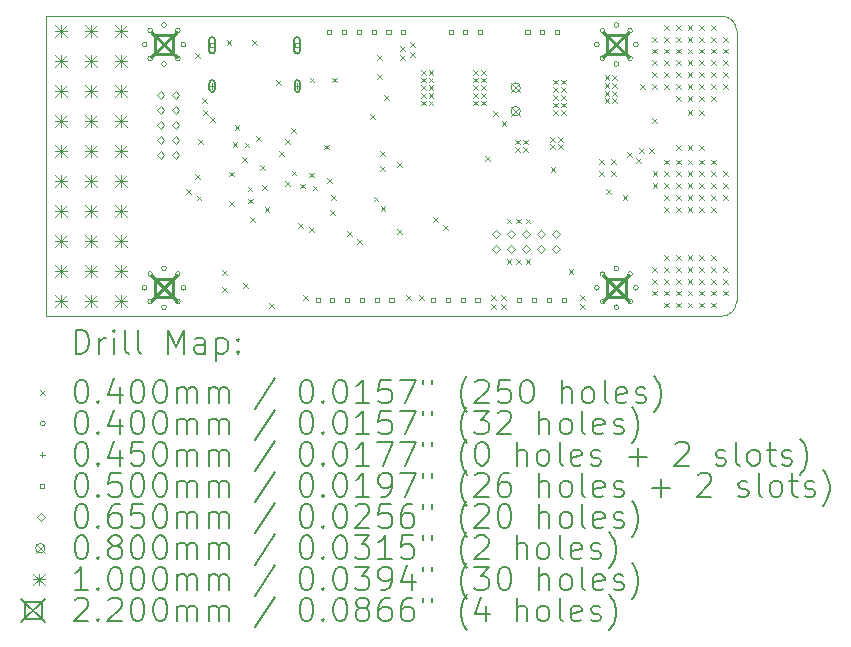
<source format=gbr>
%TF.GenerationSoftware,KiCad,Pcbnew,7.0.6*%
%TF.CreationDate,2023-12-21T17:11:03+03:00*%
%TF.ProjectId,Penguin Junior,50656e67-7569-46e2-904a-756e696f722e,rev?*%
%TF.SameCoordinates,Original*%
%TF.FileFunction,Drillmap*%
%TF.FilePolarity,Positive*%
%FSLAX45Y45*%
G04 Gerber Fmt 4.5, Leading zero omitted, Abs format (unit mm)*
G04 Created by KiCad (PCBNEW 7.0.6) date 2023-12-21 17:11:03*
%MOMM*%
%LPD*%
G01*
G04 APERTURE LIST*
%ADD10C,0.100000*%
%ADD11C,0.200000*%
%ADD12C,0.040000*%
%ADD13C,0.045000*%
%ADD14C,0.050000*%
%ADD15C,0.065000*%
%ADD16C,0.080000*%
%ADD17C,0.220000*%
G04 APERTURE END LIST*
D10*
X10190500Y-8346000D02*
X15915500Y-8346000D01*
X10190500Y-8346000D02*
X10190500Y-10886000D01*
X15915500Y-10886000D02*
X10190500Y-10886000D01*
X16040500Y-8471000D02*
G75*
G03*
X15915500Y-8346000I-125000J0D01*
G01*
X16040500Y-8471000D02*
X16040500Y-10761000D01*
X15915500Y-10886000D02*
G75*
G03*
X16040500Y-10761000I0J125000D01*
G01*
D11*
D12*
X11381000Y-9813500D02*
X11421000Y-9853500D01*
X11421000Y-9813500D02*
X11381000Y-9853500D01*
X11454000Y-9682000D02*
X11494000Y-9722000D01*
X11494000Y-9682000D02*
X11454000Y-9722000D01*
X11458000Y-8659000D02*
X11498000Y-8699000D01*
X11498000Y-8659000D02*
X11458000Y-8699000D01*
X11468000Y-9865000D02*
X11508000Y-9905000D01*
X11508000Y-9865000D02*
X11468000Y-9905000D01*
X11481431Y-9388762D02*
X11521431Y-9428762D01*
X11521431Y-9388762D02*
X11481431Y-9428762D01*
X11514950Y-9041000D02*
X11554950Y-9081000D01*
X11554950Y-9041000D02*
X11514950Y-9081000D01*
X11525000Y-9142000D02*
X11565000Y-9182000D01*
X11565000Y-9142000D02*
X11525000Y-9182000D01*
X11581560Y-9198560D02*
X11621560Y-9238560D01*
X11621560Y-9198560D02*
X11581560Y-9238560D01*
X11686750Y-10494000D02*
X11726750Y-10534000D01*
X11726750Y-10494000D02*
X11686750Y-10534000D01*
X11686750Y-10640000D02*
X11726750Y-10680000D01*
X11726750Y-10640000D02*
X11686750Y-10680000D01*
X11723000Y-8551000D02*
X11763000Y-8591000D01*
X11763000Y-8551000D02*
X11723000Y-8591000D01*
X11742000Y-9661450D02*
X11782000Y-9701450D01*
X11782000Y-9661450D02*
X11742000Y-9701450D01*
X11745000Y-9913000D02*
X11785000Y-9953000D01*
X11785000Y-9913000D02*
X11745000Y-9953000D01*
X11773000Y-9414000D02*
X11813000Y-9454000D01*
X11813000Y-9414000D02*
X11773000Y-9454000D01*
X11791000Y-9268000D02*
X11831000Y-9308000D01*
X11831000Y-9268000D02*
X11791000Y-9308000D01*
X11857000Y-9539000D02*
X11897000Y-9579000D01*
X11897000Y-9539000D02*
X11857000Y-9579000D01*
X11861000Y-10608000D02*
X11901000Y-10648000D01*
X11901000Y-10608000D02*
X11861000Y-10648000D01*
X11874000Y-9418000D02*
X11914000Y-9458000D01*
X11914000Y-9418000D02*
X11874000Y-9458000D01*
X11900000Y-9789450D02*
X11940000Y-9829450D01*
X11940000Y-9789450D02*
X11900000Y-9829450D01*
X11904000Y-9891000D02*
X11944000Y-9931000D01*
X11944000Y-9891000D02*
X11904000Y-9931000D01*
X11921038Y-10046038D02*
X11961038Y-10086038D01*
X11961038Y-10046038D02*
X11921038Y-10086038D01*
X11940000Y-8552000D02*
X11980000Y-8592000D01*
X11980000Y-8552000D02*
X11940000Y-8592000D01*
X11971000Y-9362000D02*
X12011000Y-9402000D01*
X12011000Y-9362000D02*
X11971000Y-9402000D01*
X12007000Y-9605000D02*
X12047000Y-9645000D01*
X12047000Y-9605000D02*
X12007000Y-9645000D01*
X12022000Y-9779000D02*
X12062000Y-9819000D01*
X12062000Y-9779000D02*
X12022000Y-9819000D01*
X12044230Y-9961770D02*
X12084230Y-10001770D01*
X12084230Y-9961770D02*
X12044230Y-10001770D01*
X12080814Y-10776100D02*
X12120814Y-10816100D01*
X12120814Y-10776100D02*
X12080814Y-10816100D01*
X12141550Y-8888000D02*
X12181550Y-8928000D01*
X12181550Y-8888000D02*
X12141550Y-8928000D01*
X12169950Y-9485981D02*
X12209950Y-9525981D01*
X12209950Y-9485981D02*
X12169950Y-9525981D01*
X12219950Y-9387000D02*
X12259950Y-9427000D01*
X12259950Y-9387000D02*
X12219950Y-9427000D01*
X12221000Y-9740000D02*
X12261000Y-9780000D01*
X12261000Y-9740000D02*
X12221000Y-9780000D01*
X12269950Y-9295000D02*
X12309950Y-9335000D01*
X12309950Y-9295000D02*
X12269950Y-9335000D01*
X12274000Y-9654000D02*
X12314000Y-9694000D01*
X12314000Y-9654000D02*
X12274000Y-9694000D01*
X12326069Y-10099000D02*
X12366069Y-10139000D01*
X12366069Y-10099000D02*
X12326069Y-10139000D01*
X12348000Y-9764100D02*
X12388000Y-9804100D01*
X12388000Y-9764100D02*
X12348000Y-9804100D01*
X12372000Y-10706000D02*
X12412000Y-10746000D01*
X12412000Y-10706000D02*
X12372000Y-10746000D01*
X12420450Y-9670250D02*
X12460450Y-9710250D01*
X12460450Y-9670250D02*
X12420450Y-9710250D01*
X12422000Y-10132000D02*
X12462000Y-10172000D01*
X12462000Y-10132000D02*
X12422000Y-10172000D01*
X12425000Y-8866000D02*
X12465000Y-8906000D01*
X12465000Y-8866000D02*
X12425000Y-8906000D01*
X12452000Y-9781000D02*
X12492000Y-9821000D01*
X12492000Y-9781000D02*
X12452000Y-9821000D01*
X12547500Y-9434000D02*
X12587500Y-9474000D01*
X12587500Y-9434000D02*
X12547500Y-9474000D01*
X12572962Y-9715200D02*
X12612962Y-9755200D01*
X12612962Y-9715200D02*
X12572962Y-9755200D01*
X12600000Y-9988000D02*
X12640000Y-10028000D01*
X12640000Y-9988000D02*
X12600000Y-10028000D01*
X12606444Y-9858914D02*
X12646444Y-9898914D01*
X12646444Y-9858914D02*
X12606444Y-9898914D01*
X12613000Y-8866000D02*
X12653000Y-8906000D01*
X12653000Y-8866000D02*
X12613000Y-8906000D01*
X12745863Y-10168137D02*
X12785863Y-10208137D01*
X12785863Y-10168137D02*
X12745863Y-10208137D01*
X12824840Y-10231000D02*
X12864840Y-10271000D01*
X12864840Y-10231000D02*
X12824840Y-10271000D01*
X12935750Y-9178530D02*
X12975750Y-9218530D01*
X12975750Y-9178530D02*
X12935750Y-9218530D01*
X12967405Y-9873450D02*
X13007405Y-9913450D01*
X13007405Y-9873450D02*
X12967405Y-9913450D01*
X12998750Y-8678000D02*
X13038750Y-8718000D01*
X13038750Y-8678000D02*
X12998750Y-8718000D01*
X12999000Y-8837000D02*
X13039000Y-8877000D01*
X13039000Y-8837000D02*
X12999000Y-8877000D01*
X13023000Y-9491000D02*
X13063000Y-9531000D01*
X13063000Y-9491000D02*
X13023000Y-9531000D01*
X13023000Y-9613550D02*
X13063000Y-9653550D01*
X13063000Y-9613550D02*
X13023000Y-9653550D01*
X13026000Y-9957000D02*
X13066000Y-9997000D01*
X13066000Y-9957000D02*
X13026000Y-9997000D01*
X13054000Y-9014000D02*
X13094000Y-9054000D01*
X13094000Y-9014000D02*
X13054000Y-9054000D01*
X13168000Y-9583000D02*
X13208000Y-9623000D01*
X13208000Y-9583000D02*
X13168000Y-9623000D01*
X13168800Y-10148000D02*
X13208800Y-10188000D01*
X13208800Y-10148000D02*
X13168800Y-10188000D01*
X13194000Y-8598000D02*
X13234000Y-8638000D01*
X13234000Y-8598000D02*
X13194000Y-8638000D01*
X13194000Y-8678000D02*
X13234000Y-8718000D01*
X13234000Y-8678000D02*
X13194000Y-8718000D01*
X13242950Y-10706000D02*
X13282950Y-10746000D01*
X13282950Y-10706000D02*
X13242950Y-10746000D01*
X13274000Y-8568000D02*
X13314000Y-8608000D01*
X13314000Y-8568000D02*
X13274000Y-8608000D01*
X13274000Y-8648000D02*
X13314000Y-8688000D01*
X13314000Y-8648000D02*
X13274000Y-8688000D01*
X13351000Y-10706000D02*
X13391000Y-10746000D01*
X13391000Y-10706000D02*
X13351000Y-10746000D01*
X13367000Y-8801000D02*
X13407000Y-8841000D01*
X13407000Y-8801000D02*
X13367000Y-8841000D01*
X13367000Y-8866000D02*
X13407000Y-8906000D01*
X13407000Y-8866000D02*
X13367000Y-8906000D01*
X13367000Y-8931000D02*
X13407000Y-8971000D01*
X13407000Y-8931000D02*
X13367000Y-8971000D01*
X13367000Y-8996000D02*
X13407000Y-9036000D01*
X13407000Y-8996000D02*
X13367000Y-9036000D01*
X13367000Y-9061000D02*
X13407000Y-9101000D01*
X13407000Y-9061000D02*
X13367000Y-9101000D01*
X13432000Y-8801000D02*
X13472000Y-8841000D01*
X13472000Y-8801000D02*
X13432000Y-8841000D01*
X13432000Y-8866000D02*
X13472000Y-8906000D01*
X13472000Y-8866000D02*
X13432000Y-8906000D01*
X13432000Y-8931000D02*
X13472000Y-8971000D01*
X13472000Y-8931000D02*
X13432000Y-8971000D01*
X13432000Y-8996000D02*
X13472000Y-9036000D01*
X13472000Y-8996000D02*
X13432000Y-9036000D01*
X13432000Y-9061000D02*
X13472000Y-9101000D01*
X13472000Y-9061000D02*
X13432000Y-9101000D01*
X13468111Y-10048506D02*
X13508111Y-10088506D01*
X13508111Y-10048506D02*
X13468111Y-10088506D01*
X13553234Y-10118098D02*
X13593234Y-10158098D01*
X13593234Y-10118098D02*
X13553234Y-10158098D01*
X13812000Y-8801000D02*
X13852000Y-8841000D01*
X13852000Y-8801000D02*
X13812000Y-8841000D01*
X13812000Y-8866000D02*
X13852000Y-8906000D01*
X13852000Y-8866000D02*
X13812000Y-8906000D01*
X13812000Y-8931000D02*
X13852000Y-8971000D01*
X13852000Y-8931000D02*
X13812000Y-8971000D01*
X13812000Y-8996000D02*
X13852000Y-9036000D01*
X13852000Y-8996000D02*
X13812000Y-9036000D01*
X13812000Y-9061000D02*
X13852000Y-9101000D01*
X13852000Y-9061000D02*
X13812000Y-9101000D01*
X13877000Y-8801000D02*
X13917000Y-8841000D01*
X13917000Y-8801000D02*
X13877000Y-8841000D01*
X13877000Y-8866000D02*
X13917000Y-8906000D01*
X13917000Y-8866000D02*
X13877000Y-8906000D01*
X13877000Y-8931000D02*
X13917000Y-8971000D01*
X13917000Y-8931000D02*
X13877000Y-8971000D01*
X13877000Y-8996000D02*
X13917000Y-9036000D01*
X13917000Y-8996000D02*
X13877000Y-9036000D01*
X13877000Y-9061000D02*
X13917000Y-9101000D01*
X13917000Y-9061000D02*
X13877000Y-9101000D01*
X13910906Y-9533050D02*
X13950906Y-9573050D01*
X13950906Y-9533050D02*
X13910906Y-9573050D01*
X13964000Y-10706000D02*
X14004000Y-10746000D01*
X14004000Y-10706000D02*
X13964000Y-10746000D01*
X13964000Y-10786000D02*
X14004000Y-10826000D01*
X14004000Y-10786000D02*
X13964000Y-10826000D01*
X13977912Y-9151000D02*
X14017912Y-9191000D01*
X14017912Y-9151000D02*
X13977912Y-9191000D01*
X14044000Y-10706000D02*
X14084000Y-10746000D01*
X14084000Y-10706000D02*
X14044000Y-10746000D01*
X14044000Y-10786000D02*
X14084000Y-10826000D01*
X14084000Y-10786000D02*
X14044000Y-10826000D01*
X14051000Y-9235000D02*
X14091000Y-9275000D01*
X14091000Y-9235000D02*
X14051000Y-9275000D01*
X14094500Y-10061000D02*
X14134500Y-10101000D01*
X14134500Y-10061000D02*
X14094500Y-10101000D01*
X14094500Y-10406000D02*
X14134500Y-10446000D01*
X14134500Y-10406000D02*
X14094500Y-10446000D01*
X14166750Y-9391000D02*
X14206750Y-9431000D01*
X14206750Y-9391000D02*
X14166750Y-9431000D01*
X14166750Y-9456000D02*
X14206750Y-9496000D01*
X14206750Y-9456000D02*
X14166750Y-9496000D01*
X14174500Y-10061000D02*
X14214500Y-10101000D01*
X14214500Y-10061000D02*
X14174500Y-10101000D01*
X14174500Y-10406000D02*
X14214500Y-10446000D01*
X14214500Y-10406000D02*
X14174500Y-10446000D01*
X14231750Y-9391000D02*
X14271750Y-9431000D01*
X14271750Y-9391000D02*
X14231750Y-9431000D01*
X14231750Y-9456000D02*
X14271750Y-9496000D01*
X14271750Y-9456000D02*
X14231750Y-9496000D01*
X14254500Y-10061000D02*
X14294500Y-10101000D01*
X14294500Y-10061000D02*
X14254500Y-10101000D01*
X14254500Y-10406000D02*
X14294500Y-10446000D01*
X14294500Y-10406000D02*
X14254500Y-10446000D01*
X14464250Y-9367500D02*
X14504250Y-9407500D01*
X14504250Y-9367500D02*
X14464250Y-9407500D01*
X14464250Y-9432500D02*
X14504250Y-9472500D01*
X14504250Y-9432500D02*
X14464250Y-9472500D01*
X14467000Y-9624000D02*
X14507000Y-9664000D01*
X14507000Y-9624000D02*
X14467000Y-9664000D01*
X14489000Y-8883000D02*
X14529000Y-8923000D01*
X14529000Y-8883000D02*
X14489000Y-8923000D01*
X14489000Y-8948000D02*
X14529000Y-8988000D01*
X14529000Y-8948000D02*
X14489000Y-8988000D01*
X14489000Y-9013000D02*
X14529000Y-9053000D01*
X14529000Y-9013000D02*
X14489000Y-9053000D01*
X14489000Y-9078000D02*
X14529000Y-9118000D01*
X14529000Y-9078000D02*
X14489000Y-9118000D01*
X14489000Y-9143000D02*
X14529000Y-9183000D01*
X14529000Y-9143000D02*
X14489000Y-9183000D01*
X14529250Y-9367500D02*
X14569250Y-9407500D01*
X14569250Y-9367500D02*
X14529250Y-9407500D01*
X14529250Y-9432500D02*
X14569250Y-9472500D01*
X14569250Y-9432500D02*
X14529250Y-9472500D01*
X14554000Y-8883000D02*
X14594000Y-8923000D01*
X14594000Y-8883000D02*
X14554000Y-8923000D01*
X14554000Y-8948000D02*
X14594000Y-8988000D01*
X14594000Y-8948000D02*
X14554000Y-8988000D01*
X14554000Y-9013000D02*
X14594000Y-9053000D01*
X14594000Y-9013000D02*
X14554000Y-9053000D01*
X14554000Y-9078000D02*
X14594000Y-9118000D01*
X14594000Y-9078000D02*
X14554000Y-9118000D01*
X14554000Y-9143000D02*
X14594000Y-9183000D01*
X14594000Y-9143000D02*
X14554000Y-9183000D01*
X14617403Y-10486909D02*
X14657403Y-10526909D01*
X14657403Y-10486909D02*
X14617403Y-10526909D01*
X14714000Y-10706000D02*
X14754000Y-10746000D01*
X14754000Y-10706000D02*
X14714000Y-10746000D01*
X14714000Y-10786000D02*
X14754000Y-10826000D01*
X14754000Y-10786000D02*
X14714000Y-10826000D01*
X14875500Y-9558000D02*
X14915500Y-9598000D01*
X14915500Y-9558000D02*
X14875500Y-9598000D01*
X14875500Y-9658000D02*
X14915500Y-9698000D01*
X14915500Y-9658000D02*
X14875500Y-9698000D01*
X14923000Y-8848000D02*
X14963000Y-8888000D01*
X14963000Y-8848000D02*
X14923000Y-8888000D01*
X14923000Y-8913000D02*
X14963000Y-8953000D01*
X14963000Y-8913000D02*
X14923000Y-8953000D01*
X14923000Y-8978000D02*
X14963000Y-9018000D01*
X14963000Y-8978000D02*
X14923000Y-9018000D01*
X14923000Y-9043000D02*
X14963000Y-9083000D01*
X14963000Y-9043000D02*
X14923000Y-9083000D01*
X14934000Y-9813000D02*
X14974000Y-9853000D01*
X14974000Y-9813000D02*
X14934000Y-9853000D01*
X14975500Y-9558000D02*
X15015500Y-9598000D01*
X15015500Y-9558000D02*
X14975500Y-9598000D01*
X14975500Y-9658000D02*
X15015500Y-9698000D01*
X15015500Y-9658000D02*
X14975500Y-9698000D01*
X14988000Y-8848000D02*
X15028000Y-8888000D01*
X15028000Y-8848000D02*
X14988000Y-8888000D01*
X14988000Y-8913000D02*
X15028000Y-8953000D01*
X15028000Y-8913000D02*
X14988000Y-8953000D01*
X14988000Y-8978000D02*
X15028000Y-9018000D01*
X15028000Y-8978000D02*
X14988000Y-9018000D01*
X14988000Y-9043000D02*
X15028000Y-9083000D01*
X15028000Y-9043000D02*
X14988000Y-9083000D01*
X15076500Y-9863500D02*
X15116500Y-9903500D01*
X15116500Y-9863500D02*
X15076500Y-9903500D01*
X15116000Y-9496000D02*
X15156000Y-9536000D01*
X15156000Y-9496000D02*
X15116000Y-9536000D01*
X15188000Y-9547000D02*
X15228000Y-9587000D01*
X15228000Y-9547000D02*
X15188000Y-9587000D01*
X15216000Y-9460500D02*
X15256000Y-9500500D01*
X15256000Y-9460500D02*
X15216000Y-9500500D01*
X15225500Y-8921000D02*
X15265500Y-8961000D01*
X15265500Y-8921000D02*
X15225500Y-8961000D01*
X15302000Y-9460500D02*
X15342000Y-9500500D01*
X15342000Y-9460500D02*
X15302000Y-9500500D01*
X15325500Y-8521000D02*
X15365500Y-8561000D01*
X15365500Y-8521000D02*
X15325500Y-8561000D01*
X15325500Y-8621000D02*
X15365500Y-8661000D01*
X15365500Y-8621000D02*
X15325500Y-8661000D01*
X15325500Y-8721000D02*
X15365500Y-8761000D01*
X15365500Y-8721000D02*
X15325500Y-8761000D01*
X15325500Y-8821000D02*
X15365500Y-8861000D01*
X15365500Y-8821000D02*
X15325500Y-8861000D01*
X15325500Y-8921000D02*
X15365500Y-8961000D01*
X15365500Y-8921000D02*
X15325500Y-8961000D01*
X15325500Y-10471000D02*
X15365500Y-10511000D01*
X15365500Y-10471000D02*
X15325500Y-10511000D01*
X15325500Y-10571000D02*
X15365500Y-10611000D01*
X15365500Y-10571000D02*
X15325500Y-10611000D01*
X15325500Y-10671000D02*
X15365500Y-10711000D01*
X15365500Y-10671000D02*
X15325500Y-10711000D01*
X15327000Y-9206500D02*
X15367000Y-9246500D01*
X15367000Y-9206500D02*
X15327000Y-9246500D01*
X15330500Y-9660700D02*
X15370500Y-9700700D01*
X15370500Y-9660700D02*
X15330500Y-9700700D01*
X15330500Y-9760700D02*
X15370500Y-9800700D01*
X15370500Y-9760700D02*
X15330500Y-9800700D01*
X15425500Y-8421000D02*
X15465500Y-8461000D01*
X15465500Y-8421000D02*
X15425500Y-8461000D01*
X15425500Y-8521000D02*
X15465500Y-8561000D01*
X15465500Y-8521000D02*
X15425500Y-8561000D01*
X15425500Y-8621000D02*
X15465500Y-8661000D01*
X15465500Y-8621000D02*
X15425500Y-8661000D01*
X15425500Y-8721000D02*
X15465500Y-8761000D01*
X15465500Y-8721000D02*
X15425500Y-8761000D01*
X15425500Y-8821000D02*
X15465500Y-8861000D01*
X15465500Y-8821000D02*
X15425500Y-8861000D01*
X15425500Y-8921000D02*
X15465500Y-8961000D01*
X15465500Y-8921000D02*
X15425500Y-8961000D01*
X15425500Y-9560700D02*
X15465500Y-9600700D01*
X15465500Y-9560700D02*
X15425500Y-9600700D01*
X15425500Y-9660700D02*
X15465500Y-9700700D01*
X15465500Y-9660700D02*
X15425500Y-9700700D01*
X15425500Y-9760700D02*
X15465500Y-9800700D01*
X15465500Y-9760700D02*
X15425500Y-9800700D01*
X15425500Y-9860700D02*
X15465500Y-9900700D01*
X15465500Y-9860700D02*
X15425500Y-9900700D01*
X15425500Y-9960700D02*
X15465500Y-10000700D01*
X15465500Y-9960700D02*
X15425500Y-10000700D01*
X15425500Y-10371000D02*
X15465500Y-10411000D01*
X15465500Y-10371000D02*
X15425500Y-10411000D01*
X15425500Y-10471000D02*
X15465500Y-10511000D01*
X15465500Y-10471000D02*
X15425500Y-10511000D01*
X15425500Y-10571000D02*
X15465500Y-10611000D01*
X15465500Y-10571000D02*
X15425500Y-10611000D01*
X15425500Y-10671000D02*
X15465500Y-10711000D01*
X15465500Y-10671000D02*
X15425500Y-10711000D01*
X15425500Y-10771000D02*
X15465500Y-10811000D01*
X15465500Y-10771000D02*
X15425500Y-10811000D01*
X15525500Y-8421000D02*
X15565500Y-8461000D01*
X15565500Y-8421000D02*
X15525500Y-8461000D01*
X15525500Y-8521000D02*
X15565500Y-8561000D01*
X15565500Y-8521000D02*
X15525500Y-8561000D01*
X15525500Y-8621000D02*
X15565500Y-8661000D01*
X15565500Y-8621000D02*
X15525500Y-8661000D01*
X15525500Y-8721000D02*
X15565500Y-8761000D01*
X15565500Y-8721000D02*
X15525500Y-8761000D01*
X15525500Y-8821000D02*
X15565500Y-8861000D01*
X15565500Y-8821000D02*
X15525500Y-8861000D01*
X15525500Y-8921000D02*
X15565500Y-8961000D01*
X15565500Y-8921000D02*
X15525500Y-8961000D01*
X15525500Y-9021000D02*
X15565500Y-9061000D01*
X15565500Y-9021000D02*
X15525500Y-9061000D01*
X15525500Y-9438350D02*
X15565500Y-9478350D01*
X15565500Y-9438350D02*
X15525500Y-9478350D01*
X15525500Y-9560700D02*
X15565500Y-9600700D01*
X15565500Y-9560700D02*
X15525500Y-9600700D01*
X15525500Y-9660700D02*
X15565500Y-9700700D01*
X15565500Y-9660700D02*
X15525500Y-9700700D01*
X15525500Y-9760700D02*
X15565500Y-9800700D01*
X15565500Y-9760700D02*
X15525500Y-9800700D01*
X15525500Y-9860700D02*
X15565500Y-9900700D01*
X15565500Y-9860700D02*
X15525500Y-9900700D01*
X15525500Y-9960700D02*
X15565500Y-10000700D01*
X15565500Y-9960700D02*
X15525500Y-10000700D01*
X15525500Y-10371000D02*
X15565500Y-10411000D01*
X15565500Y-10371000D02*
X15525500Y-10411000D01*
X15525500Y-10471000D02*
X15565500Y-10511000D01*
X15565500Y-10471000D02*
X15525500Y-10511000D01*
X15525500Y-10571000D02*
X15565500Y-10611000D01*
X15565500Y-10571000D02*
X15525500Y-10611000D01*
X15525500Y-10671000D02*
X15565500Y-10711000D01*
X15565500Y-10671000D02*
X15525500Y-10711000D01*
X15525500Y-10771000D02*
X15565500Y-10811000D01*
X15565500Y-10771000D02*
X15525500Y-10811000D01*
X15625500Y-8421000D02*
X15665500Y-8461000D01*
X15665500Y-8421000D02*
X15625500Y-8461000D01*
X15625500Y-8521000D02*
X15665500Y-8561000D01*
X15665500Y-8521000D02*
X15625500Y-8561000D01*
X15625500Y-8621000D02*
X15665500Y-8661000D01*
X15665500Y-8621000D02*
X15625500Y-8661000D01*
X15625500Y-8721000D02*
X15665500Y-8761000D01*
X15665500Y-8721000D02*
X15625500Y-8761000D01*
X15625500Y-8821000D02*
X15665500Y-8861000D01*
X15665500Y-8821000D02*
X15625500Y-8861000D01*
X15625500Y-8921000D02*
X15665500Y-8961000D01*
X15665500Y-8921000D02*
X15625500Y-8961000D01*
X15625500Y-9021000D02*
X15665500Y-9061000D01*
X15665500Y-9021000D02*
X15625500Y-9061000D01*
X15625500Y-9143350D02*
X15665500Y-9183350D01*
X15665500Y-9143350D02*
X15625500Y-9183350D01*
X15625500Y-9438350D02*
X15665500Y-9478350D01*
X15665500Y-9438350D02*
X15625500Y-9478350D01*
X15625500Y-9560700D02*
X15665500Y-9600700D01*
X15665500Y-9560700D02*
X15625500Y-9600700D01*
X15625500Y-9660700D02*
X15665500Y-9700700D01*
X15665500Y-9660700D02*
X15625500Y-9700700D01*
X15625500Y-9760700D02*
X15665500Y-9800700D01*
X15665500Y-9760700D02*
X15625500Y-9800700D01*
X15625500Y-9860700D02*
X15665500Y-9900700D01*
X15665500Y-9860700D02*
X15625500Y-9900700D01*
X15625500Y-9960700D02*
X15665500Y-10000700D01*
X15665500Y-9960700D02*
X15625500Y-10000700D01*
X15625500Y-10371000D02*
X15665500Y-10411000D01*
X15665500Y-10371000D02*
X15625500Y-10411000D01*
X15625500Y-10471000D02*
X15665500Y-10511000D01*
X15665500Y-10471000D02*
X15625500Y-10511000D01*
X15625500Y-10571000D02*
X15665500Y-10611000D01*
X15665500Y-10571000D02*
X15625500Y-10611000D01*
X15625500Y-10671000D02*
X15665500Y-10711000D01*
X15665500Y-10671000D02*
X15625500Y-10711000D01*
X15625500Y-10771000D02*
X15665500Y-10811000D01*
X15665500Y-10771000D02*
X15625500Y-10811000D01*
X15725500Y-8421000D02*
X15765500Y-8461000D01*
X15765500Y-8421000D02*
X15725500Y-8461000D01*
X15725500Y-8521000D02*
X15765500Y-8561000D01*
X15765500Y-8521000D02*
X15725500Y-8561000D01*
X15725500Y-8621000D02*
X15765500Y-8661000D01*
X15765500Y-8621000D02*
X15725500Y-8661000D01*
X15725500Y-8721000D02*
X15765500Y-8761000D01*
X15765500Y-8721000D02*
X15725500Y-8761000D01*
X15725500Y-8821000D02*
X15765500Y-8861000D01*
X15765500Y-8821000D02*
X15725500Y-8861000D01*
X15725500Y-8921000D02*
X15765500Y-8961000D01*
X15765500Y-8921000D02*
X15725500Y-8961000D01*
X15725500Y-9021000D02*
X15765500Y-9061000D01*
X15765500Y-9021000D02*
X15725500Y-9061000D01*
X15725500Y-9143350D02*
X15765500Y-9183350D01*
X15765500Y-9143350D02*
X15725500Y-9183350D01*
X15725500Y-9438350D02*
X15765500Y-9478350D01*
X15765500Y-9438350D02*
X15725500Y-9478350D01*
X15725500Y-9560700D02*
X15765500Y-9600700D01*
X15765500Y-9560700D02*
X15725500Y-9600700D01*
X15725500Y-9660700D02*
X15765500Y-9700700D01*
X15765500Y-9660700D02*
X15725500Y-9700700D01*
X15725500Y-9760700D02*
X15765500Y-9800700D01*
X15765500Y-9760700D02*
X15725500Y-9800700D01*
X15725500Y-9860700D02*
X15765500Y-9900700D01*
X15765500Y-9860700D02*
X15725500Y-9900700D01*
X15725500Y-9960700D02*
X15765500Y-10000700D01*
X15765500Y-9960700D02*
X15725500Y-10000700D01*
X15725500Y-10371000D02*
X15765500Y-10411000D01*
X15765500Y-10371000D02*
X15725500Y-10411000D01*
X15725500Y-10471000D02*
X15765500Y-10511000D01*
X15765500Y-10471000D02*
X15725500Y-10511000D01*
X15725500Y-10571000D02*
X15765500Y-10611000D01*
X15765500Y-10571000D02*
X15725500Y-10611000D01*
X15725500Y-10671000D02*
X15765500Y-10711000D01*
X15765500Y-10671000D02*
X15725500Y-10711000D01*
X15725500Y-10771000D02*
X15765500Y-10811000D01*
X15765500Y-10771000D02*
X15725500Y-10811000D01*
X15825500Y-8421000D02*
X15865500Y-8461000D01*
X15865500Y-8421000D02*
X15825500Y-8461000D01*
X15825500Y-8521000D02*
X15865500Y-8561000D01*
X15865500Y-8521000D02*
X15825500Y-8561000D01*
X15825500Y-8621000D02*
X15865500Y-8661000D01*
X15865500Y-8621000D02*
X15825500Y-8661000D01*
X15825500Y-8721000D02*
X15865500Y-8761000D01*
X15865500Y-8721000D02*
X15825500Y-8761000D01*
X15825500Y-8821000D02*
X15865500Y-8861000D01*
X15865500Y-8821000D02*
X15825500Y-8861000D01*
X15825500Y-8921000D02*
X15865500Y-8961000D01*
X15865500Y-8921000D02*
X15825500Y-8961000D01*
X15825500Y-9021000D02*
X15865500Y-9061000D01*
X15865500Y-9021000D02*
X15825500Y-9061000D01*
X15825500Y-9560700D02*
X15865500Y-9600700D01*
X15865500Y-9560700D02*
X15825500Y-9600700D01*
X15825500Y-9660700D02*
X15865500Y-9700700D01*
X15865500Y-9660700D02*
X15825500Y-9700700D01*
X15825500Y-9760700D02*
X15865500Y-9800700D01*
X15865500Y-9760700D02*
X15825500Y-9800700D01*
X15825500Y-9860700D02*
X15865500Y-9900700D01*
X15865500Y-9860700D02*
X15825500Y-9900700D01*
X15825500Y-9960700D02*
X15865500Y-10000700D01*
X15865500Y-9960700D02*
X15825500Y-10000700D01*
X15825500Y-10371000D02*
X15865500Y-10411000D01*
X15865500Y-10371000D02*
X15825500Y-10411000D01*
X15825500Y-10471000D02*
X15865500Y-10511000D01*
X15865500Y-10471000D02*
X15825500Y-10511000D01*
X15825500Y-10571000D02*
X15865500Y-10611000D01*
X15865500Y-10571000D02*
X15825500Y-10611000D01*
X15825500Y-10671000D02*
X15865500Y-10711000D01*
X15865500Y-10671000D02*
X15825500Y-10711000D01*
X15825500Y-10771000D02*
X15865500Y-10811000D01*
X15865500Y-10771000D02*
X15825500Y-10811000D01*
X15925500Y-8521000D02*
X15965500Y-8561000D01*
X15965500Y-8521000D02*
X15925500Y-8561000D01*
X15925500Y-8621000D02*
X15965500Y-8661000D01*
X15965500Y-8621000D02*
X15925500Y-8661000D01*
X15925500Y-8721000D02*
X15965500Y-8761000D01*
X15965500Y-8721000D02*
X15925500Y-8761000D01*
X15925500Y-8821000D02*
X15965500Y-8861000D01*
X15965500Y-8821000D02*
X15925500Y-8861000D01*
X15925500Y-8921000D02*
X15965500Y-8961000D01*
X15965500Y-8921000D02*
X15925500Y-8961000D01*
X15925500Y-9660700D02*
X15965500Y-9700700D01*
X15965500Y-9660700D02*
X15925500Y-9700700D01*
X15925500Y-9760700D02*
X15965500Y-9800700D01*
X15965500Y-9760700D02*
X15925500Y-9800700D01*
X15925500Y-9860700D02*
X15965500Y-9900700D01*
X15965500Y-9860700D02*
X15925500Y-9900700D01*
X15925500Y-10471000D02*
X15965500Y-10511000D01*
X15965500Y-10471000D02*
X15925500Y-10511000D01*
X15925500Y-10571000D02*
X15965500Y-10611000D01*
X15965500Y-10571000D02*
X15925500Y-10611000D01*
X15925500Y-10671000D02*
X15965500Y-10711000D01*
X15965500Y-10671000D02*
X15925500Y-10711000D01*
X11047500Y-8586000D02*
G75*
G03*
X11047500Y-8586000I-20000J0D01*
G01*
X11047500Y-10646000D02*
G75*
G03*
X11047500Y-10646000I-20000J0D01*
G01*
X11095827Y-8469327D02*
G75*
G03*
X11095827Y-8469327I-20000J0D01*
G01*
X11095827Y-8702673D02*
G75*
G03*
X11095827Y-8702673I-20000J0D01*
G01*
X11095827Y-10529327D02*
G75*
G03*
X11095827Y-10529327I-20000J0D01*
G01*
X11095827Y-10762673D02*
G75*
G03*
X11095827Y-10762673I-20000J0D01*
G01*
X11212500Y-8421000D02*
G75*
G03*
X11212500Y-8421000I-20000J0D01*
G01*
X11212500Y-8751000D02*
G75*
G03*
X11212500Y-8751000I-20000J0D01*
G01*
X11212500Y-10481000D02*
G75*
G03*
X11212500Y-10481000I-20000J0D01*
G01*
X11212500Y-10811000D02*
G75*
G03*
X11212500Y-10811000I-20000J0D01*
G01*
X11329173Y-8469327D02*
G75*
G03*
X11329173Y-8469327I-20000J0D01*
G01*
X11329173Y-8702673D02*
G75*
G03*
X11329173Y-8702673I-20000J0D01*
G01*
X11329173Y-10529327D02*
G75*
G03*
X11329173Y-10529327I-20000J0D01*
G01*
X11329173Y-10762673D02*
G75*
G03*
X11329173Y-10762673I-20000J0D01*
G01*
X11377500Y-8586000D02*
G75*
G03*
X11377500Y-8586000I-20000J0D01*
G01*
X11377500Y-10646000D02*
G75*
G03*
X11377500Y-10646000I-20000J0D01*
G01*
X14877500Y-8586000D02*
G75*
G03*
X14877500Y-8586000I-20000J0D01*
G01*
X14877500Y-10646000D02*
G75*
G03*
X14877500Y-10646000I-20000J0D01*
G01*
X14925827Y-8469327D02*
G75*
G03*
X14925827Y-8469327I-20000J0D01*
G01*
X14925827Y-8702673D02*
G75*
G03*
X14925827Y-8702673I-20000J0D01*
G01*
X14925827Y-10529327D02*
G75*
G03*
X14925827Y-10529327I-20000J0D01*
G01*
X14925827Y-10762673D02*
G75*
G03*
X14925827Y-10762673I-20000J0D01*
G01*
X15042500Y-8421000D02*
G75*
G03*
X15042500Y-8421000I-20000J0D01*
G01*
X15042500Y-8751000D02*
G75*
G03*
X15042500Y-8751000I-20000J0D01*
G01*
X15042500Y-10481000D02*
G75*
G03*
X15042500Y-10481000I-20000J0D01*
G01*
X15042500Y-10811000D02*
G75*
G03*
X15042500Y-10811000I-20000J0D01*
G01*
X15159173Y-8469327D02*
G75*
G03*
X15159173Y-8469327I-20000J0D01*
G01*
X15159173Y-8702673D02*
G75*
G03*
X15159173Y-8702673I-20000J0D01*
G01*
X15159173Y-10529327D02*
G75*
G03*
X15159173Y-10529327I-20000J0D01*
G01*
X15159173Y-10762673D02*
G75*
G03*
X15159173Y-10762673I-20000J0D01*
G01*
X15207500Y-8586000D02*
G75*
G03*
X15207500Y-8586000I-20000J0D01*
G01*
X15207500Y-10646000D02*
G75*
G03*
X15207500Y-10646000I-20000J0D01*
G01*
D13*
X11600000Y-8915700D02*
X11600000Y-8960700D01*
X11577500Y-8938200D02*
X11622500Y-8938200D01*
D11*
X11622500Y-8965700D02*
X11622500Y-8910700D01*
X11622500Y-8910700D02*
G75*
G03*
X11577500Y-8910700I-22500J0D01*
G01*
X11577500Y-8910700D02*
X11577500Y-8965700D01*
X11577500Y-8965700D02*
G75*
G03*
X11622500Y-8965700I22500J0D01*
G01*
D13*
X12320000Y-8915700D02*
X12320000Y-8960700D01*
X12297500Y-8938200D02*
X12342500Y-8938200D01*
D11*
X12342500Y-8965700D02*
X12342500Y-8910700D01*
X12342500Y-8910700D02*
G75*
G03*
X12297500Y-8910700I-22500J0D01*
G01*
X12297500Y-8910700D02*
X12297500Y-8965700D01*
X12297500Y-8965700D02*
G75*
G03*
X12342500Y-8965700I22500J0D01*
G01*
D14*
X11617678Y-8610878D02*
X11617678Y-8575522D01*
X11582322Y-8575522D01*
X11582322Y-8610878D01*
X11617678Y-8610878D01*
D11*
X11625000Y-8638200D02*
X11625000Y-8548200D01*
X11625000Y-8548200D02*
G75*
G03*
X11575000Y-8548200I-25000J0D01*
G01*
X11575000Y-8548200D02*
X11575000Y-8638200D01*
X11575000Y-8638200D02*
G75*
G03*
X11625000Y-8638200I25000J0D01*
G01*
D14*
X12337678Y-8610878D02*
X12337678Y-8575522D01*
X12302322Y-8575522D01*
X12302322Y-8610878D01*
X12337678Y-8610878D01*
D11*
X12345000Y-8638200D02*
X12345000Y-8548200D01*
X12345000Y-8548200D02*
G75*
G03*
X12295000Y-8548200I-25000J0D01*
G01*
X12295000Y-8548200D02*
X12295000Y-8638200D01*
X12295000Y-8638200D02*
G75*
G03*
X12345000Y-8638200I25000J0D01*
G01*
D14*
X12510678Y-10768678D02*
X12510678Y-10733322D01*
X12475322Y-10733322D01*
X12475322Y-10768678D01*
X12510678Y-10768678D01*
X12610178Y-8497678D02*
X12610178Y-8462322D01*
X12574822Y-8462322D01*
X12574822Y-8497678D01*
X12610178Y-8497678D01*
X12635678Y-10768678D02*
X12635678Y-10733322D01*
X12600322Y-10733322D01*
X12600322Y-10768678D01*
X12635678Y-10768678D01*
X12735178Y-8497678D02*
X12735178Y-8462322D01*
X12699822Y-8462322D01*
X12699822Y-8497678D01*
X12735178Y-8497678D01*
X12760678Y-10768678D02*
X12760678Y-10733322D01*
X12725322Y-10733322D01*
X12725322Y-10768678D01*
X12760678Y-10768678D01*
X12860178Y-8497678D02*
X12860178Y-8462322D01*
X12824822Y-8462322D01*
X12824822Y-8497678D01*
X12860178Y-8497678D01*
X12885678Y-10768678D02*
X12885678Y-10733322D01*
X12850322Y-10733322D01*
X12850322Y-10768678D01*
X12885678Y-10768678D01*
X12985178Y-8497678D02*
X12985178Y-8462322D01*
X12949822Y-8462322D01*
X12949822Y-8497678D01*
X12985178Y-8497678D01*
X13010678Y-10768678D02*
X13010678Y-10733322D01*
X12975322Y-10733322D01*
X12975322Y-10768678D01*
X13010678Y-10768678D01*
X13110178Y-8497678D02*
X13110178Y-8462322D01*
X13074822Y-8462322D01*
X13074822Y-8497678D01*
X13110178Y-8497678D01*
X13135678Y-10768678D02*
X13135678Y-10733322D01*
X13100322Y-10733322D01*
X13100322Y-10768678D01*
X13135678Y-10768678D01*
X13235178Y-8497678D02*
X13235178Y-8462322D01*
X13199822Y-8462322D01*
X13199822Y-8497678D01*
X13235178Y-8497678D01*
X13489678Y-10768678D02*
X13489678Y-10733322D01*
X13454322Y-10733322D01*
X13454322Y-10768678D01*
X13489678Y-10768678D01*
X13614678Y-10768678D02*
X13614678Y-10733322D01*
X13579322Y-10733322D01*
X13579322Y-10768678D01*
X13614678Y-10768678D01*
X13636678Y-8497678D02*
X13636678Y-8462322D01*
X13601322Y-8462322D01*
X13601322Y-8497678D01*
X13636678Y-8497678D01*
X13739678Y-10768678D02*
X13739678Y-10733322D01*
X13704322Y-10733322D01*
X13704322Y-10768678D01*
X13739678Y-10768678D01*
X13761678Y-8497678D02*
X13761678Y-8462322D01*
X13726322Y-8462322D01*
X13726322Y-8497678D01*
X13761678Y-8497678D01*
X13864678Y-10768678D02*
X13864678Y-10733322D01*
X13829322Y-10733322D01*
X13829322Y-10768678D01*
X13864678Y-10768678D01*
X13886678Y-8497678D02*
X13886678Y-8462322D01*
X13851322Y-8462322D01*
X13851322Y-8497678D01*
X13886678Y-8497678D01*
X14218678Y-10768678D02*
X14218678Y-10733322D01*
X14183322Y-10733322D01*
X14183322Y-10768678D01*
X14218678Y-10768678D01*
X14287678Y-8497678D02*
X14287678Y-8462322D01*
X14252322Y-8462322D01*
X14252322Y-8497678D01*
X14287678Y-8497678D01*
X14343678Y-10768678D02*
X14343678Y-10733322D01*
X14308322Y-10733322D01*
X14308322Y-10768678D01*
X14343678Y-10768678D01*
X14412678Y-8497678D02*
X14412678Y-8462322D01*
X14377322Y-8462322D01*
X14377322Y-8497678D01*
X14412678Y-8497678D01*
X14468678Y-10768678D02*
X14468678Y-10733322D01*
X14433322Y-10733322D01*
X14433322Y-10768678D01*
X14468678Y-10768678D01*
X14537678Y-8497678D02*
X14537678Y-8462322D01*
X14502322Y-8462322D01*
X14502322Y-8497678D01*
X14537678Y-8497678D01*
X14593678Y-10768678D02*
X14593678Y-10733322D01*
X14558322Y-10733322D01*
X14558322Y-10768678D01*
X14593678Y-10768678D01*
D15*
X11163000Y-9044500D02*
X11195500Y-9012000D01*
X11163000Y-8979500D01*
X11130500Y-9012000D01*
X11163000Y-9044500D01*
X11163000Y-9171500D02*
X11195500Y-9139000D01*
X11163000Y-9106500D01*
X11130500Y-9139000D01*
X11163000Y-9171500D01*
X11163000Y-9298500D02*
X11195500Y-9266000D01*
X11163000Y-9233500D01*
X11130500Y-9266000D01*
X11163000Y-9298500D01*
X11163000Y-9425500D02*
X11195500Y-9393000D01*
X11163000Y-9360500D01*
X11130500Y-9393000D01*
X11163000Y-9425500D01*
X11163000Y-9552500D02*
X11195500Y-9520000D01*
X11163000Y-9487500D01*
X11130500Y-9520000D01*
X11163000Y-9552500D01*
X11290000Y-9044500D02*
X11322500Y-9012000D01*
X11290000Y-8979500D01*
X11257500Y-9012000D01*
X11290000Y-9044500D01*
X11290000Y-9171500D02*
X11322500Y-9139000D01*
X11290000Y-9106500D01*
X11257500Y-9139000D01*
X11290000Y-9171500D01*
X11290000Y-9298500D02*
X11322500Y-9266000D01*
X11290000Y-9233500D01*
X11257500Y-9266000D01*
X11290000Y-9298500D01*
X11290000Y-9425500D02*
X11322500Y-9393000D01*
X11290000Y-9360500D01*
X11257500Y-9393000D01*
X11290000Y-9425500D01*
X11290000Y-9552500D02*
X11322500Y-9520000D01*
X11290000Y-9487500D01*
X11257500Y-9520000D01*
X11290000Y-9552500D01*
X14004000Y-10220500D02*
X14036500Y-10188000D01*
X14004000Y-10155500D01*
X13971500Y-10188000D01*
X14004000Y-10220500D01*
X14004000Y-10347500D02*
X14036500Y-10315000D01*
X14004000Y-10282500D01*
X13971500Y-10315000D01*
X14004000Y-10347500D01*
X14131000Y-10220500D02*
X14163500Y-10188000D01*
X14131000Y-10155500D01*
X14098500Y-10188000D01*
X14131000Y-10220500D01*
X14131000Y-10347500D02*
X14163500Y-10315000D01*
X14131000Y-10282500D01*
X14098500Y-10315000D01*
X14131000Y-10347500D01*
X14258000Y-10220500D02*
X14290500Y-10188000D01*
X14258000Y-10155500D01*
X14225500Y-10188000D01*
X14258000Y-10220500D01*
X14258000Y-10347500D02*
X14290500Y-10315000D01*
X14258000Y-10282500D01*
X14225500Y-10315000D01*
X14258000Y-10347500D01*
X14385000Y-10220500D02*
X14417500Y-10188000D01*
X14385000Y-10155500D01*
X14352500Y-10188000D01*
X14385000Y-10220500D01*
X14385000Y-10347500D02*
X14417500Y-10315000D01*
X14385000Y-10282500D01*
X14352500Y-10315000D01*
X14385000Y-10347500D01*
X14512000Y-10220500D02*
X14544500Y-10188000D01*
X14512000Y-10155500D01*
X14479500Y-10188000D01*
X14512000Y-10220500D01*
X14512000Y-10347500D02*
X14544500Y-10315000D01*
X14512000Y-10282500D01*
X14479500Y-10315000D01*
X14512000Y-10347500D01*
D16*
X14130500Y-8911000D02*
X14210500Y-8991000D01*
X14210500Y-8911000D02*
X14130500Y-8991000D01*
X14210500Y-8951000D02*
G75*
G03*
X14210500Y-8951000I-40000J0D01*
G01*
X14130500Y-9111000D02*
X14210500Y-9191000D01*
X14210500Y-9111000D02*
X14130500Y-9191000D01*
X14210500Y-9151000D02*
G75*
G03*
X14210500Y-9151000I-40000J0D01*
G01*
D10*
X10267500Y-8423500D02*
X10367500Y-8523500D01*
X10367500Y-8423500D02*
X10267500Y-8523500D01*
X10317500Y-8423500D02*
X10317500Y-8523500D01*
X10267500Y-8473500D02*
X10367500Y-8473500D01*
X10267500Y-8677500D02*
X10367500Y-8777500D01*
X10367500Y-8677500D02*
X10267500Y-8777500D01*
X10317500Y-8677500D02*
X10317500Y-8777500D01*
X10267500Y-8727500D02*
X10367500Y-8727500D01*
X10267500Y-8931500D02*
X10367500Y-9031500D01*
X10367500Y-8931500D02*
X10267500Y-9031500D01*
X10317500Y-8931500D02*
X10317500Y-9031500D01*
X10267500Y-8981500D02*
X10367500Y-8981500D01*
X10267500Y-9185500D02*
X10367500Y-9285500D01*
X10367500Y-9185500D02*
X10267500Y-9285500D01*
X10317500Y-9185500D02*
X10317500Y-9285500D01*
X10267500Y-9235500D02*
X10367500Y-9235500D01*
X10267500Y-9439500D02*
X10367500Y-9539500D01*
X10367500Y-9439500D02*
X10267500Y-9539500D01*
X10317500Y-9439500D02*
X10317500Y-9539500D01*
X10267500Y-9489500D02*
X10367500Y-9489500D01*
X10267500Y-9693500D02*
X10367500Y-9793500D01*
X10367500Y-9693500D02*
X10267500Y-9793500D01*
X10317500Y-9693500D02*
X10317500Y-9793500D01*
X10267500Y-9743500D02*
X10367500Y-9743500D01*
X10267500Y-9947500D02*
X10367500Y-10047500D01*
X10367500Y-9947500D02*
X10267500Y-10047500D01*
X10317500Y-9947500D02*
X10317500Y-10047500D01*
X10267500Y-9997500D02*
X10367500Y-9997500D01*
X10267500Y-10201500D02*
X10367500Y-10301500D01*
X10367500Y-10201500D02*
X10267500Y-10301500D01*
X10317500Y-10201500D02*
X10317500Y-10301500D01*
X10267500Y-10251500D02*
X10367500Y-10251500D01*
X10267500Y-10455500D02*
X10367500Y-10555500D01*
X10367500Y-10455500D02*
X10267500Y-10555500D01*
X10317500Y-10455500D02*
X10317500Y-10555500D01*
X10267500Y-10505500D02*
X10367500Y-10505500D01*
X10267500Y-10709500D02*
X10367500Y-10809500D01*
X10367500Y-10709500D02*
X10267500Y-10809500D01*
X10317500Y-10709500D02*
X10317500Y-10809500D01*
X10267500Y-10759500D02*
X10367500Y-10759500D01*
X10521500Y-8423500D02*
X10621500Y-8523500D01*
X10621500Y-8423500D02*
X10521500Y-8523500D01*
X10571500Y-8423500D02*
X10571500Y-8523500D01*
X10521500Y-8473500D02*
X10621500Y-8473500D01*
X10521500Y-8677500D02*
X10621500Y-8777500D01*
X10621500Y-8677500D02*
X10521500Y-8777500D01*
X10571500Y-8677500D02*
X10571500Y-8777500D01*
X10521500Y-8727500D02*
X10621500Y-8727500D01*
X10521500Y-8931500D02*
X10621500Y-9031500D01*
X10621500Y-8931500D02*
X10521500Y-9031500D01*
X10571500Y-8931500D02*
X10571500Y-9031500D01*
X10521500Y-8981500D02*
X10621500Y-8981500D01*
X10521500Y-9185500D02*
X10621500Y-9285500D01*
X10621500Y-9185500D02*
X10521500Y-9285500D01*
X10571500Y-9185500D02*
X10571500Y-9285500D01*
X10521500Y-9235500D02*
X10621500Y-9235500D01*
X10521500Y-9439500D02*
X10621500Y-9539500D01*
X10621500Y-9439500D02*
X10521500Y-9539500D01*
X10571500Y-9439500D02*
X10571500Y-9539500D01*
X10521500Y-9489500D02*
X10621500Y-9489500D01*
X10521500Y-9693500D02*
X10621500Y-9793500D01*
X10621500Y-9693500D02*
X10521500Y-9793500D01*
X10571500Y-9693500D02*
X10571500Y-9793500D01*
X10521500Y-9743500D02*
X10621500Y-9743500D01*
X10521500Y-9947500D02*
X10621500Y-10047500D01*
X10621500Y-9947500D02*
X10521500Y-10047500D01*
X10571500Y-9947500D02*
X10571500Y-10047500D01*
X10521500Y-9997500D02*
X10621500Y-9997500D01*
X10521500Y-10201500D02*
X10621500Y-10301500D01*
X10621500Y-10201500D02*
X10521500Y-10301500D01*
X10571500Y-10201500D02*
X10571500Y-10301500D01*
X10521500Y-10251500D02*
X10621500Y-10251500D01*
X10521500Y-10455500D02*
X10621500Y-10555500D01*
X10621500Y-10455500D02*
X10521500Y-10555500D01*
X10571500Y-10455500D02*
X10571500Y-10555500D01*
X10521500Y-10505500D02*
X10621500Y-10505500D01*
X10521500Y-10709500D02*
X10621500Y-10809500D01*
X10621500Y-10709500D02*
X10521500Y-10809500D01*
X10571500Y-10709500D02*
X10571500Y-10809500D01*
X10521500Y-10759500D02*
X10621500Y-10759500D01*
X10775500Y-8423500D02*
X10875500Y-8523500D01*
X10875500Y-8423500D02*
X10775500Y-8523500D01*
X10825500Y-8423500D02*
X10825500Y-8523500D01*
X10775500Y-8473500D02*
X10875500Y-8473500D01*
X10775500Y-8677500D02*
X10875500Y-8777500D01*
X10875500Y-8677500D02*
X10775500Y-8777500D01*
X10825500Y-8677500D02*
X10825500Y-8777500D01*
X10775500Y-8727500D02*
X10875500Y-8727500D01*
X10775500Y-8931500D02*
X10875500Y-9031500D01*
X10875500Y-8931500D02*
X10775500Y-9031500D01*
X10825500Y-8931500D02*
X10825500Y-9031500D01*
X10775500Y-8981500D02*
X10875500Y-8981500D01*
X10775500Y-9185500D02*
X10875500Y-9285500D01*
X10875500Y-9185500D02*
X10775500Y-9285500D01*
X10825500Y-9185500D02*
X10825500Y-9285500D01*
X10775500Y-9235500D02*
X10875500Y-9235500D01*
X10775500Y-9439500D02*
X10875500Y-9539500D01*
X10875500Y-9439500D02*
X10775500Y-9539500D01*
X10825500Y-9439500D02*
X10825500Y-9539500D01*
X10775500Y-9489500D02*
X10875500Y-9489500D01*
X10775500Y-9693500D02*
X10875500Y-9793500D01*
X10875500Y-9693500D02*
X10775500Y-9793500D01*
X10825500Y-9693500D02*
X10825500Y-9793500D01*
X10775500Y-9743500D02*
X10875500Y-9743500D01*
X10775500Y-9947500D02*
X10875500Y-10047500D01*
X10875500Y-9947500D02*
X10775500Y-10047500D01*
X10825500Y-9947500D02*
X10825500Y-10047500D01*
X10775500Y-9997500D02*
X10875500Y-9997500D01*
X10775500Y-10201500D02*
X10875500Y-10301500D01*
X10875500Y-10201500D02*
X10775500Y-10301500D01*
X10825500Y-10201500D02*
X10825500Y-10301500D01*
X10775500Y-10251500D02*
X10875500Y-10251500D01*
X10775500Y-10455500D02*
X10875500Y-10555500D01*
X10875500Y-10455500D02*
X10775500Y-10555500D01*
X10825500Y-10455500D02*
X10825500Y-10555500D01*
X10775500Y-10505500D02*
X10875500Y-10505500D01*
X10775500Y-10709500D02*
X10875500Y-10809500D01*
X10875500Y-10709500D02*
X10775500Y-10809500D01*
X10825500Y-10709500D02*
X10825500Y-10809500D01*
X10775500Y-10759500D02*
X10875500Y-10759500D01*
D17*
X11082500Y-8476000D02*
X11302500Y-8696000D01*
X11302500Y-8476000D02*
X11082500Y-8696000D01*
X11270282Y-8663783D02*
X11270282Y-8508218D01*
X11114718Y-8508218D01*
X11114718Y-8663783D01*
X11270282Y-8663783D01*
X11082500Y-10536000D02*
X11302500Y-10756000D01*
X11302500Y-10536000D02*
X11082500Y-10756000D01*
X11270282Y-10723783D02*
X11270282Y-10568218D01*
X11114718Y-10568218D01*
X11114718Y-10723783D01*
X11270282Y-10723783D01*
X14912500Y-8476000D02*
X15132500Y-8696000D01*
X15132500Y-8476000D02*
X14912500Y-8696000D01*
X15100282Y-8663783D02*
X15100282Y-8508218D01*
X14944717Y-8508218D01*
X14944717Y-8663783D01*
X15100282Y-8663783D01*
X14912500Y-10536000D02*
X15132500Y-10756000D01*
X15132500Y-10536000D02*
X14912500Y-10756000D01*
X15100282Y-10723783D02*
X15100282Y-10568218D01*
X14944717Y-10568218D01*
X14944717Y-10723783D01*
X15100282Y-10723783D01*
D11*
X10446277Y-11202484D02*
X10446277Y-11002484D01*
X10446277Y-11002484D02*
X10493896Y-11002484D01*
X10493896Y-11002484D02*
X10522467Y-11012008D01*
X10522467Y-11012008D02*
X10541515Y-11031055D01*
X10541515Y-11031055D02*
X10551039Y-11050103D01*
X10551039Y-11050103D02*
X10560563Y-11088198D01*
X10560563Y-11088198D02*
X10560563Y-11116770D01*
X10560563Y-11116770D02*
X10551039Y-11154865D01*
X10551039Y-11154865D02*
X10541515Y-11173912D01*
X10541515Y-11173912D02*
X10522467Y-11192960D01*
X10522467Y-11192960D02*
X10493896Y-11202484D01*
X10493896Y-11202484D02*
X10446277Y-11202484D01*
X10646277Y-11202484D02*
X10646277Y-11069150D01*
X10646277Y-11107246D02*
X10655801Y-11088198D01*
X10655801Y-11088198D02*
X10665324Y-11078674D01*
X10665324Y-11078674D02*
X10684372Y-11069150D01*
X10684372Y-11069150D02*
X10703420Y-11069150D01*
X10770086Y-11202484D02*
X10770086Y-11069150D01*
X10770086Y-11002484D02*
X10760563Y-11012008D01*
X10760563Y-11012008D02*
X10770086Y-11021531D01*
X10770086Y-11021531D02*
X10779610Y-11012008D01*
X10779610Y-11012008D02*
X10770086Y-11002484D01*
X10770086Y-11002484D02*
X10770086Y-11021531D01*
X10893896Y-11202484D02*
X10874848Y-11192960D01*
X10874848Y-11192960D02*
X10865324Y-11173912D01*
X10865324Y-11173912D02*
X10865324Y-11002484D01*
X10998658Y-11202484D02*
X10979610Y-11192960D01*
X10979610Y-11192960D02*
X10970086Y-11173912D01*
X10970086Y-11173912D02*
X10970086Y-11002484D01*
X11227229Y-11202484D02*
X11227229Y-11002484D01*
X11227229Y-11002484D02*
X11293896Y-11145341D01*
X11293896Y-11145341D02*
X11360562Y-11002484D01*
X11360562Y-11002484D02*
X11360562Y-11202484D01*
X11541515Y-11202484D02*
X11541515Y-11097722D01*
X11541515Y-11097722D02*
X11531991Y-11078674D01*
X11531991Y-11078674D02*
X11512943Y-11069150D01*
X11512943Y-11069150D02*
X11474848Y-11069150D01*
X11474848Y-11069150D02*
X11455801Y-11078674D01*
X11541515Y-11192960D02*
X11522467Y-11202484D01*
X11522467Y-11202484D02*
X11474848Y-11202484D01*
X11474848Y-11202484D02*
X11455801Y-11192960D01*
X11455801Y-11192960D02*
X11446277Y-11173912D01*
X11446277Y-11173912D02*
X11446277Y-11154865D01*
X11446277Y-11154865D02*
X11455801Y-11135817D01*
X11455801Y-11135817D02*
X11474848Y-11126293D01*
X11474848Y-11126293D02*
X11522467Y-11126293D01*
X11522467Y-11126293D02*
X11541515Y-11116770D01*
X11636753Y-11069150D02*
X11636753Y-11269150D01*
X11636753Y-11078674D02*
X11655801Y-11069150D01*
X11655801Y-11069150D02*
X11693896Y-11069150D01*
X11693896Y-11069150D02*
X11712943Y-11078674D01*
X11712943Y-11078674D02*
X11722467Y-11088198D01*
X11722467Y-11088198D02*
X11731991Y-11107246D01*
X11731991Y-11107246D02*
X11731991Y-11164389D01*
X11731991Y-11164389D02*
X11722467Y-11183436D01*
X11722467Y-11183436D02*
X11712943Y-11192960D01*
X11712943Y-11192960D02*
X11693896Y-11202484D01*
X11693896Y-11202484D02*
X11655801Y-11202484D01*
X11655801Y-11202484D02*
X11636753Y-11192960D01*
X11817705Y-11183436D02*
X11827229Y-11192960D01*
X11827229Y-11192960D02*
X11817705Y-11202484D01*
X11817705Y-11202484D02*
X11808182Y-11192960D01*
X11808182Y-11192960D02*
X11817705Y-11183436D01*
X11817705Y-11183436D02*
X11817705Y-11202484D01*
X11817705Y-11078674D02*
X11827229Y-11088198D01*
X11827229Y-11088198D02*
X11817705Y-11097722D01*
X11817705Y-11097722D02*
X11808182Y-11088198D01*
X11808182Y-11088198D02*
X11817705Y-11078674D01*
X11817705Y-11078674D02*
X11817705Y-11097722D01*
D12*
X10145500Y-11511000D02*
X10185500Y-11551000D01*
X10185500Y-11511000D02*
X10145500Y-11551000D01*
D11*
X10484372Y-11422484D02*
X10503420Y-11422484D01*
X10503420Y-11422484D02*
X10522467Y-11432008D01*
X10522467Y-11432008D02*
X10531991Y-11441531D01*
X10531991Y-11441531D02*
X10541515Y-11460579D01*
X10541515Y-11460579D02*
X10551039Y-11498674D01*
X10551039Y-11498674D02*
X10551039Y-11546293D01*
X10551039Y-11546293D02*
X10541515Y-11584388D01*
X10541515Y-11584388D02*
X10531991Y-11603436D01*
X10531991Y-11603436D02*
X10522467Y-11612960D01*
X10522467Y-11612960D02*
X10503420Y-11622484D01*
X10503420Y-11622484D02*
X10484372Y-11622484D01*
X10484372Y-11622484D02*
X10465324Y-11612960D01*
X10465324Y-11612960D02*
X10455801Y-11603436D01*
X10455801Y-11603436D02*
X10446277Y-11584388D01*
X10446277Y-11584388D02*
X10436753Y-11546293D01*
X10436753Y-11546293D02*
X10436753Y-11498674D01*
X10436753Y-11498674D02*
X10446277Y-11460579D01*
X10446277Y-11460579D02*
X10455801Y-11441531D01*
X10455801Y-11441531D02*
X10465324Y-11432008D01*
X10465324Y-11432008D02*
X10484372Y-11422484D01*
X10636753Y-11603436D02*
X10646277Y-11612960D01*
X10646277Y-11612960D02*
X10636753Y-11622484D01*
X10636753Y-11622484D02*
X10627229Y-11612960D01*
X10627229Y-11612960D02*
X10636753Y-11603436D01*
X10636753Y-11603436D02*
X10636753Y-11622484D01*
X10817705Y-11489150D02*
X10817705Y-11622484D01*
X10770086Y-11412960D02*
X10722467Y-11555817D01*
X10722467Y-11555817D02*
X10846277Y-11555817D01*
X10960563Y-11422484D02*
X10979610Y-11422484D01*
X10979610Y-11422484D02*
X10998658Y-11432008D01*
X10998658Y-11432008D02*
X11008182Y-11441531D01*
X11008182Y-11441531D02*
X11017705Y-11460579D01*
X11017705Y-11460579D02*
X11027229Y-11498674D01*
X11027229Y-11498674D02*
X11027229Y-11546293D01*
X11027229Y-11546293D02*
X11017705Y-11584388D01*
X11017705Y-11584388D02*
X11008182Y-11603436D01*
X11008182Y-11603436D02*
X10998658Y-11612960D01*
X10998658Y-11612960D02*
X10979610Y-11622484D01*
X10979610Y-11622484D02*
X10960563Y-11622484D01*
X10960563Y-11622484D02*
X10941515Y-11612960D01*
X10941515Y-11612960D02*
X10931991Y-11603436D01*
X10931991Y-11603436D02*
X10922467Y-11584388D01*
X10922467Y-11584388D02*
X10912944Y-11546293D01*
X10912944Y-11546293D02*
X10912944Y-11498674D01*
X10912944Y-11498674D02*
X10922467Y-11460579D01*
X10922467Y-11460579D02*
X10931991Y-11441531D01*
X10931991Y-11441531D02*
X10941515Y-11432008D01*
X10941515Y-11432008D02*
X10960563Y-11422484D01*
X11151039Y-11422484D02*
X11170086Y-11422484D01*
X11170086Y-11422484D02*
X11189134Y-11432008D01*
X11189134Y-11432008D02*
X11198658Y-11441531D01*
X11198658Y-11441531D02*
X11208182Y-11460579D01*
X11208182Y-11460579D02*
X11217705Y-11498674D01*
X11217705Y-11498674D02*
X11217705Y-11546293D01*
X11217705Y-11546293D02*
X11208182Y-11584388D01*
X11208182Y-11584388D02*
X11198658Y-11603436D01*
X11198658Y-11603436D02*
X11189134Y-11612960D01*
X11189134Y-11612960D02*
X11170086Y-11622484D01*
X11170086Y-11622484D02*
X11151039Y-11622484D01*
X11151039Y-11622484D02*
X11131991Y-11612960D01*
X11131991Y-11612960D02*
X11122467Y-11603436D01*
X11122467Y-11603436D02*
X11112944Y-11584388D01*
X11112944Y-11584388D02*
X11103420Y-11546293D01*
X11103420Y-11546293D02*
X11103420Y-11498674D01*
X11103420Y-11498674D02*
X11112944Y-11460579D01*
X11112944Y-11460579D02*
X11122467Y-11441531D01*
X11122467Y-11441531D02*
X11131991Y-11432008D01*
X11131991Y-11432008D02*
X11151039Y-11422484D01*
X11303420Y-11622484D02*
X11303420Y-11489150D01*
X11303420Y-11508198D02*
X11312943Y-11498674D01*
X11312943Y-11498674D02*
X11331991Y-11489150D01*
X11331991Y-11489150D02*
X11360563Y-11489150D01*
X11360563Y-11489150D02*
X11379610Y-11498674D01*
X11379610Y-11498674D02*
X11389134Y-11517722D01*
X11389134Y-11517722D02*
X11389134Y-11622484D01*
X11389134Y-11517722D02*
X11398658Y-11498674D01*
X11398658Y-11498674D02*
X11417705Y-11489150D01*
X11417705Y-11489150D02*
X11446277Y-11489150D01*
X11446277Y-11489150D02*
X11465324Y-11498674D01*
X11465324Y-11498674D02*
X11474848Y-11517722D01*
X11474848Y-11517722D02*
X11474848Y-11622484D01*
X11570086Y-11622484D02*
X11570086Y-11489150D01*
X11570086Y-11508198D02*
X11579610Y-11498674D01*
X11579610Y-11498674D02*
X11598658Y-11489150D01*
X11598658Y-11489150D02*
X11627229Y-11489150D01*
X11627229Y-11489150D02*
X11646277Y-11498674D01*
X11646277Y-11498674D02*
X11655801Y-11517722D01*
X11655801Y-11517722D02*
X11655801Y-11622484D01*
X11655801Y-11517722D02*
X11665324Y-11498674D01*
X11665324Y-11498674D02*
X11684372Y-11489150D01*
X11684372Y-11489150D02*
X11712943Y-11489150D01*
X11712943Y-11489150D02*
X11731991Y-11498674D01*
X11731991Y-11498674D02*
X11741515Y-11517722D01*
X11741515Y-11517722D02*
X11741515Y-11622484D01*
X12131991Y-11412960D02*
X11960563Y-11670103D01*
X12389134Y-11422484D02*
X12408182Y-11422484D01*
X12408182Y-11422484D02*
X12427229Y-11432008D01*
X12427229Y-11432008D02*
X12436753Y-11441531D01*
X12436753Y-11441531D02*
X12446277Y-11460579D01*
X12446277Y-11460579D02*
X12455801Y-11498674D01*
X12455801Y-11498674D02*
X12455801Y-11546293D01*
X12455801Y-11546293D02*
X12446277Y-11584388D01*
X12446277Y-11584388D02*
X12436753Y-11603436D01*
X12436753Y-11603436D02*
X12427229Y-11612960D01*
X12427229Y-11612960D02*
X12408182Y-11622484D01*
X12408182Y-11622484D02*
X12389134Y-11622484D01*
X12389134Y-11622484D02*
X12370086Y-11612960D01*
X12370086Y-11612960D02*
X12360563Y-11603436D01*
X12360563Y-11603436D02*
X12351039Y-11584388D01*
X12351039Y-11584388D02*
X12341515Y-11546293D01*
X12341515Y-11546293D02*
X12341515Y-11498674D01*
X12341515Y-11498674D02*
X12351039Y-11460579D01*
X12351039Y-11460579D02*
X12360563Y-11441531D01*
X12360563Y-11441531D02*
X12370086Y-11432008D01*
X12370086Y-11432008D02*
X12389134Y-11422484D01*
X12541515Y-11603436D02*
X12551039Y-11612960D01*
X12551039Y-11612960D02*
X12541515Y-11622484D01*
X12541515Y-11622484D02*
X12531991Y-11612960D01*
X12531991Y-11612960D02*
X12541515Y-11603436D01*
X12541515Y-11603436D02*
X12541515Y-11622484D01*
X12674848Y-11422484D02*
X12693896Y-11422484D01*
X12693896Y-11422484D02*
X12712944Y-11432008D01*
X12712944Y-11432008D02*
X12722467Y-11441531D01*
X12722467Y-11441531D02*
X12731991Y-11460579D01*
X12731991Y-11460579D02*
X12741515Y-11498674D01*
X12741515Y-11498674D02*
X12741515Y-11546293D01*
X12741515Y-11546293D02*
X12731991Y-11584388D01*
X12731991Y-11584388D02*
X12722467Y-11603436D01*
X12722467Y-11603436D02*
X12712944Y-11612960D01*
X12712944Y-11612960D02*
X12693896Y-11622484D01*
X12693896Y-11622484D02*
X12674848Y-11622484D01*
X12674848Y-11622484D02*
X12655801Y-11612960D01*
X12655801Y-11612960D02*
X12646277Y-11603436D01*
X12646277Y-11603436D02*
X12636753Y-11584388D01*
X12636753Y-11584388D02*
X12627229Y-11546293D01*
X12627229Y-11546293D02*
X12627229Y-11498674D01*
X12627229Y-11498674D02*
X12636753Y-11460579D01*
X12636753Y-11460579D02*
X12646277Y-11441531D01*
X12646277Y-11441531D02*
X12655801Y-11432008D01*
X12655801Y-11432008D02*
X12674848Y-11422484D01*
X12931991Y-11622484D02*
X12817706Y-11622484D01*
X12874848Y-11622484D02*
X12874848Y-11422484D01*
X12874848Y-11422484D02*
X12855801Y-11451055D01*
X12855801Y-11451055D02*
X12836753Y-11470103D01*
X12836753Y-11470103D02*
X12817706Y-11479627D01*
X13112944Y-11422484D02*
X13017706Y-11422484D01*
X13017706Y-11422484D02*
X13008182Y-11517722D01*
X13008182Y-11517722D02*
X13017706Y-11508198D01*
X13017706Y-11508198D02*
X13036753Y-11498674D01*
X13036753Y-11498674D02*
X13084372Y-11498674D01*
X13084372Y-11498674D02*
X13103420Y-11508198D01*
X13103420Y-11508198D02*
X13112944Y-11517722D01*
X13112944Y-11517722D02*
X13122467Y-11536769D01*
X13122467Y-11536769D02*
X13122467Y-11584388D01*
X13122467Y-11584388D02*
X13112944Y-11603436D01*
X13112944Y-11603436D02*
X13103420Y-11612960D01*
X13103420Y-11612960D02*
X13084372Y-11622484D01*
X13084372Y-11622484D02*
X13036753Y-11622484D01*
X13036753Y-11622484D02*
X13017706Y-11612960D01*
X13017706Y-11612960D02*
X13008182Y-11603436D01*
X13189134Y-11422484D02*
X13322467Y-11422484D01*
X13322467Y-11422484D02*
X13236753Y-11622484D01*
X13389134Y-11422484D02*
X13389134Y-11460579D01*
X13465325Y-11422484D02*
X13465325Y-11460579D01*
X13760563Y-11698674D02*
X13751039Y-11689150D01*
X13751039Y-11689150D02*
X13731991Y-11660579D01*
X13731991Y-11660579D02*
X13722468Y-11641531D01*
X13722468Y-11641531D02*
X13712944Y-11612960D01*
X13712944Y-11612960D02*
X13703420Y-11565341D01*
X13703420Y-11565341D02*
X13703420Y-11527246D01*
X13703420Y-11527246D02*
X13712944Y-11479627D01*
X13712944Y-11479627D02*
X13722468Y-11451055D01*
X13722468Y-11451055D02*
X13731991Y-11432008D01*
X13731991Y-11432008D02*
X13751039Y-11403436D01*
X13751039Y-11403436D02*
X13760563Y-11393912D01*
X13827229Y-11441531D02*
X13836753Y-11432008D01*
X13836753Y-11432008D02*
X13855801Y-11422484D01*
X13855801Y-11422484D02*
X13903420Y-11422484D01*
X13903420Y-11422484D02*
X13922468Y-11432008D01*
X13922468Y-11432008D02*
X13931991Y-11441531D01*
X13931991Y-11441531D02*
X13941515Y-11460579D01*
X13941515Y-11460579D02*
X13941515Y-11479627D01*
X13941515Y-11479627D02*
X13931991Y-11508198D01*
X13931991Y-11508198D02*
X13817706Y-11622484D01*
X13817706Y-11622484D02*
X13941515Y-11622484D01*
X14122468Y-11422484D02*
X14027229Y-11422484D01*
X14027229Y-11422484D02*
X14017706Y-11517722D01*
X14017706Y-11517722D02*
X14027229Y-11508198D01*
X14027229Y-11508198D02*
X14046277Y-11498674D01*
X14046277Y-11498674D02*
X14093896Y-11498674D01*
X14093896Y-11498674D02*
X14112944Y-11508198D01*
X14112944Y-11508198D02*
X14122468Y-11517722D01*
X14122468Y-11517722D02*
X14131991Y-11536769D01*
X14131991Y-11536769D02*
X14131991Y-11584388D01*
X14131991Y-11584388D02*
X14122468Y-11603436D01*
X14122468Y-11603436D02*
X14112944Y-11612960D01*
X14112944Y-11612960D02*
X14093896Y-11622484D01*
X14093896Y-11622484D02*
X14046277Y-11622484D01*
X14046277Y-11622484D02*
X14027229Y-11612960D01*
X14027229Y-11612960D02*
X14017706Y-11603436D01*
X14255801Y-11422484D02*
X14274849Y-11422484D01*
X14274849Y-11422484D02*
X14293896Y-11432008D01*
X14293896Y-11432008D02*
X14303420Y-11441531D01*
X14303420Y-11441531D02*
X14312944Y-11460579D01*
X14312944Y-11460579D02*
X14322468Y-11498674D01*
X14322468Y-11498674D02*
X14322468Y-11546293D01*
X14322468Y-11546293D02*
X14312944Y-11584388D01*
X14312944Y-11584388D02*
X14303420Y-11603436D01*
X14303420Y-11603436D02*
X14293896Y-11612960D01*
X14293896Y-11612960D02*
X14274849Y-11622484D01*
X14274849Y-11622484D02*
X14255801Y-11622484D01*
X14255801Y-11622484D02*
X14236753Y-11612960D01*
X14236753Y-11612960D02*
X14227229Y-11603436D01*
X14227229Y-11603436D02*
X14217706Y-11584388D01*
X14217706Y-11584388D02*
X14208182Y-11546293D01*
X14208182Y-11546293D02*
X14208182Y-11498674D01*
X14208182Y-11498674D02*
X14217706Y-11460579D01*
X14217706Y-11460579D02*
X14227229Y-11441531D01*
X14227229Y-11441531D02*
X14236753Y-11432008D01*
X14236753Y-11432008D02*
X14255801Y-11422484D01*
X14560563Y-11622484D02*
X14560563Y-11422484D01*
X14646277Y-11622484D02*
X14646277Y-11517722D01*
X14646277Y-11517722D02*
X14636753Y-11498674D01*
X14636753Y-11498674D02*
X14617706Y-11489150D01*
X14617706Y-11489150D02*
X14589134Y-11489150D01*
X14589134Y-11489150D02*
X14570087Y-11498674D01*
X14570087Y-11498674D02*
X14560563Y-11508198D01*
X14770087Y-11622484D02*
X14751039Y-11612960D01*
X14751039Y-11612960D02*
X14741515Y-11603436D01*
X14741515Y-11603436D02*
X14731991Y-11584388D01*
X14731991Y-11584388D02*
X14731991Y-11527246D01*
X14731991Y-11527246D02*
X14741515Y-11508198D01*
X14741515Y-11508198D02*
X14751039Y-11498674D01*
X14751039Y-11498674D02*
X14770087Y-11489150D01*
X14770087Y-11489150D02*
X14798658Y-11489150D01*
X14798658Y-11489150D02*
X14817706Y-11498674D01*
X14817706Y-11498674D02*
X14827230Y-11508198D01*
X14827230Y-11508198D02*
X14836753Y-11527246D01*
X14836753Y-11527246D02*
X14836753Y-11584388D01*
X14836753Y-11584388D02*
X14827230Y-11603436D01*
X14827230Y-11603436D02*
X14817706Y-11612960D01*
X14817706Y-11612960D02*
X14798658Y-11622484D01*
X14798658Y-11622484D02*
X14770087Y-11622484D01*
X14951039Y-11622484D02*
X14931991Y-11612960D01*
X14931991Y-11612960D02*
X14922468Y-11593912D01*
X14922468Y-11593912D02*
X14922468Y-11422484D01*
X15103420Y-11612960D02*
X15084372Y-11622484D01*
X15084372Y-11622484D02*
X15046277Y-11622484D01*
X15046277Y-11622484D02*
X15027230Y-11612960D01*
X15027230Y-11612960D02*
X15017706Y-11593912D01*
X15017706Y-11593912D02*
X15017706Y-11517722D01*
X15017706Y-11517722D02*
X15027230Y-11498674D01*
X15027230Y-11498674D02*
X15046277Y-11489150D01*
X15046277Y-11489150D02*
X15084372Y-11489150D01*
X15084372Y-11489150D02*
X15103420Y-11498674D01*
X15103420Y-11498674D02*
X15112944Y-11517722D01*
X15112944Y-11517722D02*
X15112944Y-11536769D01*
X15112944Y-11536769D02*
X15017706Y-11555817D01*
X15189134Y-11612960D02*
X15208182Y-11622484D01*
X15208182Y-11622484D02*
X15246277Y-11622484D01*
X15246277Y-11622484D02*
X15265325Y-11612960D01*
X15265325Y-11612960D02*
X15274849Y-11593912D01*
X15274849Y-11593912D02*
X15274849Y-11584388D01*
X15274849Y-11584388D02*
X15265325Y-11565341D01*
X15265325Y-11565341D02*
X15246277Y-11555817D01*
X15246277Y-11555817D02*
X15217706Y-11555817D01*
X15217706Y-11555817D02*
X15198658Y-11546293D01*
X15198658Y-11546293D02*
X15189134Y-11527246D01*
X15189134Y-11527246D02*
X15189134Y-11517722D01*
X15189134Y-11517722D02*
X15198658Y-11498674D01*
X15198658Y-11498674D02*
X15217706Y-11489150D01*
X15217706Y-11489150D02*
X15246277Y-11489150D01*
X15246277Y-11489150D02*
X15265325Y-11498674D01*
X15341515Y-11698674D02*
X15351039Y-11689150D01*
X15351039Y-11689150D02*
X15370087Y-11660579D01*
X15370087Y-11660579D02*
X15379611Y-11641531D01*
X15379611Y-11641531D02*
X15389134Y-11612960D01*
X15389134Y-11612960D02*
X15398658Y-11565341D01*
X15398658Y-11565341D02*
X15398658Y-11527246D01*
X15398658Y-11527246D02*
X15389134Y-11479627D01*
X15389134Y-11479627D02*
X15379611Y-11451055D01*
X15379611Y-11451055D02*
X15370087Y-11432008D01*
X15370087Y-11432008D02*
X15351039Y-11403436D01*
X15351039Y-11403436D02*
X15341515Y-11393912D01*
D12*
X10185500Y-11795000D02*
G75*
G03*
X10185500Y-11795000I-20000J0D01*
G01*
D11*
X10484372Y-11686484D02*
X10503420Y-11686484D01*
X10503420Y-11686484D02*
X10522467Y-11696008D01*
X10522467Y-11696008D02*
X10531991Y-11705531D01*
X10531991Y-11705531D02*
X10541515Y-11724579D01*
X10541515Y-11724579D02*
X10551039Y-11762674D01*
X10551039Y-11762674D02*
X10551039Y-11810293D01*
X10551039Y-11810293D02*
X10541515Y-11848388D01*
X10541515Y-11848388D02*
X10531991Y-11867436D01*
X10531991Y-11867436D02*
X10522467Y-11876960D01*
X10522467Y-11876960D02*
X10503420Y-11886484D01*
X10503420Y-11886484D02*
X10484372Y-11886484D01*
X10484372Y-11886484D02*
X10465324Y-11876960D01*
X10465324Y-11876960D02*
X10455801Y-11867436D01*
X10455801Y-11867436D02*
X10446277Y-11848388D01*
X10446277Y-11848388D02*
X10436753Y-11810293D01*
X10436753Y-11810293D02*
X10436753Y-11762674D01*
X10436753Y-11762674D02*
X10446277Y-11724579D01*
X10446277Y-11724579D02*
X10455801Y-11705531D01*
X10455801Y-11705531D02*
X10465324Y-11696008D01*
X10465324Y-11696008D02*
X10484372Y-11686484D01*
X10636753Y-11867436D02*
X10646277Y-11876960D01*
X10646277Y-11876960D02*
X10636753Y-11886484D01*
X10636753Y-11886484D02*
X10627229Y-11876960D01*
X10627229Y-11876960D02*
X10636753Y-11867436D01*
X10636753Y-11867436D02*
X10636753Y-11886484D01*
X10817705Y-11753150D02*
X10817705Y-11886484D01*
X10770086Y-11676960D02*
X10722467Y-11819817D01*
X10722467Y-11819817D02*
X10846277Y-11819817D01*
X10960563Y-11686484D02*
X10979610Y-11686484D01*
X10979610Y-11686484D02*
X10998658Y-11696008D01*
X10998658Y-11696008D02*
X11008182Y-11705531D01*
X11008182Y-11705531D02*
X11017705Y-11724579D01*
X11017705Y-11724579D02*
X11027229Y-11762674D01*
X11027229Y-11762674D02*
X11027229Y-11810293D01*
X11027229Y-11810293D02*
X11017705Y-11848388D01*
X11017705Y-11848388D02*
X11008182Y-11867436D01*
X11008182Y-11867436D02*
X10998658Y-11876960D01*
X10998658Y-11876960D02*
X10979610Y-11886484D01*
X10979610Y-11886484D02*
X10960563Y-11886484D01*
X10960563Y-11886484D02*
X10941515Y-11876960D01*
X10941515Y-11876960D02*
X10931991Y-11867436D01*
X10931991Y-11867436D02*
X10922467Y-11848388D01*
X10922467Y-11848388D02*
X10912944Y-11810293D01*
X10912944Y-11810293D02*
X10912944Y-11762674D01*
X10912944Y-11762674D02*
X10922467Y-11724579D01*
X10922467Y-11724579D02*
X10931991Y-11705531D01*
X10931991Y-11705531D02*
X10941515Y-11696008D01*
X10941515Y-11696008D02*
X10960563Y-11686484D01*
X11151039Y-11686484D02*
X11170086Y-11686484D01*
X11170086Y-11686484D02*
X11189134Y-11696008D01*
X11189134Y-11696008D02*
X11198658Y-11705531D01*
X11198658Y-11705531D02*
X11208182Y-11724579D01*
X11208182Y-11724579D02*
X11217705Y-11762674D01*
X11217705Y-11762674D02*
X11217705Y-11810293D01*
X11217705Y-11810293D02*
X11208182Y-11848388D01*
X11208182Y-11848388D02*
X11198658Y-11867436D01*
X11198658Y-11867436D02*
X11189134Y-11876960D01*
X11189134Y-11876960D02*
X11170086Y-11886484D01*
X11170086Y-11886484D02*
X11151039Y-11886484D01*
X11151039Y-11886484D02*
X11131991Y-11876960D01*
X11131991Y-11876960D02*
X11122467Y-11867436D01*
X11122467Y-11867436D02*
X11112944Y-11848388D01*
X11112944Y-11848388D02*
X11103420Y-11810293D01*
X11103420Y-11810293D02*
X11103420Y-11762674D01*
X11103420Y-11762674D02*
X11112944Y-11724579D01*
X11112944Y-11724579D02*
X11122467Y-11705531D01*
X11122467Y-11705531D02*
X11131991Y-11696008D01*
X11131991Y-11696008D02*
X11151039Y-11686484D01*
X11303420Y-11886484D02*
X11303420Y-11753150D01*
X11303420Y-11772198D02*
X11312943Y-11762674D01*
X11312943Y-11762674D02*
X11331991Y-11753150D01*
X11331991Y-11753150D02*
X11360563Y-11753150D01*
X11360563Y-11753150D02*
X11379610Y-11762674D01*
X11379610Y-11762674D02*
X11389134Y-11781722D01*
X11389134Y-11781722D02*
X11389134Y-11886484D01*
X11389134Y-11781722D02*
X11398658Y-11762674D01*
X11398658Y-11762674D02*
X11417705Y-11753150D01*
X11417705Y-11753150D02*
X11446277Y-11753150D01*
X11446277Y-11753150D02*
X11465324Y-11762674D01*
X11465324Y-11762674D02*
X11474848Y-11781722D01*
X11474848Y-11781722D02*
X11474848Y-11886484D01*
X11570086Y-11886484D02*
X11570086Y-11753150D01*
X11570086Y-11772198D02*
X11579610Y-11762674D01*
X11579610Y-11762674D02*
X11598658Y-11753150D01*
X11598658Y-11753150D02*
X11627229Y-11753150D01*
X11627229Y-11753150D02*
X11646277Y-11762674D01*
X11646277Y-11762674D02*
X11655801Y-11781722D01*
X11655801Y-11781722D02*
X11655801Y-11886484D01*
X11655801Y-11781722D02*
X11665324Y-11762674D01*
X11665324Y-11762674D02*
X11684372Y-11753150D01*
X11684372Y-11753150D02*
X11712943Y-11753150D01*
X11712943Y-11753150D02*
X11731991Y-11762674D01*
X11731991Y-11762674D02*
X11741515Y-11781722D01*
X11741515Y-11781722D02*
X11741515Y-11886484D01*
X12131991Y-11676960D02*
X11960563Y-11934103D01*
X12389134Y-11686484D02*
X12408182Y-11686484D01*
X12408182Y-11686484D02*
X12427229Y-11696008D01*
X12427229Y-11696008D02*
X12436753Y-11705531D01*
X12436753Y-11705531D02*
X12446277Y-11724579D01*
X12446277Y-11724579D02*
X12455801Y-11762674D01*
X12455801Y-11762674D02*
X12455801Y-11810293D01*
X12455801Y-11810293D02*
X12446277Y-11848388D01*
X12446277Y-11848388D02*
X12436753Y-11867436D01*
X12436753Y-11867436D02*
X12427229Y-11876960D01*
X12427229Y-11876960D02*
X12408182Y-11886484D01*
X12408182Y-11886484D02*
X12389134Y-11886484D01*
X12389134Y-11886484D02*
X12370086Y-11876960D01*
X12370086Y-11876960D02*
X12360563Y-11867436D01*
X12360563Y-11867436D02*
X12351039Y-11848388D01*
X12351039Y-11848388D02*
X12341515Y-11810293D01*
X12341515Y-11810293D02*
X12341515Y-11762674D01*
X12341515Y-11762674D02*
X12351039Y-11724579D01*
X12351039Y-11724579D02*
X12360563Y-11705531D01*
X12360563Y-11705531D02*
X12370086Y-11696008D01*
X12370086Y-11696008D02*
X12389134Y-11686484D01*
X12541515Y-11867436D02*
X12551039Y-11876960D01*
X12551039Y-11876960D02*
X12541515Y-11886484D01*
X12541515Y-11886484D02*
X12531991Y-11876960D01*
X12531991Y-11876960D02*
X12541515Y-11867436D01*
X12541515Y-11867436D02*
X12541515Y-11886484D01*
X12674848Y-11686484D02*
X12693896Y-11686484D01*
X12693896Y-11686484D02*
X12712944Y-11696008D01*
X12712944Y-11696008D02*
X12722467Y-11705531D01*
X12722467Y-11705531D02*
X12731991Y-11724579D01*
X12731991Y-11724579D02*
X12741515Y-11762674D01*
X12741515Y-11762674D02*
X12741515Y-11810293D01*
X12741515Y-11810293D02*
X12731991Y-11848388D01*
X12731991Y-11848388D02*
X12722467Y-11867436D01*
X12722467Y-11867436D02*
X12712944Y-11876960D01*
X12712944Y-11876960D02*
X12693896Y-11886484D01*
X12693896Y-11886484D02*
X12674848Y-11886484D01*
X12674848Y-11886484D02*
X12655801Y-11876960D01*
X12655801Y-11876960D02*
X12646277Y-11867436D01*
X12646277Y-11867436D02*
X12636753Y-11848388D01*
X12636753Y-11848388D02*
X12627229Y-11810293D01*
X12627229Y-11810293D02*
X12627229Y-11762674D01*
X12627229Y-11762674D02*
X12636753Y-11724579D01*
X12636753Y-11724579D02*
X12646277Y-11705531D01*
X12646277Y-11705531D02*
X12655801Y-11696008D01*
X12655801Y-11696008D02*
X12674848Y-11686484D01*
X12931991Y-11886484D02*
X12817706Y-11886484D01*
X12874848Y-11886484D02*
X12874848Y-11686484D01*
X12874848Y-11686484D02*
X12855801Y-11715055D01*
X12855801Y-11715055D02*
X12836753Y-11734103D01*
X12836753Y-11734103D02*
X12817706Y-11743627D01*
X13112944Y-11686484D02*
X13017706Y-11686484D01*
X13017706Y-11686484D02*
X13008182Y-11781722D01*
X13008182Y-11781722D02*
X13017706Y-11772198D01*
X13017706Y-11772198D02*
X13036753Y-11762674D01*
X13036753Y-11762674D02*
X13084372Y-11762674D01*
X13084372Y-11762674D02*
X13103420Y-11772198D01*
X13103420Y-11772198D02*
X13112944Y-11781722D01*
X13112944Y-11781722D02*
X13122467Y-11800769D01*
X13122467Y-11800769D02*
X13122467Y-11848388D01*
X13122467Y-11848388D02*
X13112944Y-11867436D01*
X13112944Y-11867436D02*
X13103420Y-11876960D01*
X13103420Y-11876960D02*
X13084372Y-11886484D01*
X13084372Y-11886484D02*
X13036753Y-11886484D01*
X13036753Y-11886484D02*
X13017706Y-11876960D01*
X13017706Y-11876960D02*
X13008182Y-11867436D01*
X13189134Y-11686484D02*
X13322467Y-11686484D01*
X13322467Y-11686484D02*
X13236753Y-11886484D01*
X13389134Y-11686484D02*
X13389134Y-11724579D01*
X13465325Y-11686484D02*
X13465325Y-11724579D01*
X13760563Y-11962674D02*
X13751039Y-11953150D01*
X13751039Y-11953150D02*
X13731991Y-11924579D01*
X13731991Y-11924579D02*
X13722468Y-11905531D01*
X13722468Y-11905531D02*
X13712944Y-11876960D01*
X13712944Y-11876960D02*
X13703420Y-11829341D01*
X13703420Y-11829341D02*
X13703420Y-11791246D01*
X13703420Y-11791246D02*
X13712944Y-11743627D01*
X13712944Y-11743627D02*
X13722468Y-11715055D01*
X13722468Y-11715055D02*
X13731991Y-11696008D01*
X13731991Y-11696008D02*
X13751039Y-11667436D01*
X13751039Y-11667436D02*
X13760563Y-11657912D01*
X13817706Y-11686484D02*
X13941515Y-11686484D01*
X13941515Y-11686484D02*
X13874848Y-11762674D01*
X13874848Y-11762674D02*
X13903420Y-11762674D01*
X13903420Y-11762674D02*
X13922468Y-11772198D01*
X13922468Y-11772198D02*
X13931991Y-11781722D01*
X13931991Y-11781722D02*
X13941515Y-11800769D01*
X13941515Y-11800769D02*
X13941515Y-11848388D01*
X13941515Y-11848388D02*
X13931991Y-11867436D01*
X13931991Y-11867436D02*
X13922468Y-11876960D01*
X13922468Y-11876960D02*
X13903420Y-11886484D01*
X13903420Y-11886484D02*
X13846277Y-11886484D01*
X13846277Y-11886484D02*
X13827229Y-11876960D01*
X13827229Y-11876960D02*
X13817706Y-11867436D01*
X14017706Y-11705531D02*
X14027229Y-11696008D01*
X14027229Y-11696008D02*
X14046277Y-11686484D01*
X14046277Y-11686484D02*
X14093896Y-11686484D01*
X14093896Y-11686484D02*
X14112944Y-11696008D01*
X14112944Y-11696008D02*
X14122468Y-11705531D01*
X14122468Y-11705531D02*
X14131991Y-11724579D01*
X14131991Y-11724579D02*
X14131991Y-11743627D01*
X14131991Y-11743627D02*
X14122468Y-11772198D01*
X14122468Y-11772198D02*
X14008182Y-11886484D01*
X14008182Y-11886484D02*
X14131991Y-11886484D01*
X14370087Y-11886484D02*
X14370087Y-11686484D01*
X14455801Y-11886484D02*
X14455801Y-11781722D01*
X14455801Y-11781722D02*
X14446277Y-11762674D01*
X14446277Y-11762674D02*
X14427230Y-11753150D01*
X14427230Y-11753150D02*
X14398658Y-11753150D01*
X14398658Y-11753150D02*
X14379610Y-11762674D01*
X14379610Y-11762674D02*
X14370087Y-11772198D01*
X14579610Y-11886484D02*
X14560563Y-11876960D01*
X14560563Y-11876960D02*
X14551039Y-11867436D01*
X14551039Y-11867436D02*
X14541515Y-11848388D01*
X14541515Y-11848388D02*
X14541515Y-11791246D01*
X14541515Y-11791246D02*
X14551039Y-11772198D01*
X14551039Y-11772198D02*
X14560563Y-11762674D01*
X14560563Y-11762674D02*
X14579610Y-11753150D01*
X14579610Y-11753150D02*
X14608182Y-11753150D01*
X14608182Y-11753150D02*
X14627230Y-11762674D01*
X14627230Y-11762674D02*
X14636753Y-11772198D01*
X14636753Y-11772198D02*
X14646277Y-11791246D01*
X14646277Y-11791246D02*
X14646277Y-11848388D01*
X14646277Y-11848388D02*
X14636753Y-11867436D01*
X14636753Y-11867436D02*
X14627230Y-11876960D01*
X14627230Y-11876960D02*
X14608182Y-11886484D01*
X14608182Y-11886484D02*
X14579610Y-11886484D01*
X14760563Y-11886484D02*
X14741515Y-11876960D01*
X14741515Y-11876960D02*
X14731991Y-11857912D01*
X14731991Y-11857912D02*
X14731991Y-11686484D01*
X14912944Y-11876960D02*
X14893896Y-11886484D01*
X14893896Y-11886484D02*
X14855801Y-11886484D01*
X14855801Y-11886484D02*
X14836753Y-11876960D01*
X14836753Y-11876960D02*
X14827230Y-11857912D01*
X14827230Y-11857912D02*
X14827230Y-11781722D01*
X14827230Y-11781722D02*
X14836753Y-11762674D01*
X14836753Y-11762674D02*
X14855801Y-11753150D01*
X14855801Y-11753150D02*
X14893896Y-11753150D01*
X14893896Y-11753150D02*
X14912944Y-11762674D01*
X14912944Y-11762674D02*
X14922468Y-11781722D01*
X14922468Y-11781722D02*
X14922468Y-11800769D01*
X14922468Y-11800769D02*
X14827230Y-11819817D01*
X14998658Y-11876960D02*
X15017706Y-11886484D01*
X15017706Y-11886484D02*
X15055801Y-11886484D01*
X15055801Y-11886484D02*
X15074849Y-11876960D01*
X15074849Y-11876960D02*
X15084372Y-11857912D01*
X15084372Y-11857912D02*
X15084372Y-11848388D01*
X15084372Y-11848388D02*
X15074849Y-11829341D01*
X15074849Y-11829341D02*
X15055801Y-11819817D01*
X15055801Y-11819817D02*
X15027230Y-11819817D01*
X15027230Y-11819817D02*
X15008182Y-11810293D01*
X15008182Y-11810293D02*
X14998658Y-11791246D01*
X14998658Y-11791246D02*
X14998658Y-11781722D01*
X14998658Y-11781722D02*
X15008182Y-11762674D01*
X15008182Y-11762674D02*
X15027230Y-11753150D01*
X15027230Y-11753150D02*
X15055801Y-11753150D01*
X15055801Y-11753150D02*
X15074849Y-11762674D01*
X15151039Y-11962674D02*
X15160563Y-11953150D01*
X15160563Y-11953150D02*
X15179611Y-11924579D01*
X15179611Y-11924579D02*
X15189134Y-11905531D01*
X15189134Y-11905531D02*
X15198658Y-11876960D01*
X15198658Y-11876960D02*
X15208182Y-11829341D01*
X15208182Y-11829341D02*
X15208182Y-11791246D01*
X15208182Y-11791246D02*
X15198658Y-11743627D01*
X15198658Y-11743627D02*
X15189134Y-11715055D01*
X15189134Y-11715055D02*
X15179611Y-11696008D01*
X15179611Y-11696008D02*
X15160563Y-11667436D01*
X15160563Y-11667436D02*
X15151039Y-11657912D01*
D13*
X10163000Y-12036500D02*
X10163000Y-12081500D01*
X10140500Y-12059000D02*
X10185500Y-12059000D01*
D11*
X10484372Y-11950484D02*
X10503420Y-11950484D01*
X10503420Y-11950484D02*
X10522467Y-11960008D01*
X10522467Y-11960008D02*
X10531991Y-11969531D01*
X10531991Y-11969531D02*
X10541515Y-11988579D01*
X10541515Y-11988579D02*
X10551039Y-12026674D01*
X10551039Y-12026674D02*
X10551039Y-12074293D01*
X10551039Y-12074293D02*
X10541515Y-12112388D01*
X10541515Y-12112388D02*
X10531991Y-12131436D01*
X10531991Y-12131436D02*
X10522467Y-12140960D01*
X10522467Y-12140960D02*
X10503420Y-12150484D01*
X10503420Y-12150484D02*
X10484372Y-12150484D01*
X10484372Y-12150484D02*
X10465324Y-12140960D01*
X10465324Y-12140960D02*
X10455801Y-12131436D01*
X10455801Y-12131436D02*
X10446277Y-12112388D01*
X10446277Y-12112388D02*
X10436753Y-12074293D01*
X10436753Y-12074293D02*
X10436753Y-12026674D01*
X10436753Y-12026674D02*
X10446277Y-11988579D01*
X10446277Y-11988579D02*
X10455801Y-11969531D01*
X10455801Y-11969531D02*
X10465324Y-11960008D01*
X10465324Y-11960008D02*
X10484372Y-11950484D01*
X10636753Y-12131436D02*
X10646277Y-12140960D01*
X10646277Y-12140960D02*
X10636753Y-12150484D01*
X10636753Y-12150484D02*
X10627229Y-12140960D01*
X10627229Y-12140960D02*
X10636753Y-12131436D01*
X10636753Y-12131436D02*
X10636753Y-12150484D01*
X10817705Y-12017150D02*
X10817705Y-12150484D01*
X10770086Y-11940960D02*
X10722467Y-12083817D01*
X10722467Y-12083817D02*
X10846277Y-12083817D01*
X11017705Y-11950484D02*
X10922467Y-11950484D01*
X10922467Y-11950484D02*
X10912944Y-12045722D01*
X10912944Y-12045722D02*
X10922467Y-12036198D01*
X10922467Y-12036198D02*
X10941515Y-12026674D01*
X10941515Y-12026674D02*
X10989134Y-12026674D01*
X10989134Y-12026674D02*
X11008182Y-12036198D01*
X11008182Y-12036198D02*
X11017705Y-12045722D01*
X11017705Y-12045722D02*
X11027229Y-12064769D01*
X11027229Y-12064769D02*
X11027229Y-12112388D01*
X11027229Y-12112388D02*
X11017705Y-12131436D01*
X11017705Y-12131436D02*
X11008182Y-12140960D01*
X11008182Y-12140960D02*
X10989134Y-12150484D01*
X10989134Y-12150484D02*
X10941515Y-12150484D01*
X10941515Y-12150484D02*
X10922467Y-12140960D01*
X10922467Y-12140960D02*
X10912944Y-12131436D01*
X11151039Y-11950484D02*
X11170086Y-11950484D01*
X11170086Y-11950484D02*
X11189134Y-11960008D01*
X11189134Y-11960008D02*
X11198658Y-11969531D01*
X11198658Y-11969531D02*
X11208182Y-11988579D01*
X11208182Y-11988579D02*
X11217705Y-12026674D01*
X11217705Y-12026674D02*
X11217705Y-12074293D01*
X11217705Y-12074293D02*
X11208182Y-12112388D01*
X11208182Y-12112388D02*
X11198658Y-12131436D01*
X11198658Y-12131436D02*
X11189134Y-12140960D01*
X11189134Y-12140960D02*
X11170086Y-12150484D01*
X11170086Y-12150484D02*
X11151039Y-12150484D01*
X11151039Y-12150484D02*
X11131991Y-12140960D01*
X11131991Y-12140960D02*
X11122467Y-12131436D01*
X11122467Y-12131436D02*
X11112944Y-12112388D01*
X11112944Y-12112388D02*
X11103420Y-12074293D01*
X11103420Y-12074293D02*
X11103420Y-12026674D01*
X11103420Y-12026674D02*
X11112944Y-11988579D01*
X11112944Y-11988579D02*
X11122467Y-11969531D01*
X11122467Y-11969531D02*
X11131991Y-11960008D01*
X11131991Y-11960008D02*
X11151039Y-11950484D01*
X11303420Y-12150484D02*
X11303420Y-12017150D01*
X11303420Y-12036198D02*
X11312943Y-12026674D01*
X11312943Y-12026674D02*
X11331991Y-12017150D01*
X11331991Y-12017150D02*
X11360563Y-12017150D01*
X11360563Y-12017150D02*
X11379610Y-12026674D01*
X11379610Y-12026674D02*
X11389134Y-12045722D01*
X11389134Y-12045722D02*
X11389134Y-12150484D01*
X11389134Y-12045722D02*
X11398658Y-12026674D01*
X11398658Y-12026674D02*
X11417705Y-12017150D01*
X11417705Y-12017150D02*
X11446277Y-12017150D01*
X11446277Y-12017150D02*
X11465324Y-12026674D01*
X11465324Y-12026674D02*
X11474848Y-12045722D01*
X11474848Y-12045722D02*
X11474848Y-12150484D01*
X11570086Y-12150484D02*
X11570086Y-12017150D01*
X11570086Y-12036198D02*
X11579610Y-12026674D01*
X11579610Y-12026674D02*
X11598658Y-12017150D01*
X11598658Y-12017150D02*
X11627229Y-12017150D01*
X11627229Y-12017150D02*
X11646277Y-12026674D01*
X11646277Y-12026674D02*
X11655801Y-12045722D01*
X11655801Y-12045722D02*
X11655801Y-12150484D01*
X11655801Y-12045722D02*
X11665324Y-12026674D01*
X11665324Y-12026674D02*
X11684372Y-12017150D01*
X11684372Y-12017150D02*
X11712943Y-12017150D01*
X11712943Y-12017150D02*
X11731991Y-12026674D01*
X11731991Y-12026674D02*
X11741515Y-12045722D01*
X11741515Y-12045722D02*
X11741515Y-12150484D01*
X12131991Y-11940960D02*
X11960563Y-12198103D01*
X12389134Y-11950484D02*
X12408182Y-11950484D01*
X12408182Y-11950484D02*
X12427229Y-11960008D01*
X12427229Y-11960008D02*
X12436753Y-11969531D01*
X12436753Y-11969531D02*
X12446277Y-11988579D01*
X12446277Y-11988579D02*
X12455801Y-12026674D01*
X12455801Y-12026674D02*
X12455801Y-12074293D01*
X12455801Y-12074293D02*
X12446277Y-12112388D01*
X12446277Y-12112388D02*
X12436753Y-12131436D01*
X12436753Y-12131436D02*
X12427229Y-12140960D01*
X12427229Y-12140960D02*
X12408182Y-12150484D01*
X12408182Y-12150484D02*
X12389134Y-12150484D01*
X12389134Y-12150484D02*
X12370086Y-12140960D01*
X12370086Y-12140960D02*
X12360563Y-12131436D01*
X12360563Y-12131436D02*
X12351039Y-12112388D01*
X12351039Y-12112388D02*
X12341515Y-12074293D01*
X12341515Y-12074293D02*
X12341515Y-12026674D01*
X12341515Y-12026674D02*
X12351039Y-11988579D01*
X12351039Y-11988579D02*
X12360563Y-11969531D01*
X12360563Y-11969531D02*
X12370086Y-11960008D01*
X12370086Y-11960008D02*
X12389134Y-11950484D01*
X12541515Y-12131436D02*
X12551039Y-12140960D01*
X12551039Y-12140960D02*
X12541515Y-12150484D01*
X12541515Y-12150484D02*
X12531991Y-12140960D01*
X12531991Y-12140960D02*
X12541515Y-12131436D01*
X12541515Y-12131436D02*
X12541515Y-12150484D01*
X12674848Y-11950484D02*
X12693896Y-11950484D01*
X12693896Y-11950484D02*
X12712944Y-11960008D01*
X12712944Y-11960008D02*
X12722467Y-11969531D01*
X12722467Y-11969531D02*
X12731991Y-11988579D01*
X12731991Y-11988579D02*
X12741515Y-12026674D01*
X12741515Y-12026674D02*
X12741515Y-12074293D01*
X12741515Y-12074293D02*
X12731991Y-12112388D01*
X12731991Y-12112388D02*
X12722467Y-12131436D01*
X12722467Y-12131436D02*
X12712944Y-12140960D01*
X12712944Y-12140960D02*
X12693896Y-12150484D01*
X12693896Y-12150484D02*
X12674848Y-12150484D01*
X12674848Y-12150484D02*
X12655801Y-12140960D01*
X12655801Y-12140960D02*
X12646277Y-12131436D01*
X12646277Y-12131436D02*
X12636753Y-12112388D01*
X12636753Y-12112388D02*
X12627229Y-12074293D01*
X12627229Y-12074293D02*
X12627229Y-12026674D01*
X12627229Y-12026674D02*
X12636753Y-11988579D01*
X12636753Y-11988579D02*
X12646277Y-11969531D01*
X12646277Y-11969531D02*
X12655801Y-11960008D01*
X12655801Y-11960008D02*
X12674848Y-11950484D01*
X12931991Y-12150484D02*
X12817706Y-12150484D01*
X12874848Y-12150484D02*
X12874848Y-11950484D01*
X12874848Y-11950484D02*
X12855801Y-11979055D01*
X12855801Y-11979055D02*
X12836753Y-11998103D01*
X12836753Y-11998103D02*
X12817706Y-12007627D01*
X12998658Y-11950484D02*
X13131991Y-11950484D01*
X13131991Y-11950484D02*
X13046277Y-12150484D01*
X13189134Y-11950484D02*
X13322467Y-11950484D01*
X13322467Y-11950484D02*
X13236753Y-12150484D01*
X13389134Y-11950484D02*
X13389134Y-11988579D01*
X13465325Y-11950484D02*
X13465325Y-11988579D01*
X13760563Y-12226674D02*
X13751039Y-12217150D01*
X13751039Y-12217150D02*
X13731991Y-12188579D01*
X13731991Y-12188579D02*
X13722468Y-12169531D01*
X13722468Y-12169531D02*
X13712944Y-12140960D01*
X13712944Y-12140960D02*
X13703420Y-12093341D01*
X13703420Y-12093341D02*
X13703420Y-12055246D01*
X13703420Y-12055246D02*
X13712944Y-12007627D01*
X13712944Y-12007627D02*
X13722468Y-11979055D01*
X13722468Y-11979055D02*
X13731991Y-11960008D01*
X13731991Y-11960008D02*
X13751039Y-11931436D01*
X13751039Y-11931436D02*
X13760563Y-11921912D01*
X13874848Y-11950484D02*
X13893896Y-11950484D01*
X13893896Y-11950484D02*
X13912944Y-11960008D01*
X13912944Y-11960008D02*
X13922468Y-11969531D01*
X13922468Y-11969531D02*
X13931991Y-11988579D01*
X13931991Y-11988579D02*
X13941515Y-12026674D01*
X13941515Y-12026674D02*
X13941515Y-12074293D01*
X13941515Y-12074293D02*
X13931991Y-12112388D01*
X13931991Y-12112388D02*
X13922468Y-12131436D01*
X13922468Y-12131436D02*
X13912944Y-12140960D01*
X13912944Y-12140960D02*
X13893896Y-12150484D01*
X13893896Y-12150484D02*
X13874848Y-12150484D01*
X13874848Y-12150484D02*
X13855801Y-12140960D01*
X13855801Y-12140960D02*
X13846277Y-12131436D01*
X13846277Y-12131436D02*
X13836753Y-12112388D01*
X13836753Y-12112388D02*
X13827229Y-12074293D01*
X13827229Y-12074293D02*
X13827229Y-12026674D01*
X13827229Y-12026674D02*
X13836753Y-11988579D01*
X13836753Y-11988579D02*
X13846277Y-11969531D01*
X13846277Y-11969531D02*
X13855801Y-11960008D01*
X13855801Y-11960008D02*
X13874848Y-11950484D01*
X14179610Y-12150484D02*
X14179610Y-11950484D01*
X14265325Y-12150484D02*
X14265325Y-12045722D01*
X14265325Y-12045722D02*
X14255801Y-12026674D01*
X14255801Y-12026674D02*
X14236753Y-12017150D01*
X14236753Y-12017150D02*
X14208182Y-12017150D01*
X14208182Y-12017150D02*
X14189134Y-12026674D01*
X14189134Y-12026674D02*
X14179610Y-12036198D01*
X14389134Y-12150484D02*
X14370087Y-12140960D01*
X14370087Y-12140960D02*
X14360563Y-12131436D01*
X14360563Y-12131436D02*
X14351039Y-12112388D01*
X14351039Y-12112388D02*
X14351039Y-12055246D01*
X14351039Y-12055246D02*
X14360563Y-12036198D01*
X14360563Y-12036198D02*
X14370087Y-12026674D01*
X14370087Y-12026674D02*
X14389134Y-12017150D01*
X14389134Y-12017150D02*
X14417706Y-12017150D01*
X14417706Y-12017150D02*
X14436753Y-12026674D01*
X14436753Y-12026674D02*
X14446277Y-12036198D01*
X14446277Y-12036198D02*
X14455801Y-12055246D01*
X14455801Y-12055246D02*
X14455801Y-12112388D01*
X14455801Y-12112388D02*
X14446277Y-12131436D01*
X14446277Y-12131436D02*
X14436753Y-12140960D01*
X14436753Y-12140960D02*
X14417706Y-12150484D01*
X14417706Y-12150484D02*
X14389134Y-12150484D01*
X14570087Y-12150484D02*
X14551039Y-12140960D01*
X14551039Y-12140960D02*
X14541515Y-12121912D01*
X14541515Y-12121912D02*
X14541515Y-11950484D01*
X14722468Y-12140960D02*
X14703420Y-12150484D01*
X14703420Y-12150484D02*
X14665325Y-12150484D01*
X14665325Y-12150484D02*
X14646277Y-12140960D01*
X14646277Y-12140960D02*
X14636753Y-12121912D01*
X14636753Y-12121912D02*
X14636753Y-12045722D01*
X14636753Y-12045722D02*
X14646277Y-12026674D01*
X14646277Y-12026674D02*
X14665325Y-12017150D01*
X14665325Y-12017150D02*
X14703420Y-12017150D01*
X14703420Y-12017150D02*
X14722468Y-12026674D01*
X14722468Y-12026674D02*
X14731991Y-12045722D01*
X14731991Y-12045722D02*
X14731991Y-12064769D01*
X14731991Y-12064769D02*
X14636753Y-12083817D01*
X14808182Y-12140960D02*
X14827230Y-12150484D01*
X14827230Y-12150484D02*
X14865325Y-12150484D01*
X14865325Y-12150484D02*
X14884372Y-12140960D01*
X14884372Y-12140960D02*
X14893896Y-12121912D01*
X14893896Y-12121912D02*
X14893896Y-12112388D01*
X14893896Y-12112388D02*
X14884372Y-12093341D01*
X14884372Y-12093341D02*
X14865325Y-12083817D01*
X14865325Y-12083817D02*
X14836753Y-12083817D01*
X14836753Y-12083817D02*
X14817706Y-12074293D01*
X14817706Y-12074293D02*
X14808182Y-12055246D01*
X14808182Y-12055246D02*
X14808182Y-12045722D01*
X14808182Y-12045722D02*
X14817706Y-12026674D01*
X14817706Y-12026674D02*
X14836753Y-12017150D01*
X14836753Y-12017150D02*
X14865325Y-12017150D01*
X14865325Y-12017150D02*
X14884372Y-12026674D01*
X15131992Y-12074293D02*
X15284373Y-12074293D01*
X15208182Y-12150484D02*
X15208182Y-11998103D01*
X15522468Y-11969531D02*
X15531992Y-11960008D01*
X15531992Y-11960008D02*
X15551039Y-11950484D01*
X15551039Y-11950484D02*
X15598658Y-11950484D01*
X15598658Y-11950484D02*
X15617706Y-11960008D01*
X15617706Y-11960008D02*
X15627230Y-11969531D01*
X15627230Y-11969531D02*
X15636753Y-11988579D01*
X15636753Y-11988579D02*
X15636753Y-12007627D01*
X15636753Y-12007627D02*
X15627230Y-12036198D01*
X15627230Y-12036198D02*
X15512944Y-12150484D01*
X15512944Y-12150484D02*
X15636753Y-12150484D01*
X15865325Y-12140960D02*
X15884373Y-12150484D01*
X15884373Y-12150484D02*
X15922468Y-12150484D01*
X15922468Y-12150484D02*
X15941515Y-12140960D01*
X15941515Y-12140960D02*
X15951039Y-12121912D01*
X15951039Y-12121912D02*
X15951039Y-12112388D01*
X15951039Y-12112388D02*
X15941515Y-12093341D01*
X15941515Y-12093341D02*
X15922468Y-12083817D01*
X15922468Y-12083817D02*
X15893896Y-12083817D01*
X15893896Y-12083817D02*
X15874849Y-12074293D01*
X15874849Y-12074293D02*
X15865325Y-12055246D01*
X15865325Y-12055246D02*
X15865325Y-12045722D01*
X15865325Y-12045722D02*
X15874849Y-12026674D01*
X15874849Y-12026674D02*
X15893896Y-12017150D01*
X15893896Y-12017150D02*
X15922468Y-12017150D01*
X15922468Y-12017150D02*
X15941515Y-12026674D01*
X16065325Y-12150484D02*
X16046277Y-12140960D01*
X16046277Y-12140960D02*
X16036754Y-12121912D01*
X16036754Y-12121912D02*
X16036754Y-11950484D01*
X16170087Y-12150484D02*
X16151039Y-12140960D01*
X16151039Y-12140960D02*
X16141515Y-12131436D01*
X16141515Y-12131436D02*
X16131992Y-12112388D01*
X16131992Y-12112388D02*
X16131992Y-12055246D01*
X16131992Y-12055246D02*
X16141515Y-12036198D01*
X16141515Y-12036198D02*
X16151039Y-12026674D01*
X16151039Y-12026674D02*
X16170087Y-12017150D01*
X16170087Y-12017150D02*
X16198658Y-12017150D01*
X16198658Y-12017150D02*
X16217706Y-12026674D01*
X16217706Y-12026674D02*
X16227230Y-12036198D01*
X16227230Y-12036198D02*
X16236754Y-12055246D01*
X16236754Y-12055246D02*
X16236754Y-12112388D01*
X16236754Y-12112388D02*
X16227230Y-12131436D01*
X16227230Y-12131436D02*
X16217706Y-12140960D01*
X16217706Y-12140960D02*
X16198658Y-12150484D01*
X16198658Y-12150484D02*
X16170087Y-12150484D01*
X16293896Y-12017150D02*
X16370087Y-12017150D01*
X16322468Y-11950484D02*
X16322468Y-12121912D01*
X16322468Y-12121912D02*
X16331992Y-12140960D01*
X16331992Y-12140960D02*
X16351039Y-12150484D01*
X16351039Y-12150484D02*
X16370087Y-12150484D01*
X16427230Y-12140960D02*
X16446277Y-12150484D01*
X16446277Y-12150484D02*
X16484373Y-12150484D01*
X16484373Y-12150484D02*
X16503420Y-12140960D01*
X16503420Y-12140960D02*
X16512944Y-12121912D01*
X16512944Y-12121912D02*
X16512944Y-12112388D01*
X16512944Y-12112388D02*
X16503420Y-12093341D01*
X16503420Y-12093341D02*
X16484373Y-12083817D01*
X16484373Y-12083817D02*
X16455801Y-12083817D01*
X16455801Y-12083817D02*
X16436754Y-12074293D01*
X16436754Y-12074293D02*
X16427230Y-12055246D01*
X16427230Y-12055246D02*
X16427230Y-12045722D01*
X16427230Y-12045722D02*
X16436754Y-12026674D01*
X16436754Y-12026674D02*
X16455801Y-12017150D01*
X16455801Y-12017150D02*
X16484373Y-12017150D01*
X16484373Y-12017150D02*
X16503420Y-12026674D01*
X16579611Y-12226674D02*
X16589135Y-12217150D01*
X16589135Y-12217150D02*
X16608182Y-12188579D01*
X16608182Y-12188579D02*
X16617706Y-12169531D01*
X16617706Y-12169531D02*
X16627230Y-12140960D01*
X16627230Y-12140960D02*
X16636754Y-12093341D01*
X16636754Y-12093341D02*
X16636754Y-12055246D01*
X16636754Y-12055246D02*
X16627230Y-12007627D01*
X16627230Y-12007627D02*
X16617706Y-11979055D01*
X16617706Y-11979055D02*
X16608182Y-11960008D01*
X16608182Y-11960008D02*
X16589135Y-11931436D01*
X16589135Y-11931436D02*
X16579611Y-11921912D01*
D14*
X10178178Y-12340678D02*
X10178178Y-12305322D01*
X10142822Y-12305322D01*
X10142822Y-12340678D01*
X10178178Y-12340678D01*
D11*
X10484372Y-12214484D02*
X10503420Y-12214484D01*
X10503420Y-12214484D02*
X10522467Y-12224008D01*
X10522467Y-12224008D02*
X10531991Y-12233531D01*
X10531991Y-12233531D02*
X10541515Y-12252579D01*
X10541515Y-12252579D02*
X10551039Y-12290674D01*
X10551039Y-12290674D02*
X10551039Y-12338293D01*
X10551039Y-12338293D02*
X10541515Y-12376388D01*
X10541515Y-12376388D02*
X10531991Y-12395436D01*
X10531991Y-12395436D02*
X10522467Y-12404960D01*
X10522467Y-12404960D02*
X10503420Y-12414484D01*
X10503420Y-12414484D02*
X10484372Y-12414484D01*
X10484372Y-12414484D02*
X10465324Y-12404960D01*
X10465324Y-12404960D02*
X10455801Y-12395436D01*
X10455801Y-12395436D02*
X10446277Y-12376388D01*
X10446277Y-12376388D02*
X10436753Y-12338293D01*
X10436753Y-12338293D02*
X10436753Y-12290674D01*
X10436753Y-12290674D02*
X10446277Y-12252579D01*
X10446277Y-12252579D02*
X10455801Y-12233531D01*
X10455801Y-12233531D02*
X10465324Y-12224008D01*
X10465324Y-12224008D02*
X10484372Y-12214484D01*
X10636753Y-12395436D02*
X10646277Y-12404960D01*
X10646277Y-12404960D02*
X10636753Y-12414484D01*
X10636753Y-12414484D02*
X10627229Y-12404960D01*
X10627229Y-12404960D02*
X10636753Y-12395436D01*
X10636753Y-12395436D02*
X10636753Y-12414484D01*
X10827229Y-12214484D02*
X10731991Y-12214484D01*
X10731991Y-12214484D02*
X10722467Y-12309722D01*
X10722467Y-12309722D02*
X10731991Y-12300198D01*
X10731991Y-12300198D02*
X10751039Y-12290674D01*
X10751039Y-12290674D02*
X10798658Y-12290674D01*
X10798658Y-12290674D02*
X10817705Y-12300198D01*
X10817705Y-12300198D02*
X10827229Y-12309722D01*
X10827229Y-12309722D02*
X10836753Y-12328769D01*
X10836753Y-12328769D02*
X10836753Y-12376388D01*
X10836753Y-12376388D02*
X10827229Y-12395436D01*
X10827229Y-12395436D02*
X10817705Y-12404960D01*
X10817705Y-12404960D02*
X10798658Y-12414484D01*
X10798658Y-12414484D02*
X10751039Y-12414484D01*
X10751039Y-12414484D02*
X10731991Y-12404960D01*
X10731991Y-12404960D02*
X10722467Y-12395436D01*
X10960563Y-12214484D02*
X10979610Y-12214484D01*
X10979610Y-12214484D02*
X10998658Y-12224008D01*
X10998658Y-12224008D02*
X11008182Y-12233531D01*
X11008182Y-12233531D02*
X11017705Y-12252579D01*
X11017705Y-12252579D02*
X11027229Y-12290674D01*
X11027229Y-12290674D02*
X11027229Y-12338293D01*
X11027229Y-12338293D02*
X11017705Y-12376388D01*
X11017705Y-12376388D02*
X11008182Y-12395436D01*
X11008182Y-12395436D02*
X10998658Y-12404960D01*
X10998658Y-12404960D02*
X10979610Y-12414484D01*
X10979610Y-12414484D02*
X10960563Y-12414484D01*
X10960563Y-12414484D02*
X10941515Y-12404960D01*
X10941515Y-12404960D02*
X10931991Y-12395436D01*
X10931991Y-12395436D02*
X10922467Y-12376388D01*
X10922467Y-12376388D02*
X10912944Y-12338293D01*
X10912944Y-12338293D02*
X10912944Y-12290674D01*
X10912944Y-12290674D02*
X10922467Y-12252579D01*
X10922467Y-12252579D02*
X10931991Y-12233531D01*
X10931991Y-12233531D02*
X10941515Y-12224008D01*
X10941515Y-12224008D02*
X10960563Y-12214484D01*
X11151039Y-12214484D02*
X11170086Y-12214484D01*
X11170086Y-12214484D02*
X11189134Y-12224008D01*
X11189134Y-12224008D02*
X11198658Y-12233531D01*
X11198658Y-12233531D02*
X11208182Y-12252579D01*
X11208182Y-12252579D02*
X11217705Y-12290674D01*
X11217705Y-12290674D02*
X11217705Y-12338293D01*
X11217705Y-12338293D02*
X11208182Y-12376388D01*
X11208182Y-12376388D02*
X11198658Y-12395436D01*
X11198658Y-12395436D02*
X11189134Y-12404960D01*
X11189134Y-12404960D02*
X11170086Y-12414484D01*
X11170086Y-12414484D02*
X11151039Y-12414484D01*
X11151039Y-12414484D02*
X11131991Y-12404960D01*
X11131991Y-12404960D02*
X11122467Y-12395436D01*
X11122467Y-12395436D02*
X11112944Y-12376388D01*
X11112944Y-12376388D02*
X11103420Y-12338293D01*
X11103420Y-12338293D02*
X11103420Y-12290674D01*
X11103420Y-12290674D02*
X11112944Y-12252579D01*
X11112944Y-12252579D02*
X11122467Y-12233531D01*
X11122467Y-12233531D02*
X11131991Y-12224008D01*
X11131991Y-12224008D02*
X11151039Y-12214484D01*
X11303420Y-12414484D02*
X11303420Y-12281150D01*
X11303420Y-12300198D02*
X11312943Y-12290674D01*
X11312943Y-12290674D02*
X11331991Y-12281150D01*
X11331991Y-12281150D02*
X11360563Y-12281150D01*
X11360563Y-12281150D02*
X11379610Y-12290674D01*
X11379610Y-12290674D02*
X11389134Y-12309722D01*
X11389134Y-12309722D02*
X11389134Y-12414484D01*
X11389134Y-12309722D02*
X11398658Y-12290674D01*
X11398658Y-12290674D02*
X11417705Y-12281150D01*
X11417705Y-12281150D02*
X11446277Y-12281150D01*
X11446277Y-12281150D02*
X11465324Y-12290674D01*
X11465324Y-12290674D02*
X11474848Y-12309722D01*
X11474848Y-12309722D02*
X11474848Y-12414484D01*
X11570086Y-12414484D02*
X11570086Y-12281150D01*
X11570086Y-12300198D02*
X11579610Y-12290674D01*
X11579610Y-12290674D02*
X11598658Y-12281150D01*
X11598658Y-12281150D02*
X11627229Y-12281150D01*
X11627229Y-12281150D02*
X11646277Y-12290674D01*
X11646277Y-12290674D02*
X11655801Y-12309722D01*
X11655801Y-12309722D02*
X11655801Y-12414484D01*
X11655801Y-12309722D02*
X11665324Y-12290674D01*
X11665324Y-12290674D02*
X11684372Y-12281150D01*
X11684372Y-12281150D02*
X11712943Y-12281150D01*
X11712943Y-12281150D02*
X11731991Y-12290674D01*
X11731991Y-12290674D02*
X11741515Y-12309722D01*
X11741515Y-12309722D02*
X11741515Y-12414484D01*
X12131991Y-12204960D02*
X11960563Y-12462103D01*
X12389134Y-12214484D02*
X12408182Y-12214484D01*
X12408182Y-12214484D02*
X12427229Y-12224008D01*
X12427229Y-12224008D02*
X12436753Y-12233531D01*
X12436753Y-12233531D02*
X12446277Y-12252579D01*
X12446277Y-12252579D02*
X12455801Y-12290674D01*
X12455801Y-12290674D02*
X12455801Y-12338293D01*
X12455801Y-12338293D02*
X12446277Y-12376388D01*
X12446277Y-12376388D02*
X12436753Y-12395436D01*
X12436753Y-12395436D02*
X12427229Y-12404960D01*
X12427229Y-12404960D02*
X12408182Y-12414484D01*
X12408182Y-12414484D02*
X12389134Y-12414484D01*
X12389134Y-12414484D02*
X12370086Y-12404960D01*
X12370086Y-12404960D02*
X12360563Y-12395436D01*
X12360563Y-12395436D02*
X12351039Y-12376388D01*
X12351039Y-12376388D02*
X12341515Y-12338293D01*
X12341515Y-12338293D02*
X12341515Y-12290674D01*
X12341515Y-12290674D02*
X12351039Y-12252579D01*
X12351039Y-12252579D02*
X12360563Y-12233531D01*
X12360563Y-12233531D02*
X12370086Y-12224008D01*
X12370086Y-12224008D02*
X12389134Y-12214484D01*
X12541515Y-12395436D02*
X12551039Y-12404960D01*
X12551039Y-12404960D02*
X12541515Y-12414484D01*
X12541515Y-12414484D02*
X12531991Y-12404960D01*
X12531991Y-12404960D02*
X12541515Y-12395436D01*
X12541515Y-12395436D02*
X12541515Y-12414484D01*
X12674848Y-12214484D02*
X12693896Y-12214484D01*
X12693896Y-12214484D02*
X12712944Y-12224008D01*
X12712944Y-12224008D02*
X12722467Y-12233531D01*
X12722467Y-12233531D02*
X12731991Y-12252579D01*
X12731991Y-12252579D02*
X12741515Y-12290674D01*
X12741515Y-12290674D02*
X12741515Y-12338293D01*
X12741515Y-12338293D02*
X12731991Y-12376388D01*
X12731991Y-12376388D02*
X12722467Y-12395436D01*
X12722467Y-12395436D02*
X12712944Y-12404960D01*
X12712944Y-12404960D02*
X12693896Y-12414484D01*
X12693896Y-12414484D02*
X12674848Y-12414484D01*
X12674848Y-12414484D02*
X12655801Y-12404960D01*
X12655801Y-12404960D02*
X12646277Y-12395436D01*
X12646277Y-12395436D02*
X12636753Y-12376388D01*
X12636753Y-12376388D02*
X12627229Y-12338293D01*
X12627229Y-12338293D02*
X12627229Y-12290674D01*
X12627229Y-12290674D02*
X12636753Y-12252579D01*
X12636753Y-12252579D02*
X12646277Y-12233531D01*
X12646277Y-12233531D02*
X12655801Y-12224008D01*
X12655801Y-12224008D02*
X12674848Y-12214484D01*
X12931991Y-12414484D02*
X12817706Y-12414484D01*
X12874848Y-12414484D02*
X12874848Y-12214484D01*
X12874848Y-12214484D02*
X12855801Y-12243055D01*
X12855801Y-12243055D02*
X12836753Y-12262103D01*
X12836753Y-12262103D02*
X12817706Y-12271627D01*
X13027229Y-12414484D02*
X13065325Y-12414484D01*
X13065325Y-12414484D02*
X13084372Y-12404960D01*
X13084372Y-12404960D02*
X13093896Y-12395436D01*
X13093896Y-12395436D02*
X13112944Y-12366865D01*
X13112944Y-12366865D02*
X13122467Y-12328769D01*
X13122467Y-12328769D02*
X13122467Y-12252579D01*
X13122467Y-12252579D02*
X13112944Y-12233531D01*
X13112944Y-12233531D02*
X13103420Y-12224008D01*
X13103420Y-12224008D02*
X13084372Y-12214484D01*
X13084372Y-12214484D02*
X13046277Y-12214484D01*
X13046277Y-12214484D02*
X13027229Y-12224008D01*
X13027229Y-12224008D02*
X13017706Y-12233531D01*
X13017706Y-12233531D02*
X13008182Y-12252579D01*
X13008182Y-12252579D02*
X13008182Y-12300198D01*
X13008182Y-12300198D02*
X13017706Y-12319246D01*
X13017706Y-12319246D02*
X13027229Y-12328769D01*
X13027229Y-12328769D02*
X13046277Y-12338293D01*
X13046277Y-12338293D02*
X13084372Y-12338293D01*
X13084372Y-12338293D02*
X13103420Y-12328769D01*
X13103420Y-12328769D02*
X13112944Y-12319246D01*
X13112944Y-12319246D02*
X13122467Y-12300198D01*
X13189134Y-12214484D02*
X13322467Y-12214484D01*
X13322467Y-12214484D02*
X13236753Y-12414484D01*
X13389134Y-12214484D02*
X13389134Y-12252579D01*
X13465325Y-12214484D02*
X13465325Y-12252579D01*
X13760563Y-12490674D02*
X13751039Y-12481150D01*
X13751039Y-12481150D02*
X13731991Y-12452579D01*
X13731991Y-12452579D02*
X13722468Y-12433531D01*
X13722468Y-12433531D02*
X13712944Y-12404960D01*
X13712944Y-12404960D02*
X13703420Y-12357341D01*
X13703420Y-12357341D02*
X13703420Y-12319246D01*
X13703420Y-12319246D02*
X13712944Y-12271627D01*
X13712944Y-12271627D02*
X13722468Y-12243055D01*
X13722468Y-12243055D02*
X13731991Y-12224008D01*
X13731991Y-12224008D02*
X13751039Y-12195436D01*
X13751039Y-12195436D02*
X13760563Y-12185912D01*
X13827229Y-12233531D02*
X13836753Y-12224008D01*
X13836753Y-12224008D02*
X13855801Y-12214484D01*
X13855801Y-12214484D02*
X13903420Y-12214484D01*
X13903420Y-12214484D02*
X13922468Y-12224008D01*
X13922468Y-12224008D02*
X13931991Y-12233531D01*
X13931991Y-12233531D02*
X13941515Y-12252579D01*
X13941515Y-12252579D02*
X13941515Y-12271627D01*
X13941515Y-12271627D02*
X13931991Y-12300198D01*
X13931991Y-12300198D02*
X13817706Y-12414484D01*
X13817706Y-12414484D02*
X13941515Y-12414484D01*
X14112944Y-12214484D02*
X14074848Y-12214484D01*
X14074848Y-12214484D02*
X14055801Y-12224008D01*
X14055801Y-12224008D02*
X14046277Y-12233531D01*
X14046277Y-12233531D02*
X14027229Y-12262103D01*
X14027229Y-12262103D02*
X14017706Y-12300198D01*
X14017706Y-12300198D02*
X14017706Y-12376388D01*
X14017706Y-12376388D02*
X14027229Y-12395436D01*
X14027229Y-12395436D02*
X14036753Y-12404960D01*
X14036753Y-12404960D02*
X14055801Y-12414484D01*
X14055801Y-12414484D02*
X14093896Y-12414484D01*
X14093896Y-12414484D02*
X14112944Y-12404960D01*
X14112944Y-12404960D02*
X14122468Y-12395436D01*
X14122468Y-12395436D02*
X14131991Y-12376388D01*
X14131991Y-12376388D02*
X14131991Y-12328769D01*
X14131991Y-12328769D02*
X14122468Y-12309722D01*
X14122468Y-12309722D02*
X14112944Y-12300198D01*
X14112944Y-12300198D02*
X14093896Y-12290674D01*
X14093896Y-12290674D02*
X14055801Y-12290674D01*
X14055801Y-12290674D02*
X14036753Y-12300198D01*
X14036753Y-12300198D02*
X14027229Y-12309722D01*
X14027229Y-12309722D02*
X14017706Y-12328769D01*
X14370087Y-12414484D02*
X14370087Y-12214484D01*
X14455801Y-12414484D02*
X14455801Y-12309722D01*
X14455801Y-12309722D02*
X14446277Y-12290674D01*
X14446277Y-12290674D02*
X14427230Y-12281150D01*
X14427230Y-12281150D02*
X14398658Y-12281150D01*
X14398658Y-12281150D02*
X14379610Y-12290674D01*
X14379610Y-12290674D02*
X14370087Y-12300198D01*
X14579610Y-12414484D02*
X14560563Y-12404960D01*
X14560563Y-12404960D02*
X14551039Y-12395436D01*
X14551039Y-12395436D02*
X14541515Y-12376388D01*
X14541515Y-12376388D02*
X14541515Y-12319246D01*
X14541515Y-12319246D02*
X14551039Y-12300198D01*
X14551039Y-12300198D02*
X14560563Y-12290674D01*
X14560563Y-12290674D02*
X14579610Y-12281150D01*
X14579610Y-12281150D02*
X14608182Y-12281150D01*
X14608182Y-12281150D02*
X14627230Y-12290674D01*
X14627230Y-12290674D02*
X14636753Y-12300198D01*
X14636753Y-12300198D02*
X14646277Y-12319246D01*
X14646277Y-12319246D02*
X14646277Y-12376388D01*
X14646277Y-12376388D02*
X14636753Y-12395436D01*
X14636753Y-12395436D02*
X14627230Y-12404960D01*
X14627230Y-12404960D02*
X14608182Y-12414484D01*
X14608182Y-12414484D02*
X14579610Y-12414484D01*
X14760563Y-12414484D02*
X14741515Y-12404960D01*
X14741515Y-12404960D02*
X14731991Y-12385912D01*
X14731991Y-12385912D02*
X14731991Y-12214484D01*
X14912944Y-12404960D02*
X14893896Y-12414484D01*
X14893896Y-12414484D02*
X14855801Y-12414484D01*
X14855801Y-12414484D02*
X14836753Y-12404960D01*
X14836753Y-12404960D02*
X14827230Y-12385912D01*
X14827230Y-12385912D02*
X14827230Y-12309722D01*
X14827230Y-12309722D02*
X14836753Y-12290674D01*
X14836753Y-12290674D02*
X14855801Y-12281150D01*
X14855801Y-12281150D02*
X14893896Y-12281150D01*
X14893896Y-12281150D02*
X14912944Y-12290674D01*
X14912944Y-12290674D02*
X14922468Y-12309722D01*
X14922468Y-12309722D02*
X14922468Y-12328769D01*
X14922468Y-12328769D02*
X14827230Y-12347817D01*
X14998658Y-12404960D02*
X15017706Y-12414484D01*
X15017706Y-12414484D02*
X15055801Y-12414484D01*
X15055801Y-12414484D02*
X15074849Y-12404960D01*
X15074849Y-12404960D02*
X15084372Y-12385912D01*
X15084372Y-12385912D02*
X15084372Y-12376388D01*
X15084372Y-12376388D02*
X15074849Y-12357341D01*
X15074849Y-12357341D02*
X15055801Y-12347817D01*
X15055801Y-12347817D02*
X15027230Y-12347817D01*
X15027230Y-12347817D02*
X15008182Y-12338293D01*
X15008182Y-12338293D02*
X14998658Y-12319246D01*
X14998658Y-12319246D02*
X14998658Y-12309722D01*
X14998658Y-12309722D02*
X15008182Y-12290674D01*
X15008182Y-12290674D02*
X15027230Y-12281150D01*
X15027230Y-12281150D02*
X15055801Y-12281150D01*
X15055801Y-12281150D02*
X15074849Y-12290674D01*
X15322468Y-12338293D02*
X15474849Y-12338293D01*
X15398658Y-12414484D02*
X15398658Y-12262103D01*
X15712944Y-12233531D02*
X15722468Y-12224008D01*
X15722468Y-12224008D02*
X15741515Y-12214484D01*
X15741515Y-12214484D02*
X15789134Y-12214484D01*
X15789134Y-12214484D02*
X15808182Y-12224008D01*
X15808182Y-12224008D02*
X15817706Y-12233531D01*
X15817706Y-12233531D02*
X15827230Y-12252579D01*
X15827230Y-12252579D02*
X15827230Y-12271627D01*
X15827230Y-12271627D02*
X15817706Y-12300198D01*
X15817706Y-12300198D02*
X15703420Y-12414484D01*
X15703420Y-12414484D02*
X15827230Y-12414484D01*
X16055801Y-12404960D02*
X16074849Y-12414484D01*
X16074849Y-12414484D02*
X16112944Y-12414484D01*
X16112944Y-12414484D02*
X16131992Y-12404960D01*
X16131992Y-12404960D02*
X16141515Y-12385912D01*
X16141515Y-12385912D02*
X16141515Y-12376388D01*
X16141515Y-12376388D02*
X16131992Y-12357341D01*
X16131992Y-12357341D02*
X16112944Y-12347817D01*
X16112944Y-12347817D02*
X16084373Y-12347817D01*
X16084373Y-12347817D02*
X16065325Y-12338293D01*
X16065325Y-12338293D02*
X16055801Y-12319246D01*
X16055801Y-12319246D02*
X16055801Y-12309722D01*
X16055801Y-12309722D02*
X16065325Y-12290674D01*
X16065325Y-12290674D02*
X16084373Y-12281150D01*
X16084373Y-12281150D02*
X16112944Y-12281150D01*
X16112944Y-12281150D02*
X16131992Y-12290674D01*
X16255801Y-12414484D02*
X16236754Y-12404960D01*
X16236754Y-12404960D02*
X16227230Y-12385912D01*
X16227230Y-12385912D02*
X16227230Y-12214484D01*
X16360563Y-12414484D02*
X16341515Y-12404960D01*
X16341515Y-12404960D02*
X16331992Y-12395436D01*
X16331992Y-12395436D02*
X16322468Y-12376388D01*
X16322468Y-12376388D02*
X16322468Y-12319246D01*
X16322468Y-12319246D02*
X16331992Y-12300198D01*
X16331992Y-12300198D02*
X16341515Y-12290674D01*
X16341515Y-12290674D02*
X16360563Y-12281150D01*
X16360563Y-12281150D02*
X16389135Y-12281150D01*
X16389135Y-12281150D02*
X16408182Y-12290674D01*
X16408182Y-12290674D02*
X16417706Y-12300198D01*
X16417706Y-12300198D02*
X16427230Y-12319246D01*
X16427230Y-12319246D02*
X16427230Y-12376388D01*
X16427230Y-12376388D02*
X16417706Y-12395436D01*
X16417706Y-12395436D02*
X16408182Y-12404960D01*
X16408182Y-12404960D02*
X16389135Y-12414484D01*
X16389135Y-12414484D02*
X16360563Y-12414484D01*
X16484373Y-12281150D02*
X16560563Y-12281150D01*
X16512944Y-12214484D02*
X16512944Y-12385912D01*
X16512944Y-12385912D02*
X16522468Y-12404960D01*
X16522468Y-12404960D02*
X16541515Y-12414484D01*
X16541515Y-12414484D02*
X16560563Y-12414484D01*
X16617706Y-12404960D02*
X16636754Y-12414484D01*
X16636754Y-12414484D02*
X16674849Y-12414484D01*
X16674849Y-12414484D02*
X16693896Y-12404960D01*
X16693896Y-12404960D02*
X16703420Y-12385912D01*
X16703420Y-12385912D02*
X16703420Y-12376388D01*
X16703420Y-12376388D02*
X16693896Y-12357341D01*
X16693896Y-12357341D02*
X16674849Y-12347817D01*
X16674849Y-12347817D02*
X16646277Y-12347817D01*
X16646277Y-12347817D02*
X16627230Y-12338293D01*
X16627230Y-12338293D02*
X16617706Y-12319246D01*
X16617706Y-12319246D02*
X16617706Y-12309722D01*
X16617706Y-12309722D02*
X16627230Y-12290674D01*
X16627230Y-12290674D02*
X16646277Y-12281150D01*
X16646277Y-12281150D02*
X16674849Y-12281150D01*
X16674849Y-12281150D02*
X16693896Y-12290674D01*
X16770087Y-12490674D02*
X16779611Y-12481150D01*
X16779611Y-12481150D02*
X16798658Y-12452579D01*
X16798658Y-12452579D02*
X16808182Y-12433531D01*
X16808182Y-12433531D02*
X16817706Y-12404960D01*
X16817706Y-12404960D02*
X16827230Y-12357341D01*
X16827230Y-12357341D02*
X16827230Y-12319246D01*
X16827230Y-12319246D02*
X16817706Y-12271627D01*
X16817706Y-12271627D02*
X16808182Y-12243055D01*
X16808182Y-12243055D02*
X16798658Y-12224008D01*
X16798658Y-12224008D02*
X16779611Y-12195436D01*
X16779611Y-12195436D02*
X16770087Y-12185912D01*
D15*
X10153000Y-12619500D02*
X10185500Y-12587000D01*
X10153000Y-12554500D01*
X10120500Y-12587000D01*
X10153000Y-12619500D01*
D11*
X10484372Y-12478484D02*
X10503420Y-12478484D01*
X10503420Y-12478484D02*
X10522467Y-12488008D01*
X10522467Y-12488008D02*
X10531991Y-12497531D01*
X10531991Y-12497531D02*
X10541515Y-12516579D01*
X10541515Y-12516579D02*
X10551039Y-12554674D01*
X10551039Y-12554674D02*
X10551039Y-12602293D01*
X10551039Y-12602293D02*
X10541515Y-12640388D01*
X10541515Y-12640388D02*
X10531991Y-12659436D01*
X10531991Y-12659436D02*
X10522467Y-12668960D01*
X10522467Y-12668960D02*
X10503420Y-12678484D01*
X10503420Y-12678484D02*
X10484372Y-12678484D01*
X10484372Y-12678484D02*
X10465324Y-12668960D01*
X10465324Y-12668960D02*
X10455801Y-12659436D01*
X10455801Y-12659436D02*
X10446277Y-12640388D01*
X10446277Y-12640388D02*
X10436753Y-12602293D01*
X10436753Y-12602293D02*
X10436753Y-12554674D01*
X10436753Y-12554674D02*
X10446277Y-12516579D01*
X10446277Y-12516579D02*
X10455801Y-12497531D01*
X10455801Y-12497531D02*
X10465324Y-12488008D01*
X10465324Y-12488008D02*
X10484372Y-12478484D01*
X10636753Y-12659436D02*
X10646277Y-12668960D01*
X10646277Y-12668960D02*
X10636753Y-12678484D01*
X10636753Y-12678484D02*
X10627229Y-12668960D01*
X10627229Y-12668960D02*
X10636753Y-12659436D01*
X10636753Y-12659436D02*
X10636753Y-12678484D01*
X10817705Y-12478484D02*
X10779610Y-12478484D01*
X10779610Y-12478484D02*
X10760563Y-12488008D01*
X10760563Y-12488008D02*
X10751039Y-12497531D01*
X10751039Y-12497531D02*
X10731991Y-12526103D01*
X10731991Y-12526103D02*
X10722467Y-12564198D01*
X10722467Y-12564198D02*
X10722467Y-12640388D01*
X10722467Y-12640388D02*
X10731991Y-12659436D01*
X10731991Y-12659436D02*
X10741515Y-12668960D01*
X10741515Y-12668960D02*
X10760563Y-12678484D01*
X10760563Y-12678484D02*
X10798658Y-12678484D01*
X10798658Y-12678484D02*
X10817705Y-12668960D01*
X10817705Y-12668960D02*
X10827229Y-12659436D01*
X10827229Y-12659436D02*
X10836753Y-12640388D01*
X10836753Y-12640388D02*
X10836753Y-12592769D01*
X10836753Y-12592769D02*
X10827229Y-12573722D01*
X10827229Y-12573722D02*
X10817705Y-12564198D01*
X10817705Y-12564198D02*
X10798658Y-12554674D01*
X10798658Y-12554674D02*
X10760563Y-12554674D01*
X10760563Y-12554674D02*
X10741515Y-12564198D01*
X10741515Y-12564198D02*
X10731991Y-12573722D01*
X10731991Y-12573722D02*
X10722467Y-12592769D01*
X11017705Y-12478484D02*
X10922467Y-12478484D01*
X10922467Y-12478484D02*
X10912944Y-12573722D01*
X10912944Y-12573722D02*
X10922467Y-12564198D01*
X10922467Y-12564198D02*
X10941515Y-12554674D01*
X10941515Y-12554674D02*
X10989134Y-12554674D01*
X10989134Y-12554674D02*
X11008182Y-12564198D01*
X11008182Y-12564198D02*
X11017705Y-12573722D01*
X11017705Y-12573722D02*
X11027229Y-12592769D01*
X11027229Y-12592769D02*
X11027229Y-12640388D01*
X11027229Y-12640388D02*
X11017705Y-12659436D01*
X11017705Y-12659436D02*
X11008182Y-12668960D01*
X11008182Y-12668960D02*
X10989134Y-12678484D01*
X10989134Y-12678484D02*
X10941515Y-12678484D01*
X10941515Y-12678484D02*
X10922467Y-12668960D01*
X10922467Y-12668960D02*
X10912944Y-12659436D01*
X11151039Y-12478484D02*
X11170086Y-12478484D01*
X11170086Y-12478484D02*
X11189134Y-12488008D01*
X11189134Y-12488008D02*
X11198658Y-12497531D01*
X11198658Y-12497531D02*
X11208182Y-12516579D01*
X11208182Y-12516579D02*
X11217705Y-12554674D01*
X11217705Y-12554674D02*
X11217705Y-12602293D01*
X11217705Y-12602293D02*
X11208182Y-12640388D01*
X11208182Y-12640388D02*
X11198658Y-12659436D01*
X11198658Y-12659436D02*
X11189134Y-12668960D01*
X11189134Y-12668960D02*
X11170086Y-12678484D01*
X11170086Y-12678484D02*
X11151039Y-12678484D01*
X11151039Y-12678484D02*
X11131991Y-12668960D01*
X11131991Y-12668960D02*
X11122467Y-12659436D01*
X11122467Y-12659436D02*
X11112944Y-12640388D01*
X11112944Y-12640388D02*
X11103420Y-12602293D01*
X11103420Y-12602293D02*
X11103420Y-12554674D01*
X11103420Y-12554674D02*
X11112944Y-12516579D01*
X11112944Y-12516579D02*
X11122467Y-12497531D01*
X11122467Y-12497531D02*
X11131991Y-12488008D01*
X11131991Y-12488008D02*
X11151039Y-12478484D01*
X11303420Y-12678484D02*
X11303420Y-12545150D01*
X11303420Y-12564198D02*
X11312943Y-12554674D01*
X11312943Y-12554674D02*
X11331991Y-12545150D01*
X11331991Y-12545150D02*
X11360563Y-12545150D01*
X11360563Y-12545150D02*
X11379610Y-12554674D01*
X11379610Y-12554674D02*
X11389134Y-12573722D01*
X11389134Y-12573722D02*
X11389134Y-12678484D01*
X11389134Y-12573722D02*
X11398658Y-12554674D01*
X11398658Y-12554674D02*
X11417705Y-12545150D01*
X11417705Y-12545150D02*
X11446277Y-12545150D01*
X11446277Y-12545150D02*
X11465324Y-12554674D01*
X11465324Y-12554674D02*
X11474848Y-12573722D01*
X11474848Y-12573722D02*
X11474848Y-12678484D01*
X11570086Y-12678484D02*
X11570086Y-12545150D01*
X11570086Y-12564198D02*
X11579610Y-12554674D01*
X11579610Y-12554674D02*
X11598658Y-12545150D01*
X11598658Y-12545150D02*
X11627229Y-12545150D01*
X11627229Y-12545150D02*
X11646277Y-12554674D01*
X11646277Y-12554674D02*
X11655801Y-12573722D01*
X11655801Y-12573722D02*
X11655801Y-12678484D01*
X11655801Y-12573722D02*
X11665324Y-12554674D01*
X11665324Y-12554674D02*
X11684372Y-12545150D01*
X11684372Y-12545150D02*
X11712943Y-12545150D01*
X11712943Y-12545150D02*
X11731991Y-12554674D01*
X11731991Y-12554674D02*
X11741515Y-12573722D01*
X11741515Y-12573722D02*
X11741515Y-12678484D01*
X12131991Y-12468960D02*
X11960563Y-12726103D01*
X12389134Y-12478484D02*
X12408182Y-12478484D01*
X12408182Y-12478484D02*
X12427229Y-12488008D01*
X12427229Y-12488008D02*
X12436753Y-12497531D01*
X12436753Y-12497531D02*
X12446277Y-12516579D01*
X12446277Y-12516579D02*
X12455801Y-12554674D01*
X12455801Y-12554674D02*
X12455801Y-12602293D01*
X12455801Y-12602293D02*
X12446277Y-12640388D01*
X12446277Y-12640388D02*
X12436753Y-12659436D01*
X12436753Y-12659436D02*
X12427229Y-12668960D01*
X12427229Y-12668960D02*
X12408182Y-12678484D01*
X12408182Y-12678484D02*
X12389134Y-12678484D01*
X12389134Y-12678484D02*
X12370086Y-12668960D01*
X12370086Y-12668960D02*
X12360563Y-12659436D01*
X12360563Y-12659436D02*
X12351039Y-12640388D01*
X12351039Y-12640388D02*
X12341515Y-12602293D01*
X12341515Y-12602293D02*
X12341515Y-12554674D01*
X12341515Y-12554674D02*
X12351039Y-12516579D01*
X12351039Y-12516579D02*
X12360563Y-12497531D01*
X12360563Y-12497531D02*
X12370086Y-12488008D01*
X12370086Y-12488008D02*
X12389134Y-12478484D01*
X12541515Y-12659436D02*
X12551039Y-12668960D01*
X12551039Y-12668960D02*
X12541515Y-12678484D01*
X12541515Y-12678484D02*
X12531991Y-12668960D01*
X12531991Y-12668960D02*
X12541515Y-12659436D01*
X12541515Y-12659436D02*
X12541515Y-12678484D01*
X12674848Y-12478484D02*
X12693896Y-12478484D01*
X12693896Y-12478484D02*
X12712944Y-12488008D01*
X12712944Y-12488008D02*
X12722467Y-12497531D01*
X12722467Y-12497531D02*
X12731991Y-12516579D01*
X12731991Y-12516579D02*
X12741515Y-12554674D01*
X12741515Y-12554674D02*
X12741515Y-12602293D01*
X12741515Y-12602293D02*
X12731991Y-12640388D01*
X12731991Y-12640388D02*
X12722467Y-12659436D01*
X12722467Y-12659436D02*
X12712944Y-12668960D01*
X12712944Y-12668960D02*
X12693896Y-12678484D01*
X12693896Y-12678484D02*
X12674848Y-12678484D01*
X12674848Y-12678484D02*
X12655801Y-12668960D01*
X12655801Y-12668960D02*
X12646277Y-12659436D01*
X12646277Y-12659436D02*
X12636753Y-12640388D01*
X12636753Y-12640388D02*
X12627229Y-12602293D01*
X12627229Y-12602293D02*
X12627229Y-12554674D01*
X12627229Y-12554674D02*
X12636753Y-12516579D01*
X12636753Y-12516579D02*
X12646277Y-12497531D01*
X12646277Y-12497531D02*
X12655801Y-12488008D01*
X12655801Y-12488008D02*
X12674848Y-12478484D01*
X12817706Y-12497531D02*
X12827229Y-12488008D01*
X12827229Y-12488008D02*
X12846277Y-12478484D01*
X12846277Y-12478484D02*
X12893896Y-12478484D01*
X12893896Y-12478484D02*
X12912944Y-12488008D01*
X12912944Y-12488008D02*
X12922467Y-12497531D01*
X12922467Y-12497531D02*
X12931991Y-12516579D01*
X12931991Y-12516579D02*
X12931991Y-12535627D01*
X12931991Y-12535627D02*
X12922467Y-12564198D01*
X12922467Y-12564198D02*
X12808182Y-12678484D01*
X12808182Y-12678484D02*
X12931991Y-12678484D01*
X13112944Y-12478484D02*
X13017706Y-12478484D01*
X13017706Y-12478484D02*
X13008182Y-12573722D01*
X13008182Y-12573722D02*
X13017706Y-12564198D01*
X13017706Y-12564198D02*
X13036753Y-12554674D01*
X13036753Y-12554674D02*
X13084372Y-12554674D01*
X13084372Y-12554674D02*
X13103420Y-12564198D01*
X13103420Y-12564198D02*
X13112944Y-12573722D01*
X13112944Y-12573722D02*
X13122467Y-12592769D01*
X13122467Y-12592769D02*
X13122467Y-12640388D01*
X13122467Y-12640388D02*
X13112944Y-12659436D01*
X13112944Y-12659436D02*
X13103420Y-12668960D01*
X13103420Y-12668960D02*
X13084372Y-12678484D01*
X13084372Y-12678484D02*
X13036753Y-12678484D01*
X13036753Y-12678484D02*
X13017706Y-12668960D01*
X13017706Y-12668960D02*
X13008182Y-12659436D01*
X13293896Y-12478484D02*
X13255801Y-12478484D01*
X13255801Y-12478484D02*
X13236753Y-12488008D01*
X13236753Y-12488008D02*
X13227229Y-12497531D01*
X13227229Y-12497531D02*
X13208182Y-12526103D01*
X13208182Y-12526103D02*
X13198658Y-12564198D01*
X13198658Y-12564198D02*
X13198658Y-12640388D01*
X13198658Y-12640388D02*
X13208182Y-12659436D01*
X13208182Y-12659436D02*
X13217706Y-12668960D01*
X13217706Y-12668960D02*
X13236753Y-12678484D01*
X13236753Y-12678484D02*
X13274848Y-12678484D01*
X13274848Y-12678484D02*
X13293896Y-12668960D01*
X13293896Y-12668960D02*
X13303420Y-12659436D01*
X13303420Y-12659436D02*
X13312944Y-12640388D01*
X13312944Y-12640388D02*
X13312944Y-12592769D01*
X13312944Y-12592769D02*
X13303420Y-12573722D01*
X13303420Y-12573722D02*
X13293896Y-12564198D01*
X13293896Y-12564198D02*
X13274848Y-12554674D01*
X13274848Y-12554674D02*
X13236753Y-12554674D01*
X13236753Y-12554674D02*
X13217706Y-12564198D01*
X13217706Y-12564198D02*
X13208182Y-12573722D01*
X13208182Y-12573722D02*
X13198658Y-12592769D01*
X13389134Y-12478484D02*
X13389134Y-12516579D01*
X13465325Y-12478484D02*
X13465325Y-12516579D01*
X13760563Y-12754674D02*
X13751039Y-12745150D01*
X13751039Y-12745150D02*
X13731991Y-12716579D01*
X13731991Y-12716579D02*
X13722468Y-12697531D01*
X13722468Y-12697531D02*
X13712944Y-12668960D01*
X13712944Y-12668960D02*
X13703420Y-12621341D01*
X13703420Y-12621341D02*
X13703420Y-12583246D01*
X13703420Y-12583246D02*
X13712944Y-12535627D01*
X13712944Y-12535627D02*
X13722468Y-12507055D01*
X13722468Y-12507055D02*
X13731991Y-12488008D01*
X13731991Y-12488008D02*
X13751039Y-12459436D01*
X13751039Y-12459436D02*
X13760563Y-12449912D01*
X13827229Y-12497531D02*
X13836753Y-12488008D01*
X13836753Y-12488008D02*
X13855801Y-12478484D01*
X13855801Y-12478484D02*
X13903420Y-12478484D01*
X13903420Y-12478484D02*
X13922468Y-12488008D01*
X13922468Y-12488008D02*
X13931991Y-12497531D01*
X13931991Y-12497531D02*
X13941515Y-12516579D01*
X13941515Y-12516579D02*
X13941515Y-12535627D01*
X13941515Y-12535627D02*
X13931991Y-12564198D01*
X13931991Y-12564198D02*
X13817706Y-12678484D01*
X13817706Y-12678484D02*
X13941515Y-12678484D01*
X14065325Y-12478484D02*
X14084372Y-12478484D01*
X14084372Y-12478484D02*
X14103420Y-12488008D01*
X14103420Y-12488008D02*
X14112944Y-12497531D01*
X14112944Y-12497531D02*
X14122468Y-12516579D01*
X14122468Y-12516579D02*
X14131991Y-12554674D01*
X14131991Y-12554674D02*
X14131991Y-12602293D01*
X14131991Y-12602293D02*
X14122468Y-12640388D01*
X14122468Y-12640388D02*
X14112944Y-12659436D01*
X14112944Y-12659436D02*
X14103420Y-12668960D01*
X14103420Y-12668960D02*
X14084372Y-12678484D01*
X14084372Y-12678484D02*
X14065325Y-12678484D01*
X14065325Y-12678484D02*
X14046277Y-12668960D01*
X14046277Y-12668960D02*
X14036753Y-12659436D01*
X14036753Y-12659436D02*
X14027229Y-12640388D01*
X14027229Y-12640388D02*
X14017706Y-12602293D01*
X14017706Y-12602293D02*
X14017706Y-12554674D01*
X14017706Y-12554674D02*
X14027229Y-12516579D01*
X14027229Y-12516579D02*
X14036753Y-12497531D01*
X14036753Y-12497531D02*
X14046277Y-12488008D01*
X14046277Y-12488008D02*
X14065325Y-12478484D01*
X14370087Y-12678484D02*
X14370087Y-12478484D01*
X14455801Y-12678484D02*
X14455801Y-12573722D01*
X14455801Y-12573722D02*
X14446277Y-12554674D01*
X14446277Y-12554674D02*
X14427230Y-12545150D01*
X14427230Y-12545150D02*
X14398658Y-12545150D01*
X14398658Y-12545150D02*
X14379610Y-12554674D01*
X14379610Y-12554674D02*
X14370087Y-12564198D01*
X14579610Y-12678484D02*
X14560563Y-12668960D01*
X14560563Y-12668960D02*
X14551039Y-12659436D01*
X14551039Y-12659436D02*
X14541515Y-12640388D01*
X14541515Y-12640388D02*
X14541515Y-12583246D01*
X14541515Y-12583246D02*
X14551039Y-12564198D01*
X14551039Y-12564198D02*
X14560563Y-12554674D01*
X14560563Y-12554674D02*
X14579610Y-12545150D01*
X14579610Y-12545150D02*
X14608182Y-12545150D01*
X14608182Y-12545150D02*
X14627230Y-12554674D01*
X14627230Y-12554674D02*
X14636753Y-12564198D01*
X14636753Y-12564198D02*
X14646277Y-12583246D01*
X14646277Y-12583246D02*
X14646277Y-12640388D01*
X14646277Y-12640388D02*
X14636753Y-12659436D01*
X14636753Y-12659436D02*
X14627230Y-12668960D01*
X14627230Y-12668960D02*
X14608182Y-12678484D01*
X14608182Y-12678484D02*
X14579610Y-12678484D01*
X14760563Y-12678484D02*
X14741515Y-12668960D01*
X14741515Y-12668960D02*
X14731991Y-12649912D01*
X14731991Y-12649912D02*
X14731991Y-12478484D01*
X14912944Y-12668960D02*
X14893896Y-12678484D01*
X14893896Y-12678484D02*
X14855801Y-12678484D01*
X14855801Y-12678484D02*
X14836753Y-12668960D01*
X14836753Y-12668960D02*
X14827230Y-12649912D01*
X14827230Y-12649912D02*
X14827230Y-12573722D01*
X14827230Y-12573722D02*
X14836753Y-12554674D01*
X14836753Y-12554674D02*
X14855801Y-12545150D01*
X14855801Y-12545150D02*
X14893896Y-12545150D01*
X14893896Y-12545150D02*
X14912944Y-12554674D01*
X14912944Y-12554674D02*
X14922468Y-12573722D01*
X14922468Y-12573722D02*
X14922468Y-12592769D01*
X14922468Y-12592769D02*
X14827230Y-12611817D01*
X14998658Y-12668960D02*
X15017706Y-12678484D01*
X15017706Y-12678484D02*
X15055801Y-12678484D01*
X15055801Y-12678484D02*
X15074849Y-12668960D01*
X15074849Y-12668960D02*
X15084372Y-12649912D01*
X15084372Y-12649912D02*
X15084372Y-12640388D01*
X15084372Y-12640388D02*
X15074849Y-12621341D01*
X15074849Y-12621341D02*
X15055801Y-12611817D01*
X15055801Y-12611817D02*
X15027230Y-12611817D01*
X15027230Y-12611817D02*
X15008182Y-12602293D01*
X15008182Y-12602293D02*
X14998658Y-12583246D01*
X14998658Y-12583246D02*
X14998658Y-12573722D01*
X14998658Y-12573722D02*
X15008182Y-12554674D01*
X15008182Y-12554674D02*
X15027230Y-12545150D01*
X15027230Y-12545150D02*
X15055801Y-12545150D01*
X15055801Y-12545150D02*
X15074849Y-12554674D01*
X15151039Y-12754674D02*
X15160563Y-12745150D01*
X15160563Y-12745150D02*
X15179611Y-12716579D01*
X15179611Y-12716579D02*
X15189134Y-12697531D01*
X15189134Y-12697531D02*
X15198658Y-12668960D01*
X15198658Y-12668960D02*
X15208182Y-12621341D01*
X15208182Y-12621341D02*
X15208182Y-12583246D01*
X15208182Y-12583246D02*
X15198658Y-12535627D01*
X15198658Y-12535627D02*
X15189134Y-12507055D01*
X15189134Y-12507055D02*
X15179611Y-12488008D01*
X15179611Y-12488008D02*
X15160563Y-12459436D01*
X15160563Y-12459436D02*
X15151039Y-12449912D01*
D16*
X10105500Y-12811000D02*
X10185500Y-12891000D01*
X10185500Y-12811000D02*
X10105500Y-12891000D01*
X10185500Y-12851000D02*
G75*
G03*
X10185500Y-12851000I-40000J0D01*
G01*
D11*
X10484372Y-12742484D02*
X10503420Y-12742484D01*
X10503420Y-12742484D02*
X10522467Y-12752008D01*
X10522467Y-12752008D02*
X10531991Y-12761531D01*
X10531991Y-12761531D02*
X10541515Y-12780579D01*
X10541515Y-12780579D02*
X10551039Y-12818674D01*
X10551039Y-12818674D02*
X10551039Y-12866293D01*
X10551039Y-12866293D02*
X10541515Y-12904388D01*
X10541515Y-12904388D02*
X10531991Y-12923436D01*
X10531991Y-12923436D02*
X10522467Y-12932960D01*
X10522467Y-12932960D02*
X10503420Y-12942484D01*
X10503420Y-12942484D02*
X10484372Y-12942484D01*
X10484372Y-12942484D02*
X10465324Y-12932960D01*
X10465324Y-12932960D02*
X10455801Y-12923436D01*
X10455801Y-12923436D02*
X10446277Y-12904388D01*
X10446277Y-12904388D02*
X10436753Y-12866293D01*
X10436753Y-12866293D02*
X10436753Y-12818674D01*
X10436753Y-12818674D02*
X10446277Y-12780579D01*
X10446277Y-12780579D02*
X10455801Y-12761531D01*
X10455801Y-12761531D02*
X10465324Y-12752008D01*
X10465324Y-12752008D02*
X10484372Y-12742484D01*
X10636753Y-12923436D02*
X10646277Y-12932960D01*
X10646277Y-12932960D02*
X10636753Y-12942484D01*
X10636753Y-12942484D02*
X10627229Y-12932960D01*
X10627229Y-12932960D02*
X10636753Y-12923436D01*
X10636753Y-12923436D02*
X10636753Y-12942484D01*
X10760563Y-12828198D02*
X10741515Y-12818674D01*
X10741515Y-12818674D02*
X10731991Y-12809150D01*
X10731991Y-12809150D02*
X10722467Y-12790103D01*
X10722467Y-12790103D02*
X10722467Y-12780579D01*
X10722467Y-12780579D02*
X10731991Y-12761531D01*
X10731991Y-12761531D02*
X10741515Y-12752008D01*
X10741515Y-12752008D02*
X10760563Y-12742484D01*
X10760563Y-12742484D02*
X10798658Y-12742484D01*
X10798658Y-12742484D02*
X10817705Y-12752008D01*
X10817705Y-12752008D02*
X10827229Y-12761531D01*
X10827229Y-12761531D02*
X10836753Y-12780579D01*
X10836753Y-12780579D02*
X10836753Y-12790103D01*
X10836753Y-12790103D02*
X10827229Y-12809150D01*
X10827229Y-12809150D02*
X10817705Y-12818674D01*
X10817705Y-12818674D02*
X10798658Y-12828198D01*
X10798658Y-12828198D02*
X10760563Y-12828198D01*
X10760563Y-12828198D02*
X10741515Y-12837722D01*
X10741515Y-12837722D02*
X10731991Y-12847246D01*
X10731991Y-12847246D02*
X10722467Y-12866293D01*
X10722467Y-12866293D02*
X10722467Y-12904388D01*
X10722467Y-12904388D02*
X10731991Y-12923436D01*
X10731991Y-12923436D02*
X10741515Y-12932960D01*
X10741515Y-12932960D02*
X10760563Y-12942484D01*
X10760563Y-12942484D02*
X10798658Y-12942484D01*
X10798658Y-12942484D02*
X10817705Y-12932960D01*
X10817705Y-12932960D02*
X10827229Y-12923436D01*
X10827229Y-12923436D02*
X10836753Y-12904388D01*
X10836753Y-12904388D02*
X10836753Y-12866293D01*
X10836753Y-12866293D02*
X10827229Y-12847246D01*
X10827229Y-12847246D02*
X10817705Y-12837722D01*
X10817705Y-12837722D02*
X10798658Y-12828198D01*
X10960563Y-12742484D02*
X10979610Y-12742484D01*
X10979610Y-12742484D02*
X10998658Y-12752008D01*
X10998658Y-12752008D02*
X11008182Y-12761531D01*
X11008182Y-12761531D02*
X11017705Y-12780579D01*
X11017705Y-12780579D02*
X11027229Y-12818674D01*
X11027229Y-12818674D02*
X11027229Y-12866293D01*
X11027229Y-12866293D02*
X11017705Y-12904388D01*
X11017705Y-12904388D02*
X11008182Y-12923436D01*
X11008182Y-12923436D02*
X10998658Y-12932960D01*
X10998658Y-12932960D02*
X10979610Y-12942484D01*
X10979610Y-12942484D02*
X10960563Y-12942484D01*
X10960563Y-12942484D02*
X10941515Y-12932960D01*
X10941515Y-12932960D02*
X10931991Y-12923436D01*
X10931991Y-12923436D02*
X10922467Y-12904388D01*
X10922467Y-12904388D02*
X10912944Y-12866293D01*
X10912944Y-12866293D02*
X10912944Y-12818674D01*
X10912944Y-12818674D02*
X10922467Y-12780579D01*
X10922467Y-12780579D02*
X10931991Y-12761531D01*
X10931991Y-12761531D02*
X10941515Y-12752008D01*
X10941515Y-12752008D02*
X10960563Y-12742484D01*
X11151039Y-12742484D02*
X11170086Y-12742484D01*
X11170086Y-12742484D02*
X11189134Y-12752008D01*
X11189134Y-12752008D02*
X11198658Y-12761531D01*
X11198658Y-12761531D02*
X11208182Y-12780579D01*
X11208182Y-12780579D02*
X11217705Y-12818674D01*
X11217705Y-12818674D02*
X11217705Y-12866293D01*
X11217705Y-12866293D02*
X11208182Y-12904388D01*
X11208182Y-12904388D02*
X11198658Y-12923436D01*
X11198658Y-12923436D02*
X11189134Y-12932960D01*
X11189134Y-12932960D02*
X11170086Y-12942484D01*
X11170086Y-12942484D02*
X11151039Y-12942484D01*
X11151039Y-12942484D02*
X11131991Y-12932960D01*
X11131991Y-12932960D02*
X11122467Y-12923436D01*
X11122467Y-12923436D02*
X11112944Y-12904388D01*
X11112944Y-12904388D02*
X11103420Y-12866293D01*
X11103420Y-12866293D02*
X11103420Y-12818674D01*
X11103420Y-12818674D02*
X11112944Y-12780579D01*
X11112944Y-12780579D02*
X11122467Y-12761531D01*
X11122467Y-12761531D02*
X11131991Y-12752008D01*
X11131991Y-12752008D02*
X11151039Y-12742484D01*
X11303420Y-12942484D02*
X11303420Y-12809150D01*
X11303420Y-12828198D02*
X11312943Y-12818674D01*
X11312943Y-12818674D02*
X11331991Y-12809150D01*
X11331991Y-12809150D02*
X11360563Y-12809150D01*
X11360563Y-12809150D02*
X11379610Y-12818674D01*
X11379610Y-12818674D02*
X11389134Y-12837722D01*
X11389134Y-12837722D02*
X11389134Y-12942484D01*
X11389134Y-12837722D02*
X11398658Y-12818674D01*
X11398658Y-12818674D02*
X11417705Y-12809150D01*
X11417705Y-12809150D02*
X11446277Y-12809150D01*
X11446277Y-12809150D02*
X11465324Y-12818674D01*
X11465324Y-12818674D02*
X11474848Y-12837722D01*
X11474848Y-12837722D02*
X11474848Y-12942484D01*
X11570086Y-12942484D02*
X11570086Y-12809150D01*
X11570086Y-12828198D02*
X11579610Y-12818674D01*
X11579610Y-12818674D02*
X11598658Y-12809150D01*
X11598658Y-12809150D02*
X11627229Y-12809150D01*
X11627229Y-12809150D02*
X11646277Y-12818674D01*
X11646277Y-12818674D02*
X11655801Y-12837722D01*
X11655801Y-12837722D02*
X11655801Y-12942484D01*
X11655801Y-12837722D02*
X11665324Y-12818674D01*
X11665324Y-12818674D02*
X11684372Y-12809150D01*
X11684372Y-12809150D02*
X11712943Y-12809150D01*
X11712943Y-12809150D02*
X11731991Y-12818674D01*
X11731991Y-12818674D02*
X11741515Y-12837722D01*
X11741515Y-12837722D02*
X11741515Y-12942484D01*
X12131991Y-12732960D02*
X11960563Y-12990103D01*
X12389134Y-12742484D02*
X12408182Y-12742484D01*
X12408182Y-12742484D02*
X12427229Y-12752008D01*
X12427229Y-12752008D02*
X12436753Y-12761531D01*
X12436753Y-12761531D02*
X12446277Y-12780579D01*
X12446277Y-12780579D02*
X12455801Y-12818674D01*
X12455801Y-12818674D02*
X12455801Y-12866293D01*
X12455801Y-12866293D02*
X12446277Y-12904388D01*
X12446277Y-12904388D02*
X12436753Y-12923436D01*
X12436753Y-12923436D02*
X12427229Y-12932960D01*
X12427229Y-12932960D02*
X12408182Y-12942484D01*
X12408182Y-12942484D02*
X12389134Y-12942484D01*
X12389134Y-12942484D02*
X12370086Y-12932960D01*
X12370086Y-12932960D02*
X12360563Y-12923436D01*
X12360563Y-12923436D02*
X12351039Y-12904388D01*
X12351039Y-12904388D02*
X12341515Y-12866293D01*
X12341515Y-12866293D02*
X12341515Y-12818674D01*
X12341515Y-12818674D02*
X12351039Y-12780579D01*
X12351039Y-12780579D02*
X12360563Y-12761531D01*
X12360563Y-12761531D02*
X12370086Y-12752008D01*
X12370086Y-12752008D02*
X12389134Y-12742484D01*
X12541515Y-12923436D02*
X12551039Y-12932960D01*
X12551039Y-12932960D02*
X12541515Y-12942484D01*
X12541515Y-12942484D02*
X12531991Y-12932960D01*
X12531991Y-12932960D02*
X12541515Y-12923436D01*
X12541515Y-12923436D02*
X12541515Y-12942484D01*
X12674848Y-12742484D02*
X12693896Y-12742484D01*
X12693896Y-12742484D02*
X12712944Y-12752008D01*
X12712944Y-12752008D02*
X12722467Y-12761531D01*
X12722467Y-12761531D02*
X12731991Y-12780579D01*
X12731991Y-12780579D02*
X12741515Y-12818674D01*
X12741515Y-12818674D02*
X12741515Y-12866293D01*
X12741515Y-12866293D02*
X12731991Y-12904388D01*
X12731991Y-12904388D02*
X12722467Y-12923436D01*
X12722467Y-12923436D02*
X12712944Y-12932960D01*
X12712944Y-12932960D02*
X12693896Y-12942484D01*
X12693896Y-12942484D02*
X12674848Y-12942484D01*
X12674848Y-12942484D02*
X12655801Y-12932960D01*
X12655801Y-12932960D02*
X12646277Y-12923436D01*
X12646277Y-12923436D02*
X12636753Y-12904388D01*
X12636753Y-12904388D02*
X12627229Y-12866293D01*
X12627229Y-12866293D02*
X12627229Y-12818674D01*
X12627229Y-12818674D02*
X12636753Y-12780579D01*
X12636753Y-12780579D02*
X12646277Y-12761531D01*
X12646277Y-12761531D02*
X12655801Y-12752008D01*
X12655801Y-12752008D02*
X12674848Y-12742484D01*
X12808182Y-12742484D02*
X12931991Y-12742484D01*
X12931991Y-12742484D02*
X12865325Y-12818674D01*
X12865325Y-12818674D02*
X12893896Y-12818674D01*
X12893896Y-12818674D02*
X12912944Y-12828198D01*
X12912944Y-12828198D02*
X12922467Y-12837722D01*
X12922467Y-12837722D02*
X12931991Y-12856769D01*
X12931991Y-12856769D02*
X12931991Y-12904388D01*
X12931991Y-12904388D02*
X12922467Y-12923436D01*
X12922467Y-12923436D02*
X12912944Y-12932960D01*
X12912944Y-12932960D02*
X12893896Y-12942484D01*
X12893896Y-12942484D02*
X12836753Y-12942484D01*
X12836753Y-12942484D02*
X12817706Y-12932960D01*
X12817706Y-12932960D02*
X12808182Y-12923436D01*
X13122467Y-12942484D02*
X13008182Y-12942484D01*
X13065325Y-12942484D02*
X13065325Y-12742484D01*
X13065325Y-12742484D02*
X13046277Y-12771055D01*
X13046277Y-12771055D02*
X13027229Y-12790103D01*
X13027229Y-12790103D02*
X13008182Y-12799627D01*
X13303420Y-12742484D02*
X13208182Y-12742484D01*
X13208182Y-12742484D02*
X13198658Y-12837722D01*
X13198658Y-12837722D02*
X13208182Y-12828198D01*
X13208182Y-12828198D02*
X13227229Y-12818674D01*
X13227229Y-12818674D02*
X13274848Y-12818674D01*
X13274848Y-12818674D02*
X13293896Y-12828198D01*
X13293896Y-12828198D02*
X13303420Y-12837722D01*
X13303420Y-12837722D02*
X13312944Y-12856769D01*
X13312944Y-12856769D02*
X13312944Y-12904388D01*
X13312944Y-12904388D02*
X13303420Y-12923436D01*
X13303420Y-12923436D02*
X13293896Y-12932960D01*
X13293896Y-12932960D02*
X13274848Y-12942484D01*
X13274848Y-12942484D02*
X13227229Y-12942484D01*
X13227229Y-12942484D02*
X13208182Y-12932960D01*
X13208182Y-12932960D02*
X13198658Y-12923436D01*
X13389134Y-12742484D02*
X13389134Y-12780579D01*
X13465325Y-12742484D02*
X13465325Y-12780579D01*
X13760563Y-13018674D02*
X13751039Y-13009150D01*
X13751039Y-13009150D02*
X13731991Y-12980579D01*
X13731991Y-12980579D02*
X13722468Y-12961531D01*
X13722468Y-12961531D02*
X13712944Y-12932960D01*
X13712944Y-12932960D02*
X13703420Y-12885341D01*
X13703420Y-12885341D02*
X13703420Y-12847246D01*
X13703420Y-12847246D02*
X13712944Y-12799627D01*
X13712944Y-12799627D02*
X13722468Y-12771055D01*
X13722468Y-12771055D02*
X13731991Y-12752008D01*
X13731991Y-12752008D02*
X13751039Y-12723436D01*
X13751039Y-12723436D02*
X13760563Y-12713912D01*
X13827229Y-12761531D02*
X13836753Y-12752008D01*
X13836753Y-12752008D02*
X13855801Y-12742484D01*
X13855801Y-12742484D02*
X13903420Y-12742484D01*
X13903420Y-12742484D02*
X13922468Y-12752008D01*
X13922468Y-12752008D02*
X13931991Y-12761531D01*
X13931991Y-12761531D02*
X13941515Y-12780579D01*
X13941515Y-12780579D02*
X13941515Y-12799627D01*
X13941515Y-12799627D02*
X13931991Y-12828198D01*
X13931991Y-12828198D02*
X13817706Y-12942484D01*
X13817706Y-12942484D02*
X13941515Y-12942484D01*
X14179610Y-12942484D02*
X14179610Y-12742484D01*
X14265325Y-12942484D02*
X14265325Y-12837722D01*
X14265325Y-12837722D02*
X14255801Y-12818674D01*
X14255801Y-12818674D02*
X14236753Y-12809150D01*
X14236753Y-12809150D02*
X14208182Y-12809150D01*
X14208182Y-12809150D02*
X14189134Y-12818674D01*
X14189134Y-12818674D02*
X14179610Y-12828198D01*
X14389134Y-12942484D02*
X14370087Y-12932960D01*
X14370087Y-12932960D02*
X14360563Y-12923436D01*
X14360563Y-12923436D02*
X14351039Y-12904388D01*
X14351039Y-12904388D02*
X14351039Y-12847246D01*
X14351039Y-12847246D02*
X14360563Y-12828198D01*
X14360563Y-12828198D02*
X14370087Y-12818674D01*
X14370087Y-12818674D02*
X14389134Y-12809150D01*
X14389134Y-12809150D02*
X14417706Y-12809150D01*
X14417706Y-12809150D02*
X14436753Y-12818674D01*
X14436753Y-12818674D02*
X14446277Y-12828198D01*
X14446277Y-12828198D02*
X14455801Y-12847246D01*
X14455801Y-12847246D02*
X14455801Y-12904388D01*
X14455801Y-12904388D02*
X14446277Y-12923436D01*
X14446277Y-12923436D02*
X14436753Y-12932960D01*
X14436753Y-12932960D02*
X14417706Y-12942484D01*
X14417706Y-12942484D02*
X14389134Y-12942484D01*
X14570087Y-12942484D02*
X14551039Y-12932960D01*
X14551039Y-12932960D02*
X14541515Y-12913912D01*
X14541515Y-12913912D02*
X14541515Y-12742484D01*
X14722468Y-12932960D02*
X14703420Y-12942484D01*
X14703420Y-12942484D02*
X14665325Y-12942484D01*
X14665325Y-12942484D02*
X14646277Y-12932960D01*
X14646277Y-12932960D02*
X14636753Y-12913912D01*
X14636753Y-12913912D02*
X14636753Y-12837722D01*
X14636753Y-12837722D02*
X14646277Y-12818674D01*
X14646277Y-12818674D02*
X14665325Y-12809150D01*
X14665325Y-12809150D02*
X14703420Y-12809150D01*
X14703420Y-12809150D02*
X14722468Y-12818674D01*
X14722468Y-12818674D02*
X14731991Y-12837722D01*
X14731991Y-12837722D02*
X14731991Y-12856769D01*
X14731991Y-12856769D02*
X14636753Y-12875817D01*
X14808182Y-12932960D02*
X14827230Y-12942484D01*
X14827230Y-12942484D02*
X14865325Y-12942484D01*
X14865325Y-12942484D02*
X14884372Y-12932960D01*
X14884372Y-12932960D02*
X14893896Y-12913912D01*
X14893896Y-12913912D02*
X14893896Y-12904388D01*
X14893896Y-12904388D02*
X14884372Y-12885341D01*
X14884372Y-12885341D02*
X14865325Y-12875817D01*
X14865325Y-12875817D02*
X14836753Y-12875817D01*
X14836753Y-12875817D02*
X14817706Y-12866293D01*
X14817706Y-12866293D02*
X14808182Y-12847246D01*
X14808182Y-12847246D02*
X14808182Y-12837722D01*
X14808182Y-12837722D02*
X14817706Y-12818674D01*
X14817706Y-12818674D02*
X14836753Y-12809150D01*
X14836753Y-12809150D02*
X14865325Y-12809150D01*
X14865325Y-12809150D02*
X14884372Y-12818674D01*
X14960563Y-13018674D02*
X14970087Y-13009150D01*
X14970087Y-13009150D02*
X14989134Y-12980579D01*
X14989134Y-12980579D02*
X14998658Y-12961531D01*
X14998658Y-12961531D02*
X15008182Y-12932960D01*
X15008182Y-12932960D02*
X15017706Y-12885341D01*
X15017706Y-12885341D02*
X15017706Y-12847246D01*
X15017706Y-12847246D02*
X15008182Y-12799627D01*
X15008182Y-12799627D02*
X14998658Y-12771055D01*
X14998658Y-12771055D02*
X14989134Y-12752008D01*
X14989134Y-12752008D02*
X14970087Y-12723436D01*
X14970087Y-12723436D02*
X14960563Y-12713912D01*
D10*
X10085500Y-13065000D02*
X10185500Y-13165000D01*
X10185500Y-13065000D02*
X10085500Y-13165000D01*
X10135500Y-13065000D02*
X10135500Y-13165000D01*
X10085500Y-13115000D02*
X10185500Y-13115000D01*
D11*
X10551039Y-13206484D02*
X10436753Y-13206484D01*
X10493896Y-13206484D02*
X10493896Y-13006484D01*
X10493896Y-13006484D02*
X10474848Y-13035055D01*
X10474848Y-13035055D02*
X10455801Y-13054103D01*
X10455801Y-13054103D02*
X10436753Y-13063627D01*
X10636753Y-13187436D02*
X10646277Y-13196960D01*
X10646277Y-13196960D02*
X10636753Y-13206484D01*
X10636753Y-13206484D02*
X10627229Y-13196960D01*
X10627229Y-13196960D02*
X10636753Y-13187436D01*
X10636753Y-13187436D02*
X10636753Y-13206484D01*
X10770086Y-13006484D02*
X10789134Y-13006484D01*
X10789134Y-13006484D02*
X10808182Y-13016008D01*
X10808182Y-13016008D02*
X10817705Y-13025531D01*
X10817705Y-13025531D02*
X10827229Y-13044579D01*
X10827229Y-13044579D02*
X10836753Y-13082674D01*
X10836753Y-13082674D02*
X10836753Y-13130293D01*
X10836753Y-13130293D02*
X10827229Y-13168388D01*
X10827229Y-13168388D02*
X10817705Y-13187436D01*
X10817705Y-13187436D02*
X10808182Y-13196960D01*
X10808182Y-13196960D02*
X10789134Y-13206484D01*
X10789134Y-13206484D02*
X10770086Y-13206484D01*
X10770086Y-13206484D02*
X10751039Y-13196960D01*
X10751039Y-13196960D02*
X10741515Y-13187436D01*
X10741515Y-13187436D02*
X10731991Y-13168388D01*
X10731991Y-13168388D02*
X10722467Y-13130293D01*
X10722467Y-13130293D02*
X10722467Y-13082674D01*
X10722467Y-13082674D02*
X10731991Y-13044579D01*
X10731991Y-13044579D02*
X10741515Y-13025531D01*
X10741515Y-13025531D02*
X10751039Y-13016008D01*
X10751039Y-13016008D02*
X10770086Y-13006484D01*
X10960563Y-13006484D02*
X10979610Y-13006484D01*
X10979610Y-13006484D02*
X10998658Y-13016008D01*
X10998658Y-13016008D02*
X11008182Y-13025531D01*
X11008182Y-13025531D02*
X11017705Y-13044579D01*
X11017705Y-13044579D02*
X11027229Y-13082674D01*
X11027229Y-13082674D02*
X11027229Y-13130293D01*
X11027229Y-13130293D02*
X11017705Y-13168388D01*
X11017705Y-13168388D02*
X11008182Y-13187436D01*
X11008182Y-13187436D02*
X10998658Y-13196960D01*
X10998658Y-13196960D02*
X10979610Y-13206484D01*
X10979610Y-13206484D02*
X10960563Y-13206484D01*
X10960563Y-13206484D02*
X10941515Y-13196960D01*
X10941515Y-13196960D02*
X10931991Y-13187436D01*
X10931991Y-13187436D02*
X10922467Y-13168388D01*
X10922467Y-13168388D02*
X10912944Y-13130293D01*
X10912944Y-13130293D02*
X10912944Y-13082674D01*
X10912944Y-13082674D02*
X10922467Y-13044579D01*
X10922467Y-13044579D02*
X10931991Y-13025531D01*
X10931991Y-13025531D02*
X10941515Y-13016008D01*
X10941515Y-13016008D02*
X10960563Y-13006484D01*
X11151039Y-13006484D02*
X11170086Y-13006484D01*
X11170086Y-13006484D02*
X11189134Y-13016008D01*
X11189134Y-13016008D02*
X11198658Y-13025531D01*
X11198658Y-13025531D02*
X11208182Y-13044579D01*
X11208182Y-13044579D02*
X11217705Y-13082674D01*
X11217705Y-13082674D02*
X11217705Y-13130293D01*
X11217705Y-13130293D02*
X11208182Y-13168388D01*
X11208182Y-13168388D02*
X11198658Y-13187436D01*
X11198658Y-13187436D02*
X11189134Y-13196960D01*
X11189134Y-13196960D02*
X11170086Y-13206484D01*
X11170086Y-13206484D02*
X11151039Y-13206484D01*
X11151039Y-13206484D02*
X11131991Y-13196960D01*
X11131991Y-13196960D02*
X11122467Y-13187436D01*
X11122467Y-13187436D02*
X11112944Y-13168388D01*
X11112944Y-13168388D02*
X11103420Y-13130293D01*
X11103420Y-13130293D02*
X11103420Y-13082674D01*
X11103420Y-13082674D02*
X11112944Y-13044579D01*
X11112944Y-13044579D02*
X11122467Y-13025531D01*
X11122467Y-13025531D02*
X11131991Y-13016008D01*
X11131991Y-13016008D02*
X11151039Y-13006484D01*
X11303420Y-13206484D02*
X11303420Y-13073150D01*
X11303420Y-13092198D02*
X11312943Y-13082674D01*
X11312943Y-13082674D02*
X11331991Y-13073150D01*
X11331991Y-13073150D02*
X11360563Y-13073150D01*
X11360563Y-13073150D02*
X11379610Y-13082674D01*
X11379610Y-13082674D02*
X11389134Y-13101722D01*
X11389134Y-13101722D02*
X11389134Y-13206484D01*
X11389134Y-13101722D02*
X11398658Y-13082674D01*
X11398658Y-13082674D02*
X11417705Y-13073150D01*
X11417705Y-13073150D02*
X11446277Y-13073150D01*
X11446277Y-13073150D02*
X11465324Y-13082674D01*
X11465324Y-13082674D02*
X11474848Y-13101722D01*
X11474848Y-13101722D02*
X11474848Y-13206484D01*
X11570086Y-13206484D02*
X11570086Y-13073150D01*
X11570086Y-13092198D02*
X11579610Y-13082674D01*
X11579610Y-13082674D02*
X11598658Y-13073150D01*
X11598658Y-13073150D02*
X11627229Y-13073150D01*
X11627229Y-13073150D02*
X11646277Y-13082674D01*
X11646277Y-13082674D02*
X11655801Y-13101722D01*
X11655801Y-13101722D02*
X11655801Y-13206484D01*
X11655801Y-13101722D02*
X11665324Y-13082674D01*
X11665324Y-13082674D02*
X11684372Y-13073150D01*
X11684372Y-13073150D02*
X11712943Y-13073150D01*
X11712943Y-13073150D02*
X11731991Y-13082674D01*
X11731991Y-13082674D02*
X11741515Y-13101722D01*
X11741515Y-13101722D02*
X11741515Y-13206484D01*
X12131991Y-12996960D02*
X11960563Y-13254103D01*
X12389134Y-13006484D02*
X12408182Y-13006484D01*
X12408182Y-13006484D02*
X12427229Y-13016008D01*
X12427229Y-13016008D02*
X12436753Y-13025531D01*
X12436753Y-13025531D02*
X12446277Y-13044579D01*
X12446277Y-13044579D02*
X12455801Y-13082674D01*
X12455801Y-13082674D02*
X12455801Y-13130293D01*
X12455801Y-13130293D02*
X12446277Y-13168388D01*
X12446277Y-13168388D02*
X12436753Y-13187436D01*
X12436753Y-13187436D02*
X12427229Y-13196960D01*
X12427229Y-13196960D02*
X12408182Y-13206484D01*
X12408182Y-13206484D02*
X12389134Y-13206484D01*
X12389134Y-13206484D02*
X12370086Y-13196960D01*
X12370086Y-13196960D02*
X12360563Y-13187436D01*
X12360563Y-13187436D02*
X12351039Y-13168388D01*
X12351039Y-13168388D02*
X12341515Y-13130293D01*
X12341515Y-13130293D02*
X12341515Y-13082674D01*
X12341515Y-13082674D02*
X12351039Y-13044579D01*
X12351039Y-13044579D02*
X12360563Y-13025531D01*
X12360563Y-13025531D02*
X12370086Y-13016008D01*
X12370086Y-13016008D02*
X12389134Y-13006484D01*
X12541515Y-13187436D02*
X12551039Y-13196960D01*
X12551039Y-13196960D02*
X12541515Y-13206484D01*
X12541515Y-13206484D02*
X12531991Y-13196960D01*
X12531991Y-13196960D02*
X12541515Y-13187436D01*
X12541515Y-13187436D02*
X12541515Y-13206484D01*
X12674848Y-13006484D02*
X12693896Y-13006484D01*
X12693896Y-13006484D02*
X12712944Y-13016008D01*
X12712944Y-13016008D02*
X12722467Y-13025531D01*
X12722467Y-13025531D02*
X12731991Y-13044579D01*
X12731991Y-13044579D02*
X12741515Y-13082674D01*
X12741515Y-13082674D02*
X12741515Y-13130293D01*
X12741515Y-13130293D02*
X12731991Y-13168388D01*
X12731991Y-13168388D02*
X12722467Y-13187436D01*
X12722467Y-13187436D02*
X12712944Y-13196960D01*
X12712944Y-13196960D02*
X12693896Y-13206484D01*
X12693896Y-13206484D02*
X12674848Y-13206484D01*
X12674848Y-13206484D02*
X12655801Y-13196960D01*
X12655801Y-13196960D02*
X12646277Y-13187436D01*
X12646277Y-13187436D02*
X12636753Y-13168388D01*
X12636753Y-13168388D02*
X12627229Y-13130293D01*
X12627229Y-13130293D02*
X12627229Y-13082674D01*
X12627229Y-13082674D02*
X12636753Y-13044579D01*
X12636753Y-13044579D02*
X12646277Y-13025531D01*
X12646277Y-13025531D02*
X12655801Y-13016008D01*
X12655801Y-13016008D02*
X12674848Y-13006484D01*
X12808182Y-13006484D02*
X12931991Y-13006484D01*
X12931991Y-13006484D02*
X12865325Y-13082674D01*
X12865325Y-13082674D02*
X12893896Y-13082674D01*
X12893896Y-13082674D02*
X12912944Y-13092198D01*
X12912944Y-13092198D02*
X12922467Y-13101722D01*
X12922467Y-13101722D02*
X12931991Y-13120769D01*
X12931991Y-13120769D02*
X12931991Y-13168388D01*
X12931991Y-13168388D02*
X12922467Y-13187436D01*
X12922467Y-13187436D02*
X12912944Y-13196960D01*
X12912944Y-13196960D02*
X12893896Y-13206484D01*
X12893896Y-13206484D02*
X12836753Y-13206484D01*
X12836753Y-13206484D02*
X12817706Y-13196960D01*
X12817706Y-13196960D02*
X12808182Y-13187436D01*
X13027229Y-13206484D02*
X13065325Y-13206484D01*
X13065325Y-13206484D02*
X13084372Y-13196960D01*
X13084372Y-13196960D02*
X13093896Y-13187436D01*
X13093896Y-13187436D02*
X13112944Y-13158865D01*
X13112944Y-13158865D02*
X13122467Y-13120769D01*
X13122467Y-13120769D02*
X13122467Y-13044579D01*
X13122467Y-13044579D02*
X13112944Y-13025531D01*
X13112944Y-13025531D02*
X13103420Y-13016008D01*
X13103420Y-13016008D02*
X13084372Y-13006484D01*
X13084372Y-13006484D02*
X13046277Y-13006484D01*
X13046277Y-13006484D02*
X13027229Y-13016008D01*
X13027229Y-13016008D02*
X13017706Y-13025531D01*
X13017706Y-13025531D02*
X13008182Y-13044579D01*
X13008182Y-13044579D02*
X13008182Y-13092198D01*
X13008182Y-13092198D02*
X13017706Y-13111246D01*
X13017706Y-13111246D02*
X13027229Y-13120769D01*
X13027229Y-13120769D02*
X13046277Y-13130293D01*
X13046277Y-13130293D02*
X13084372Y-13130293D01*
X13084372Y-13130293D02*
X13103420Y-13120769D01*
X13103420Y-13120769D02*
X13112944Y-13111246D01*
X13112944Y-13111246D02*
X13122467Y-13092198D01*
X13293896Y-13073150D02*
X13293896Y-13206484D01*
X13246277Y-12996960D02*
X13198658Y-13139817D01*
X13198658Y-13139817D02*
X13322467Y-13139817D01*
X13389134Y-13006484D02*
X13389134Y-13044579D01*
X13465325Y-13006484D02*
X13465325Y-13044579D01*
X13760563Y-13282674D02*
X13751039Y-13273150D01*
X13751039Y-13273150D02*
X13731991Y-13244579D01*
X13731991Y-13244579D02*
X13722468Y-13225531D01*
X13722468Y-13225531D02*
X13712944Y-13196960D01*
X13712944Y-13196960D02*
X13703420Y-13149341D01*
X13703420Y-13149341D02*
X13703420Y-13111246D01*
X13703420Y-13111246D02*
X13712944Y-13063627D01*
X13712944Y-13063627D02*
X13722468Y-13035055D01*
X13722468Y-13035055D02*
X13731991Y-13016008D01*
X13731991Y-13016008D02*
X13751039Y-12987436D01*
X13751039Y-12987436D02*
X13760563Y-12977912D01*
X13817706Y-13006484D02*
X13941515Y-13006484D01*
X13941515Y-13006484D02*
X13874848Y-13082674D01*
X13874848Y-13082674D02*
X13903420Y-13082674D01*
X13903420Y-13082674D02*
X13922468Y-13092198D01*
X13922468Y-13092198D02*
X13931991Y-13101722D01*
X13931991Y-13101722D02*
X13941515Y-13120769D01*
X13941515Y-13120769D02*
X13941515Y-13168388D01*
X13941515Y-13168388D02*
X13931991Y-13187436D01*
X13931991Y-13187436D02*
X13922468Y-13196960D01*
X13922468Y-13196960D02*
X13903420Y-13206484D01*
X13903420Y-13206484D02*
X13846277Y-13206484D01*
X13846277Y-13206484D02*
X13827229Y-13196960D01*
X13827229Y-13196960D02*
X13817706Y-13187436D01*
X14065325Y-13006484D02*
X14084372Y-13006484D01*
X14084372Y-13006484D02*
X14103420Y-13016008D01*
X14103420Y-13016008D02*
X14112944Y-13025531D01*
X14112944Y-13025531D02*
X14122468Y-13044579D01*
X14122468Y-13044579D02*
X14131991Y-13082674D01*
X14131991Y-13082674D02*
X14131991Y-13130293D01*
X14131991Y-13130293D02*
X14122468Y-13168388D01*
X14122468Y-13168388D02*
X14112944Y-13187436D01*
X14112944Y-13187436D02*
X14103420Y-13196960D01*
X14103420Y-13196960D02*
X14084372Y-13206484D01*
X14084372Y-13206484D02*
X14065325Y-13206484D01*
X14065325Y-13206484D02*
X14046277Y-13196960D01*
X14046277Y-13196960D02*
X14036753Y-13187436D01*
X14036753Y-13187436D02*
X14027229Y-13168388D01*
X14027229Y-13168388D02*
X14017706Y-13130293D01*
X14017706Y-13130293D02*
X14017706Y-13082674D01*
X14017706Y-13082674D02*
X14027229Y-13044579D01*
X14027229Y-13044579D02*
X14036753Y-13025531D01*
X14036753Y-13025531D02*
X14046277Y-13016008D01*
X14046277Y-13016008D02*
X14065325Y-13006484D01*
X14370087Y-13206484D02*
X14370087Y-13006484D01*
X14455801Y-13206484D02*
X14455801Y-13101722D01*
X14455801Y-13101722D02*
X14446277Y-13082674D01*
X14446277Y-13082674D02*
X14427230Y-13073150D01*
X14427230Y-13073150D02*
X14398658Y-13073150D01*
X14398658Y-13073150D02*
X14379610Y-13082674D01*
X14379610Y-13082674D02*
X14370087Y-13092198D01*
X14579610Y-13206484D02*
X14560563Y-13196960D01*
X14560563Y-13196960D02*
X14551039Y-13187436D01*
X14551039Y-13187436D02*
X14541515Y-13168388D01*
X14541515Y-13168388D02*
X14541515Y-13111246D01*
X14541515Y-13111246D02*
X14551039Y-13092198D01*
X14551039Y-13092198D02*
X14560563Y-13082674D01*
X14560563Y-13082674D02*
X14579610Y-13073150D01*
X14579610Y-13073150D02*
X14608182Y-13073150D01*
X14608182Y-13073150D02*
X14627230Y-13082674D01*
X14627230Y-13082674D02*
X14636753Y-13092198D01*
X14636753Y-13092198D02*
X14646277Y-13111246D01*
X14646277Y-13111246D02*
X14646277Y-13168388D01*
X14646277Y-13168388D02*
X14636753Y-13187436D01*
X14636753Y-13187436D02*
X14627230Y-13196960D01*
X14627230Y-13196960D02*
X14608182Y-13206484D01*
X14608182Y-13206484D02*
X14579610Y-13206484D01*
X14760563Y-13206484D02*
X14741515Y-13196960D01*
X14741515Y-13196960D02*
X14731991Y-13177912D01*
X14731991Y-13177912D02*
X14731991Y-13006484D01*
X14912944Y-13196960D02*
X14893896Y-13206484D01*
X14893896Y-13206484D02*
X14855801Y-13206484D01*
X14855801Y-13206484D02*
X14836753Y-13196960D01*
X14836753Y-13196960D02*
X14827230Y-13177912D01*
X14827230Y-13177912D02*
X14827230Y-13101722D01*
X14827230Y-13101722D02*
X14836753Y-13082674D01*
X14836753Y-13082674D02*
X14855801Y-13073150D01*
X14855801Y-13073150D02*
X14893896Y-13073150D01*
X14893896Y-13073150D02*
X14912944Y-13082674D01*
X14912944Y-13082674D02*
X14922468Y-13101722D01*
X14922468Y-13101722D02*
X14922468Y-13120769D01*
X14922468Y-13120769D02*
X14827230Y-13139817D01*
X14998658Y-13196960D02*
X15017706Y-13206484D01*
X15017706Y-13206484D02*
X15055801Y-13206484D01*
X15055801Y-13206484D02*
X15074849Y-13196960D01*
X15074849Y-13196960D02*
X15084372Y-13177912D01*
X15084372Y-13177912D02*
X15084372Y-13168388D01*
X15084372Y-13168388D02*
X15074849Y-13149341D01*
X15074849Y-13149341D02*
X15055801Y-13139817D01*
X15055801Y-13139817D02*
X15027230Y-13139817D01*
X15027230Y-13139817D02*
X15008182Y-13130293D01*
X15008182Y-13130293D02*
X14998658Y-13111246D01*
X14998658Y-13111246D02*
X14998658Y-13101722D01*
X14998658Y-13101722D02*
X15008182Y-13082674D01*
X15008182Y-13082674D02*
X15027230Y-13073150D01*
X15027230Y-13073150D02*
X15055801Y-13073150D01*
X15055801Y-13073150D02*
X15074849Y-13082674D01*
X15151039Y-13282674D02*
X15160563Y-13273150D01*
X15160563Y-13273150D02*
X15179611Y-13244579D01*
X15179611Y-13244579D02*
X15189134Y-13225531D01*
X15189134Y-13225531D02*
X15198658Y-13196960D01*
X15198658Y-13196960D02*
X15208182Y-13149341D01*
X15208182Y-13149341D02*
X15208182Y-13111246D01*
X15208182Y-13111246D02*
X15198658Y-13063627D01*
X15198658Y-13063627D02*
X15189134Y-13035055D01*
X15189134Y-13035055D02*
X15179611Y-13016008D01*
X15179611Y-13016008D02*
X15160563Y-12987436D01*
X15160563Y-12987436D02*
X15151039Y-12977912D01*
X9985500Y-13279000D02*
X10185500Y-13479000D01*
X10185500Y-13279000D02*
X9985500Y-13479000D01*
X10156211Y-13449711D02*
X10156211Y-13308289D01*
X10014789Y-13308289D01*
X10014789Y-13449711D01*
X10156211Y-13449711D01*
X10436753Y-13289531D02*
X10446277Y-13280008D01*
X10446277Y-13280008D02*
X10465324Y-13270484D01*
X10465324Y-13270484D02*
X10512944Y-13270484D01*
X10512944Y-13270484D02*
X10531991Y-13280008D01*
X10531991Y-13280008D02*
X10541515Y-13289531D01*
X10541515Y-13289531D02*
X10551039Y-13308579D01*
X10551039Y-13308579D02*
X10551039Y-13327627D01*
X10551039Y-13327627D02*
X10541515Y-13356198D01*
X10541515Y-13356198D02*
X10427229Y-13470484D01*
X10427229Y-13470484D02*
X10551039Y-13470484D01*
X10636753Y-13451436D02*
X10646277Y-13460960D01*
X10646277Y-13460960D02*
X10636753Y-13470484D01*
X10636753Y-13470484D02*
X10627229Y-13460960D01*
X10627229Y-13460960D02*
X10636753Y-13451436D01*
X10636753Y-13451436D02*
X10636753Y-13470484D01*
X10722467Y-13289531D02*
X10731991Y-13280008D01*
X10731991Y-13280008D02*
X10751039Y-13270484D01*
X10751039Y-13270484D02*
X10798658Y-13270484D01*
X10798658Y-13270484D02*
X10817705Y-13280008D01*
X10817705Y-13280008D02*
X10827229Y-13289531D01*
X10827229Y-13289531D02*
X10836753Y-13308579D01*
X10836753Y-13308579D02*
X10836753Y-13327627D01*
X10836753Y-13327627D02*
X10827229Y-13356198D01*
X10827229Y-13356198D02*
X10712944Y-13470484D01*
X10712944Y-13470484D02*
X10836753Y-13470484D01*
X10960563Y-13270484D02*
X10979610Y-13270484D01*
X10979610Y-13270484D02*
X10998658Y-13280008D01*
X10998658Y-13280008D02*
X11008182Y-13289531D01*
X11008182Y-13289531D02*
X11017705Y-13308579D01*
X11017705Y-13308579D02*
X11027229Y-13346674D01*
X11027229Y-13346674D02*
X11027229Y-13394293D01*
X11027229Y-13394293D02*
X11017705Y-13432388D01*
X11017705Y-13432388D02*
X11008182Y-13451436D01*
X11008182Y-13451436D02*
X10998658Y-13460960D01*
X10998658Y-13460960D02*
X10979610Y-13470484D01*
X10979610Y-13470484D02*
X10960563Y-13470484D01*
X10960563Y-13470484D02*
X10941515Y-13460960D01*
X10941515Y-13460960D02*
X10931991Y-13451436D01*
X10931991Y-13451436D02*
X10922467Y-13432388D01*
X10922467Y-13432388D02*
X10912944Y-13394293D01*
X10912944Y-13394293D02*
X10912944Y-13346674D01*
X10912944Y-13346674D02*
X10922467Y-13308579D01*
X10922467Y-13308579D02*
X10931991Y-13289531D01*
X10931991Y-13289531D02*
X10941515Y-13280008D01*
X10941515Y-13280008D02*
X10960563Y-13270484D01*
X11151039Y-13270484D02*
X11170086Y-13270484D01*
X11170086Y-13270484D02*
X11189134Y-13280008D01*
X11189134Y-13280008D02*
X11198658Y-13289531D01*
X11198658Y-13289531D02*
X11208182Y-13308579D01*
X11208182Y-13308579D02*
X11217705Y-13346674D01*
X11217705Y-13346674D02*
X11217705Y-13394293D01*
X11217705Y-13394293D02*
X11208182Y-13432388D01*
X11208182Y-13432388D02*
X11198658Y-13451436D01*
X11198658Y-13451436D02*
X11189134Y-13460960D01*
X11189134Y-13460960D02*
X11170086Y-13470484D01*
X11170086Y-13470484D02*
X11151039Y-13470484D01*
X11151039Y-13470484D02*
X11131991Y-13460960D01*
X11131991Y-13460960D02*
X11122467Y-13451436D01*
X11122467Y-13451436D02*
X11112944Y-13432388D01*
X11112944Y-13432388D02*
X11103420Y-13394293D01*
X11103420Y-13394293D02*
X11103420Y-13346674D01*
X11103420Y-13346674D02*
X11112944Y-13308579D01*
X11112944Y-13308579D02*
X11122467Y-13289531D01*
X11122467Y-13289531D02*
X11131991Y-13280008D01*
X11131991Y-13280008D02*
X11151039Y-13270484D01*
X11303420Y-13470484D02*
X11303420Y-13337150D01*
X11303420Y-13356198D02*
X11312943Y-13346674D01*
X11312943Y-13346674D02*
X11331991Y-13337150D01*
X11331991Y-13337150D02*
X11360563Y-13337150D01*
X11360563Y-13337150D02*
X11379610Y-13346674D01*
X11379610Y-13346674D02*
X11389134Y-13365722D01*
X11389134Y-13365722D02*
X11389134Y-13470484D01*
X11389134Y-13365722D02*
X11398658Y-13346674D01*
X11398658Y-13346674D02*
X11417705Y-13337150D01*
X11417705Y-13337150D02*
X11446277Y-13337150D01*
X11446277Y-13337150D02*
X11465324Y-13346674D01*
X11465324Y-13346674D02*
X11474848Y-13365722D01*
X11474848Y-13365722D02*
X11474848Y-13470484D01*
X11570086Y-13470484D02*
X11570086Y-13337150D01*
X11570086Y-13356198D02*
X11579610Y-13346674D01*
X11579610Y-13346674D02*
X11598658Y-13337150D01*
X11598658Y-13337150D02*
X11627229Y-13337150D01*
X11627229Y-13337150D02*
X11646277Y-13346674D01*
X11646277Y-13346674D02*
X11655801Y-13365722D01*
X11655801Y-13365722D02*
X11655801Y-13470484D01*
X11655801Y-13365722D02*
X11665324Y-13346674D01*
X11665324Y-13346674D02*
X11684372Y-13337150D01*
X11684372Y-13337150D02*
X11712943Y-13337150D01*
X11712943Y-13337150D02*
X11731991Y-13346674D01*
X11731991Y-13346674D02*
X11741515Y-13365722D01*
X11741515Y-13365722D02*
X11741515Y-13470484D01*
X12131991Y-13260960D02*
X11960563Y-13518103D01*
X12389134Y-13270484D02*
X12408182Y-13270484D01*
X12408182Y-13270484D02*
X12427229Y-13280008D01*
X12427229Y-13280008D02*
X12436753Y-13289531D01*
X12436753Y-13289531D02*
X12446277Y-13308579D01*
X12446277Y-13308579D02*
X12455801Y-13346674D01*
X12455801Y-13346674D02*
X12455801Y-13394293D01*
X12455801Y-13394293D02*
X12446277Y-13432388D01*
X12446277Y-13432388D02*
X12436753Y-13451436D01*
X12436753Y-13451436D02*
X12427229Y-13460960D01*
X12427229Y-13460960D02*
X12408182Y-13470484D01*
X12408182Y-13470484D02*
X12389134Y-13470484D01*
X12389134Y-13470484D02*
X12370086Y-13460960D01*
X12370086Y-13460960D02*
X12360563Y-13451436D01*
X12360563Y-13451436D02*
X12351039Y-13432388D01*
X12351039Y-13432388D02*
X12341515Y-13394293D01*
X12341515Y-13394293D02*
X12341515Y-13346674D01*
X12341515Y-13346674D02*
X12351039Y-13308579D01*
X12351039Y-13308579D02*
X12360563Y-13289531D01*
X12360563Y-13289531D02*
X12370086Y-13280008D01*
X12370086Y-13280008D02*
X12389134Y-13270484D01*
X12541515Y-13451436D02*
X12551039Y-13460960D01*
X12551039Y-13460960D02*
X12541515Y-13470484D01*
X12541515Y-13470484D02*
X12531991Y-13460960D01*
X12531991Y-13460960D02*
X12541515Y-13451436D01*
X12541515Y-13451436D02*
X12541515Y-13470484D01*
X12674848Y-13270484D02*
X12693896Y-13270484D01*
X12693896Y-13270484D02*
X12712944Y-13280008D01*
X12712944Y-13280008D02*
X12722467Y-13289531D01*
X12722467Y-13289531D02*
X12731991Y-13308579D01*
X12731991Y-13308579D02*
X12741515Y-13346674D01*
X12741515Y-13346674D02*
X12741515Y-13394293D01*
X12741515Y-13394293D02*
X12731991Y-13432388D01*
X12731991Y-13432388D02*
X12722467Y-13451436D01*
X12722467Y-13451436D02*
X12712944Y-13460960D01*
X12712944Y-13460960D02*
X12693896Y-13470484D01*
X12693896Y-13470484D02*
X12674848Y-13470484D01*
X12674848Y-13470484D02*
X12655801Y-13460960D01*
X12655801Y-13460960D02*
X12646277Y-13451436D01*
X12646277Y-13451436D02*
X12636753Y-13432388D01*
X12636753Y-13432388D02*
X12627229Y-13394293D01*
X12627229Y-13394293D02*
X12627229Y-13346674D01*
X12627229Y-13346674D02*
X12636753Y-13308579D01*
X12636753Y-13308579D02*
X12646277Y-13289531D01*
X12646277Y-13289531D02*
X12655801Y-13280008D01*
X12655801Y-13280008D02*
X12674848Y-13270484D01*
X12855801Y-13356198D02*
X12836753Y-13346674D01*
X12836753Y-13346674D02*
X12827229Y-13337150D01*
X12827229Y-13337150D02*
X12817706Y-13318103D01*
X12817706Y-13318103D02*
X12817706Y-13308579D01*
X12817706Y-13308579D02*
X12827229Y-13289531D01*
X12827229Y-13289531D02*
X12836753Y-13280008D01*
X12836753Y-13280008D02*
X12855801Y-13270484D01*
X12855801Y-13270484D02*
X12893896Y-13270484D01*
X12893896Y-13270484D02*
X12912944Y-13280008D01*
X12912944Y-13280008D02*
X12922467Y-13289531D01*
X12922467Y-13289531D02*
X12931991Y-13308579D01*
X12931991Y-13308579D02*
X12931991Y-13318103D01*
X12931991Y-13318103D02*
X12922467Y-13337150D01*
X12922467Y-13337150D02*
X12912944Y-13346674D01*
X12912944Y-13346674D02*
X12893896Y-13356198D01*
X12893896Y-13356198D02*
X12855801Y-13356198D01*
X12855801Y-13356198D02*
X12836753Y-13365722D01*
X12836753Y-13365722D02*
X12827229Y-13375246D01*
X12827229Y-13375246D02*
X12817706Y-13394293D01*
X12817706Y-13394293D02*
X12817706Y-13432388D01*
X12817706Y-13432388D02*
X12827229Y-13451436D01*
X12827229Y-13451436D02*
X12836753Y-13460960D01*
X12836753Y-13460960D02*
X12855801Y-13470484D01*
X12855801Y-13470484D02*
X12893896Y-13470484D01*
X12893896Y-13470484D02*
X12912944Y-13460960D01*
X12912944Y-13460960D02*
X12922467Y-13451436D01*
X12922467Y-13451436D02*
X12931991Y-13432388D01*
X12931991Y-13432388D02*
X12931991Y-13394293D01*
X12931991Y-13394293D02*
X12922467Y-13375246D01*
X12922467Y-13375246D02*
X12912944Y-13365722D01*
X12912944Y-13365722D02*
X12893896Y-13356198D01*
X13103420Y-13270484D02*
X13065325Y-13270484D01*
X13065325Y-13270484D02*
X13046277Y-13280008D01*
X13046277Y-13280008D02*
X13036753Y-13289531D01*
X13036753Y-13289531D02*
X13017706Y-13318103D01*
X13017706Y-13318103D02*
X13008182Y-13356198D01*
X13008182Y-13356198D02*
X13008182Y-13432388D01*
X13008182Y-13432388D02*
X13017706Y-13451436D01*
X13017706Y-13451436D02*
X13027229Y-13460960D01*
X13027229Y-13460960D02*
X13046277Y-13470484D01*
X13046277Y-13470484D02*
X13084372Y-13470484D01*
X13084372Y-13470484D02*
X13103420Y-13460960D01*
X13103420Y-13460960D02*
X13112944Y-13451436D01*
X13112944Y-13451436D02*
X13122467Y-13432388D01*
X13122467Y-13432388D02*
X13122467Y-13384769D01*
X13122467Y-13384769D02*
X13112944Y-13365722D01*
X13112944Y-13365722D02*
X13103420Y-13356198D01*
X13103420Y-13356198D02*
X13084372Y-13346674D01*
X13084372Y-13346674D02*
X13046277Y-13346674D01*
X13046277Y-13346674D02*
X13027229Y-13356198D01*
X13027229Y-13356198D02*
X13017706Y-13365722D01*
X13017706Y-13365722D02*
X13008182Y-13384769D01*
X13293896Y-13270484D02*
X13255801Y-13270484D01*
X13255801Y-13270484D02*
X13236753Y-13280008D01*
X13236753Y-13280008D02*
X13227229Y-13289531D01*
X13227229Y-13289531D02*
X13208182Y-13318103D01*
X13208182Y-13318103D02*
X13198658Y-13356198D01*
X13198658Y-13356198D02*
X13198658Y-13432388D01*
X13198658Y-13432388D02*
X13208182Y-13451436D01*
X13208182Y-13451436D02*
X13217706Y-13460960D01*
X13217706Y-13460960D02*
X13236753Y-13470484D01*
X13236753Y-13470484D02*
X13274848Y-13470484D01*
X13274848Y-13470484D02*
X13293896Y-13460960D01*
X13293896Y-13460960D02*
X13303420Y-13451436D01*
X13303420Y-13451436D02*
X13312944Y-13432388D01*
X13312944Y-13432388D02*
X13312944Y-13384769D01*
X13312944Y-13384769D02*
X13303420Y-13365722D01*
X13303420Y-13365722D02*
X13293896Y-13356198D01*
X13293896Y-13356198D02*
X13274848Y-13346674D01*
X13274848Y-13346674D02*
X13236753Y-13346674D01*
X13236753Y-13346674D02*
X13217706Y-13356198D01*
X13217706Y-13356198D02*
X13208182Y-13365722D01*
X13208182Y-13365722D02*
X13198658Y-13384769D01*
X13389134Y-13270484D02*
X13389134Y-13308579D01*
X13465325Y-13270484D02*
X13465325Y-13308579D01*
X13760563Y-13546674D02*
X13751039Y-13537150D01*
X13751039Y-13537150D02*
X13731991Y-13508579D01*
X13731991Y-13508579D02*
X13722468Y-13489531D01*
X13722468Y-13489531D02*
X13712944Y-13460960D01*
X13712944Y-13460960D02*
X13703420Y-13413341D01*
X13703420Y-13413341D02*
X13703420Y-13375246D01*
X13703420Y-13375246D02*
X13712944Y-13327627D01*
X13712944Y-13327627D02*
X13722468Y-13299055D01*
X13722468Y-13299055D02*
X13731991Y-13280008D01*
X13731991Y-13280008D02*
X13751039Y-13251436D01*
X13751039Y-13251436D02*
X13760563Y-13241912D01*
X13922468Y-13337150D02*
X13922468Y-13470484D01*
X13874848Y-13260960D02*
X13827229Y-13403817D01*
X13827229Y-13403817D02*
X13951039Y-13403817D01*
X14179610Y-13470484D02*
X14179610Y-13270484D01*
X14265325Y-13470484D02*
X14265325Y-13365722D01*
X14265325Y-13365722D02*
X14255801Y-13346674D01*
X14255801Y-13346674D02*
X14236753Y-13337150D01*
X14236753Y-13337150D02*
X14208182Y-13337150D01*
X14208182Y-13337150D02*
X14189134Y-13346674D01*
X14189134Y-13346674D02*
X14179610Y-13356198D01*
X14389134Y-13470484D02*
X14370087Y-13460960D01*
X14370087Y-13460960D02*
X14360563Y-13451436D01*
X14360563Y-13451436D02*
X14351039Y-13432388D01*
X14351039Y-13432388D02*
X14351039Y-13375246D01*
X14351039Y-13375246D02*
X14360563Y-13356198D01*
X14360563Y-13356198D02*
X14370087Y-13346674D01*
X14370087Y-13346674D02*
X14389134Y-13337150D01*
X14389134Y-13337150D02*
X14417706Y-13337150D01*
X14417706Y-13337150D02*
X14436753Y-13346674D01*
X14436753Y-13346674D02*
X14446277Y-13356198D01*
X14446277Y-13356198D02*
X14455801Y-13375246D01*
X14455801Y-13375246D02*
X14455801Y-13432388D01*
X14455801Y-13432388D02*
X14446277Y-13451436D01*
X14446277Y-13451436D02*
X14436753Y-13460960D01*
X14436753Y-13460960D02*
X14417706Y-13470484D01*
X14417706Y-13470484D02*
X14389134Y-13470484D01*
X14570087Y-13470484D02*
X14551039Y-13460960D01*
X14551039Y-13460960D02*
X14541515Y-13441912D01*
X14541515Y-13441912D02*
X14541515Y-13270484D01*
X14722468Y-13460960D02*
X14703420Y-13470484D01*
X14703420Y-13470484D02*
X14665325Y-13470484D01*
X14665325Y-13470484D02*
X14646277Y-13460960D01*
X14646277Y-13460960D02*
X14636753Y-13441912D01*
X14636753Y-13441912D02*
X14636753Y-13365722D01*
X14636753Y-13365722D02*
X14646277Y-13346674D01*
X14646277Y-13346674D02*
X14665325Y-13337150D01*
X14665325Y-13337150D02*
X14703420Y-13337150D01*
X14703420Y-13337150D02*
X14722468Y-13346674D01*
X14722468Y-13346674D02*
X14731991Y-13365722D01*
X14731991Y-13365722D02*
X14731991Y-13384769D01*
X14731991Y-13384769D02*
X14636753Y-13403817D01*
X14808182Y-13460960D02*
X14827230Y-13470484D01*
X14827230Y-13470484D02*
X14865325Y-13470484D01*
X14865325Y-13470484D02*
X14884372Y-13460960D01*
X14884372Y-13460960D02*
X14893896Y-13441912D01*
X14893896Y-13441912D02*
X14893896Y-13432388D01*
X14893896Y-13432388D02*
X14884372Y-13413341D01*
X14884372Y-13413341D02*
X14865325Y-13403817D01*
X14865325Y-13403817D02*
X14836753Y-13403817D01*
X14836753Y-13403817D02*
X14817706Y-13394293D01*
X14817706Y-13394293D02*
X14808182Y-13375246D01*
X14808182Y-13375246D02*
X14808182Y-13365722D01*
X14808182Y-13365722D02*
X14817706Y-13346674D01*
X14817706Y-13346674D02*
X14836753Y-13337150D01*
X14836753Y-13337150D02*
X14865325Y-13337150D01*
X14865325Y-13337150D02*
X14884372Y-13346674D01*
X14960563Y-13546674D02*
X14970087Y-13537150D01*
X14970087Y-13537150D02*
X14989134Y-13508579D01*
X14989134Y-13508579D02*
X14998658Y-13489531D01*
X14998658Y-13489531D02*
X15008182Y-13460960D01*
X15008182Y-13460960D02*
X15017706Y-13413341D01*
X15017706Y-13413341D02*
X15017706Y-13375246D01*
X15017706Y-13375246D02*
X15008182Y-13327627D01*
X15008182Y-13327627D02*
X14998658Y-13299055D01*
X14998658Y-13299055D02*
X14989134Y-13280008D01*
X14989134Y-13280008D02*
X14970087Y-13251436D01*
X14970087Y-13251436D02*
X14960563Y-13241912D01*
M02*

</source>
